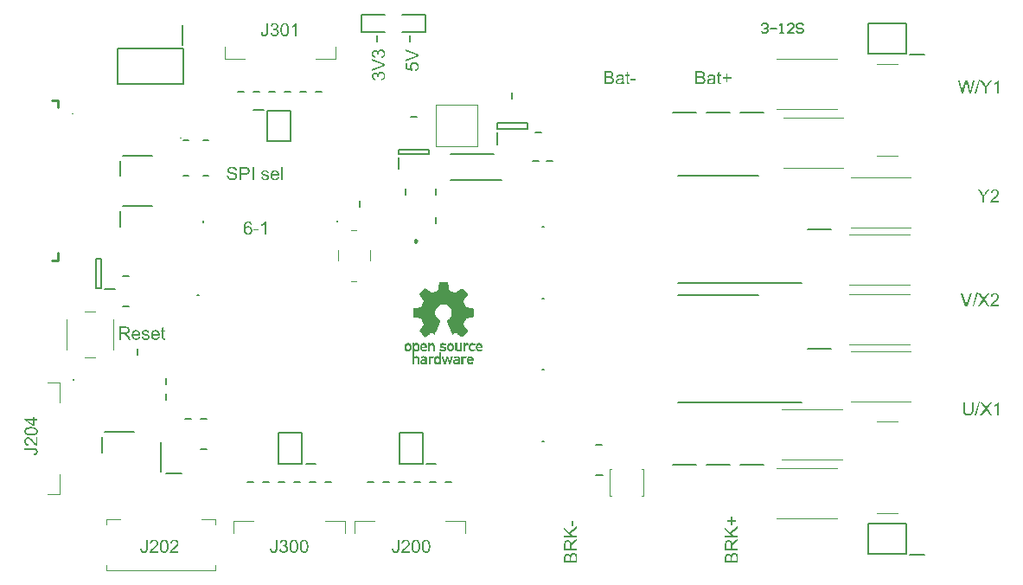
<source format=gto>
G04*
G04 #@! TF.GenerationSoftware,Altium Limited,Altium Designer,21.6.4 (81)*
G04*
G04 Layer_Color=65535*
%FSLAX25Y25*%
%MOIN*%
G70*
G04*
G04 #@! TF.SameCoordinates,3BA059D2-C19B-422F-8E39-1BAB5BDEDA6E*
G04*
G04*
G04 #@! TF.FilePolarity,Positive*
G04*
G01*
G75*
%ADD10C,0.00394*%
%ADD11C,0.00787*%
%ADD12C,0.00984*%
%ADD13C,0.01000*%
%ADD14C,0.00591*%
G36*
X170736Y112471D02*
Y112297D01*
Y112122D01*
Y111948D01*
Y111774D01*
X170910D01*
Y111599D01*
Y111425D01*
Y111250D01*
Y111076D01*
Y110901D01*
Y110727D01*
X171084D01*
Y110553D01*
Y110378D01*
Y110204D01*
Y110029D01*
Y109855D01*
X171259D01*
Y109680D01*
Y109506D01*
Y109332D01*
X171782D01*
Y109157D01*
X172131D01*
Y108983D01*
X172654D01*
Y108809D01*
X173003D01*
Y108634D01*
X173701D01*
Y108809D01*
X173875D01*
Y108983D01*
X174224D01*
Y109157D01*
X174399D01*
Y109332D01*
X174747D01*
Y109506D01*
X174922D01*
Y109680D01*
X175271D01*
Y109855D01*
X175445D01*
Y110029D01*
X175794D01*
Y110204D01*
X175968D01*
Y110378D01*
X176143D01*
Y110204D01*
X176491D01*
Y110029D01*
X176666D01*
Y109855D01*
X176840D01*
Y109680D01*
X177015D01*
Y109506D01*
X177189D01*
Y109332D01*
X177364D01*
Y109157D01*
X177538D01*
Y108983D01*
X177713D01*
Y108809D01*
X177887D01*
Y108634D01*
X178061D01*
Y108460D01*
X178236D01*
Y108285D01*
Y108111D01*
X178410D01*
Y107936D01*
X178236D01*
Y107762D01*
Y107588D01*
X178061D01*
Y107413D01*
X177887D01*
Y107239D01*
X177713D01*
Y107064D01*
Y106890D01*
X177538D01*
Y106715D01*
X177364D01*
Y106541D01*
Y106367D01*
X177189D01*
Y106192D01*
X177015D01*
Y106018D01*
Y105843D01*
X176840D01*
Y105669D01*
X176666D01*
Y105494D01*
Y105320D01*
Y105146D01*
X176840D01*
Y104971D01*
Y104797D01*
X177015D01*
Y104622D01*
Y104448D01*
Y104274D01*
X177189D01*
Y104099D01*
Y103925D01*
X177364D01*
Y103750D01*
Y103576D01*
X177538D01*
Y103402D01*
Y103227D01*
X177887D01*
Y103053D01*
X178759D01*
Y102878D01*
X179631D01*
Y102704D01*
X180503D01*
Y102529D01*
X180678D01*
Y102355D01*
Y102181D01*
Y102006D01*
Y101832D01*
Y101657D01*
Y101483D01*
Y101309D01*
Y101134D01*
Y100960D01*
Y100785D01*
Y100611D01*
Y100436D01*
Y100262D01*
Y100087D01*
Y99913D01*
Y99739D01*
Y99564D01*
Y99390D01*
X180503D01*
Y99215D01*
X179806D01*
Y99041D01*
X178759D01*
Y98867D01*
X177887D01*
Y98692D01*
X177538D01*
Y98518D01*
Y98343D01*
Y98169D01*
X177364D01*
Y97995D01*
Y97820D01*
X177189D01*
Y97646D01*
Y97471D01*
Y97297D01*
X177015D01*
Y97122D01*
Y96948D01*
X176840D01*
Y96774D01*
Y96599D01*
Y96425D01*
Y96250D01*
Y96076D01*
X177015D01*
Y95902D01*
Y95727D01*
X177189D01*
Y95553D01*
X177364D01*
Y95378D01*
Y95204D01*
X177538D01*
Y95029D01*
X177713D01*
Y94855D01*
Y94681D01*
X177887D01*
Y94506D01*
X178061D01*
Y94332D01*
X178236D01*
Y94157D01*
Y93983D01*
X178410D01*
Y93809D01*
X178236D01*
Y93634D01*
Y93460D01*
X178061D01*
Y93285D01*
X177887D01*
Y93111D01*
X177713D01*
Y92936D01*
X177538D01*
Y92762D01*
X177364D01*
Y92588D01*
X177189D01*
Y92413D01*
X177015D01*
Y92239D01*
X176840D01*
Y92064D01*
X176666D01*
Y91890D01*
X176491D01*
Y91715D01*
X176143D01*
Y91541D01*
X175968D01*
Y91715D01*
X175619D01*
Y91890D01*
X175445D01*
Y92064D01*
X175271D01*
Y92239D01*
X174922D01*
Y92413D01*
X174747D01*
Y92588D01*
X174399D01*
Y92762D01*
X174224D01*
Y92936D01*
X173875D01*
Y93111D01*
X173352D01*
Y92936D01*
X173003D01*
Y92762D01*
X172654D01*
Y92588D01*
X172306D01*
Y92762D01*
Y92936D01*
X172131D01*
Y93111D01*
Y93285D01*
Y93460D01*
X171957D01*
Y93634D01*
Y93809D01*
X171782D01*
Y93983D01*
Y94157D01*
X171608D01*
Y94332D01*
Y94506D01*
Y94681D01*
X171433D01*
Y94855D01*
Y95029D01*
X171259D01*
Y95204D01*
Y95378D01*
Y95553D01*
X171084D01*
Y95727D01*
Y95902D01*
X170910D01*
Y96076D01*
Y96250D01*
X170736D01*
Y96425D01*
Y96599D01*
Y96774D01*
X170561D01*
Y96948D01*
Y97122D01*
X170387D01*
Y97297D01*
Y97471D01*
Y97646D01*
X170212D01*
Y97820D01*
Y97995D01*
X170561D01*
Y98169D01*
X170736D01*
Y98343D01*
X170910D01*
Y98518D01*
X171259D01*
Y98692D01*
X171433D01*
Y98867D01*
Y99041D01*
X171608D01*
Y99215D01*
X171782D01*
Y99390D01*
Y99564D01*
X171957D01*
Y99739D01*
Y99913D01*
X172131D01*
Y100087D01*
Y100262D01*
Y100436D01*
Y100611D01*
Y100785D01*
Y100960D01*
Y101134D01*
Y101309D01*
Y101483D01*
Y101657D01*
Y101832D01*
Y102006D01*
X171957D01*
Y102181D01*
Y102355D01*
X171782D01*
Y102529D01*
Y102704D01*
X171608D01*
Y102878D01*
X171433D01*
Y103053D01*
X171259D01*
Y103227D01*
X171084D01*
Y103402D01*
X170910D01*
Y103576D01*
X170736D01*
Y103750D01*
X170387D01*
Y103925D01*
X169864D01*
Y104099D01*
X168119D01*
Y103925D01*
X167596D01*
Y103750D01*
X167247D01*
Y103576D01*
X167073D01*
Y103402D01*
X166899D01*
Y103227D01*
X166724D01*
Y103053D01*
X166550D01*
Y102878D01*
X166375D01*
Y102704D01*
X166201D01*
Y102529D01*
Y102355D01*
X166026D01*
Y102181D01*
Y102006D01*
Y101832D01*
X165852D01*
Y101657D01*
Y101483D01*
Y101309D01*
Y101134D01*
Y100960D01*
Y100785D01*
Y100611D01*
Y100436D01*
Y100262D01*
Y100087D01*
X166026D01*
Y99913D01*
Y99739D01*
Y99564D01*
X166201D01*
Y99390D01*
Y99215D01*
X166375D01*
Y99041D01*
X166550D01*
Y98867D01*
Y98692D01*
X166899D01*
Y98518D01*
X167073D01*
Y98343D01*
X167247D01*
Y98169D01*
X167422D01*
Y97995D01*
X167771D01*
Y97820D01*
Y97646D01*
Y97471D01*
X167596D01*
Y97297D01*
Y97122D01*
X167422D01*
Y96948D01*
Y96774D01*
Y96599D01*
X167247D01*
Y96425D01*
Y96250D01*
X167073D01*
Y96076D01*
Y95902D01*
X166899D01*
Y95727D01*
Y95553D01*
Y95378D01*
X166724D01*
Y95204D01*
Y95029D01*
X166550D01*
Y94855D01*
Y94681D01*
Y94506D01*
X166375D01*
Y94332D01*
Y94157D01*
X166201D01*
Y93983D01*
Y93809D01*
X166026D01*
Y93634D01*
Y93460D01*
Y93285D01*
X165852D01*
Y93111D01*
Y92936D01*
X165678D01*
Y92762D01*
Y92588D01*
X165329D01*
Y92762D01*
X164980D01*
Y92936D01*
X164805D01*
Y93111D01*
X164108D01*
Y92936D01*
X163759D01*
Y92762D01*
X163584D01*
Y92588D01*
X163410D01*
Y92413D01*
X163061D01*
Y92239D01*
X162887D01*
Y92064D01*
X162538D01*
Y91890D01*
X162364D01*
Y91715D01*
X162015D01*
Y91541D01*
X161840D01*
Y91715D01*
X161666D01*
Y91890D01*
X161492D01*
Y92064D01*
X161317D01*
Y92239D01*
X161143D01*
Y92413D01*
X160968D01*
Y92588D01*
X160794D01*
Y92762D01*
X160619D01*
Y92936D01*
X160445D01*
Y93111D01*
X160271D01*
Y93285D01*
X160096D01*
Y93460D01*
X159922D01*
Y93634D01*
X159747D01*
Y93809D01*
X159573D01*
Y93983D01*
X159747D01*
Y94157D01*
X159922D01*
Y94332D01*
Y94506D01*
X160096D01*
Y94681D01*
X160271D01*
Y94855D01*
Y95029D01*
X160445D01*
Y95204D01*
X160619D01*
Y95378D01*
Y95553D01*
X160794D01*
Y95727D01*
X160968D01*
Y95902D01*
X161143D01*
Y96076D01*
Y96250D01*
X161317D01*
Y96425D01*
Y96599D01*
X161143D01*
Y96774D01*
Y96948D01*
X160968D01*
Y97122D01*
Y97297D01*
Y97471D01*
X160794D01*
Y97646D01*
Y97820D01*
X160619D01*
Y97995D01*
Y98169D01*
Y98343D01*
X160445D01*
Y98518D01*
Y98692D01*
X160096D01*
Y98867D01*
X159224D01*
Y99041D01*
X158352D01*
Y99215D01*
X157480D01*
Y99390D01*
X157306D01*
Y99564D01*
Y99739D01*
Y99913D01*
Y100087D01*
Y100262D01*
Y100436D01*
Y100611D01*
Y100785D01*
Y100960D01*
Y101134D01*
Y101309D01*
Y101483D01*
Y101657D01*
Y101832D01*
Y102006D01*
Y102181D01*
Y102355D01*
Y102529D01*
X157480D01*
Y102704D01*
X158352D01*
Y102878D01*
X159224D01*
Y103053D01*
X160271D01*
Y103227D01*
X160445D01*
Y103402D01*
X160619D01*
Y103576D01*
Y103750D01*
X160794D01*
Y103925D01*
Y104099D01*
Y104274D01*
X160968D01*
Y104448D01*
Y104622D01*
X161143D01*
Y104797D01*
Y104971D01*
Y105146D01*
X161317D01*
Y105320D01*
Y105494D01*
Y105669D01*
X161143D01*
Y105843D01*
X160968D01*
Y106018D01*
Y106192D01*
X160794D01*
Y106367D01*
X160619D01*
Y106541D01*
Y106715D01*
X160445D01*
Y106890D01*
X160271D01*
Y107064D01*
Y107239D01*
X160096D01*
Y107413D01*
X159922D01*
Y107588D01*
Y107762D01*
X159747D01*
Y107936D01*
X159573D01*
Y108111D01*
X159747D01*
Y108285D01*
X159922D01*
Y108460D01*
X160096D01*
Y108634D01*
X160271D01*
Y108809D01*
X160445D01*
Y108983D01*
X160619D01*
Y109157D01*
X160794D01*
Y109332D01*
X160968D01*
Y109506D01*
X161143D01*
Y109680D01*
X161317D01*
Y109855D01*
X161492D01*
Y110029D01*
X161666D01*
Y110204D01*
X161840D01*
Y110378D01*
X162015D01*
Y110204D01*
X162364D01*
Y110029D01*
X162538D01*
Y109855D01*
X162887D01*
Y109680D01*
X163061D01*
Y109506D01*
X163236D01*
Y109332D01*
X163584D01*
Y109157D01*
X163759D01*
Y108983D01*
X164108D01*
Y108809D01*
X164282D01*
Y108634D01*
X164980D01*
Y108809D01*
X165329D01*
Y108983D01*
X165852D01*
Y109157D01*
X166201D01*
Y109332D01*
X166724D01*
Y109506D01*
Y109680D01*
X166899D01*
Y109855D01*
Y110029D01*
Y110204D01*
Y110378D01*
Y110553D01*
X167073D01*
Y110727D01*
Y110901D01*
Y111076D01*
Y111250D01*
Y111425D01*
Y111599D01*
X167247D01*
Y111774D01*
Y111948D01*
Y112122D01*
Y112297D01*
Y112471D01*
X167422D01*
Y112646D01*
X170736D01*
Y112471D01*
D02*
G37*
G36*
X158875Y89099D02*
X159224D01*
Y88925D01*
X159398D01*
Y88750D01*
X159573D01*
Y88576D01*
Y88402D01*
Y88227D01*
Y88053D01*
X159747D01*
Y87878D01*
Y87704D01*
Y87529D01*
Y87355D01*
Y87181D01*
X159573D01*
Y87006D01*
Y86832D01*
Y86657D01*
Y86483D01*
X159398D01*
Y86308D01*
X159224D01*
Y86134D01*
X158875D01*
Y85960D01*
X158178D01*
Y86134D01*
X157829D01*
Y85960D01*
Y85785D01*
Y85611D01*
Y85436D01*
Y85262D01*
Y85088D01*
Y84913D01*
Y84739D01*
Y84564D01*
Y84390D01*
Y84215D01*
Y84041D01*
X158003D01*
Y84215D01*
X158526D01*
Y84390D01*
X158701D01*
Y84215D01*
X159050D01*
Y84041D01*
X159398D01*
Y83867D01*
Y83692D01*
X159573D01*
Y83518D01*
Y83343D01*
Y83169D01*
X159747D01*
Y82995D01*
Y82820D01*
Y82646D01*
Y82471D01*
Y82297D01*
Y82122D01*
Y81948D01*
Y81774D01*
Y81599D01*
Y81425D01*
Y81250D01*
X159573D01*
Y81076D01*
X158875D01*
Y81250D01*
Y81425D01*
Y81599D01*
Y81774D01*
Y81948D01*
Y82122D01*
Y82297D01*
Y82471D01*
Y82646D01*
Y82820D01*
Y82995D01*
Y83169D01*
Y83343D01*
X158701D01*
Y83518D01*
X158003D01*
Y83343D01*
X157829D01*
Y83169D01*
Y82995D01*
Y82820D01*
Y82646D01*
Y82471D01*
Y82297D01*
Y82122D01*
Y81948D01*
Y81774D01*
Y81599D01*
Y81425D01*
Y81250D01*
Y81076D01*
X157131D01*
Y81250D01*
Y81425D01*
Y81599D01*
Y81774D01*
Y81948D01*
Y82122D01*
Y82297D01*
Y82471D01*
Y82646D01*
Y82820D01*
Y82995D01*
Y83169D01*
Y83343D01*
Y83518D01*
Y83692D01*
Y83867D01*
Y84041D01*
Y84215D01*
Y84390D01*
Y84564D01*
Y84739D01*
Y84913D01*
Y85088D01*
Y85262D01*
Y85436D01*
Y85611D01*
Y85785D01*
Y85960D01*
Y86134D01*
Y86308D01*
Y86483D01*
Y86657D01*
Y86832D01*
Y87006D01*
Y87181D01*
Y87355D01*
Y87529D01*
Y87704D01*
Y87878D01*
Y88053D01*
Y88227D01*
Y88402D01*
Y88576D01*
Y88750D01*
Y88925D01*
Y89099D01*
Y89274D01*
X157829D01*
Y89099D01*
X158178D01*
Y89274D01*
X158875D01*
Y89099D01*
D02*
G37*
G36*
X178410D02*
X178759D01*
Y88925D01*
Y88750D01*
X178585D01*
Y88576D01*
X178410D01*
Y88402D01*
X178236D01*
Y88576D01*
X177713D01*
Y88402D01*
X177538D01*
Y88227D01*
X177364D01*
Y88053D01*
Y87878D01*
Y87704D01*
Y87529D01*
Y87355D01*
Y87181D01*
Y87006D01*
Y86832D01*
Y86657D01*
Y86483D01*
Y86308D01*
Y86134D01*
Y85960D01*
X176666D01*
Y86134D01*
Y86308D01*
Y86483D01*
Y86657D01*
Y86832D01*
Y87006D01*
Y87181D01*
Y87355D01*
Y87529D01*
Y87704D01*
Y87878D01*
Y88053D01*
Y88227D01*
Y88402D01*
Y88576D01*
Y88750D01*
Y88925D01*
Y89099D01*
Y89274D01*
X177364D01*
Y89099D01*
Y88925D01*
X177538D01*
Y89099D01*
X177713D01*
Y89274D01*
X178410D01*
Y89099D01*
D02*
G37*
G36*
X164980D02*
X165329D01*
Y88925D01*
X165503D01*
Y88750D01*
Y88576D01*
X165678D01*
Y88402D01*
Y88227D01*
Y88053D01*
Y87878D01*
Y87704D01*
Y87529D01*
Y87355D01*
Y87181D01*
Y87006D01*
Y86832D01*
Y86657D01*
Y86483D01*
Y86308D01*
Y86134D01*
Y85960D01*
X164980D01*
Y86134D01*
Y86308D01*
Y86483D01*
Y86657D01*
Y86832D01*
Y87006D01*
Y87181D01*
Y87355D01*
Y87529D01*
Y87704D01*
Y87878D01*
Y88053D01*
Y88227D01*
X164805D01*
Y88402D01*
X164631D01*
Y88576D01*
X164108D01*
Y88402D01*
X163933D01*
Y88227D01*
Y88053D01*
X163759D01*
Y87878D01*
Y87704D01*
Y87529D01*
Y87355D01*
Y87181D01*
Y87006D01*
Y86832D01*
Y86657D01*
Y86483D01*
Y86308D01*
Y86134D01*
Y85960D01*
X163061D01*
Y86134D01*
Y86308D01*
Y86483D01*
Y86657D01*
Y86832D01*
Y87006D01*
Y87181D01*
Y87355D01*
Y87529D01*
Y87704D01*
Y87878D01*
Y88053D01*
Y88227D01*
Y88402D01*
Y88576D01*
Y88750D01*
Y88925D01*
Y89099D01*
Y89274D01*
X163759D01*
Y89099D01*
Y88925D01*
X163933D01*
Y89099D01*
X164282D01*
Y89274D01*
X164980D01*
Y89099D01*
D02*
G37*
G36*
X169166D02*
X169689D01*
Y88925D01*
X169864D01*
Y88750D01*
Y88576D01*
X169689D01*
Y88402D01*
X169166D01*
Y88576D01*
X168294D01*
Y88402D01*
Y88227D01*
Y88053D01*
X168991D01*
Y87878D01*
X169689D01*
Y87704D01*
X169864D01*
Y87529D01*
X170038D01*
Y87355D01*
Y87181D01*
Y87006D01*
Y86832D01*
Y86657D01*
Y86483D01*
X169864D01*
Y86308D01*
X169689D01*
Y86134D01*
X169340D01*
Y85960D01*
X168119D01*
Y86134D01*
X167771D01*
Y86308D01*
X167596D01*
Y86483D01*
X167422D01*
Y86657D01*
Y86832D01*
X167596D01*
Y87006D01*
X167945D01*
Y86832D01*
X168294D01*
Y86657D01*
X169166D01*
Y86832D01*
X169340D01*
Y87006D01*
Y87181D01*
X168991D01*
Y87355D01*
X167945D01*
Y87529D01*
X167771D01*
Y87704D01*
X167596D01*
Y87878D01*
Y88053D01*
Y88227D01*
Y88402D01*
Y88576D01*
Y88750D01*
X167771D01*
Y88925D01*
X167945D01*
Y89099D01*
X168294D01*
Y89274D01*
X169166D01*
Y89099D01*
D02*
G37*
G36*
X180503D02*
X180852D01*
Y88925D01*
X181201D01*
Y88750D01*
Y88576D01*
Y88402D01*
X180852D01*
Y88227D01*
X180678D01*
Y88402D01*
X180329D01*
Y88576D01*
X179806D01*
Y88402D01*
X179631D01*
Y88227D01*
X179457D01*
Y88053D01*
Y87878D01*
Y87704D01*
Y87529D01*
Y87355D01*
Y87181D01*
Y87006D01*
X179631D01*
Y86832D01*
X179806D01*
Y86657D01*
X180329D01*
Y86832D01*
X180678D01*
Y87006D01*
X180852D01*
Y86832D01*
X181026D01*
Y86657D01*
X181201D01*
Y86483D01*
Y86308D01*
X180852D01*
Y86134D01*
X180678D01*
Y85960D01*
X179631D01*
Y86134D01*
X179282D01*
Y86308D01*
X179108D01*
Y86483D01*
X178933D01*
Y86657D01*
Y86832D01*
X178759D01*
Y87006D01*
Y87181D01*
Y87355D01*
Y87529D01*
Y87704D01*
Y87878D01*
Y88053D01*
Y88227D01*
Y88402D01*
X178933D01*
Y88576D01*
Y88750D01*
X179108D01*
Y88925D01*
X179282D01*
Y89099D01*
X179806D01*
Y89274D01*
X180503D01*
Y89099D01*
D02*
G37*
G36*
X175968D02*
Y88925D01*
Y88750D01*
Y88576D01*
Y88402D01*
Y88227D01*
Y88053D01*
Y87878D01*
Y87704D01*
Y87529D01*
Y87355D01*
Y87181D01*
Y87006D01*
Y86832D01*
Y86657D01*
Y86483D01*
Y86308D01*
Y86134D01*
Y85960D01*
X175271D01*
Y86134D01*
X174922D01*
Y85960D01*
X174224D01*
Y86134D01*
X173875D01*
Y86308D01*
X173701D01*
Y86483D01*
X173526D01*
Y86657D01*
Y86832D01*
Y87006D01*
Y87181D01*
Y87355D01*
Y87529D01*
Y87704D01*
Y87878D01*
Y88053D01*
Y88227D01*
Y88402D01*
Y88576D01*
Y88750D01*
Y88925D01*
Y89099D01*
Y89274D01*
X174224D01*
Y89099D01*
Y88925D01*
Y88750D01*
Y88576D01*
Y88402D01*
Y88227D01*
Y88053D01*
Y87878D01*
Y87704D01*
Y87529D01*
Y87355D01*
Y87181D01*
Y87006D01*
Y86832D01*
X174573D01*
Y86657D01*
X175096D01*
Y86832D01*
X175271D01*
Y87006D01*
Y87181D01*
Y87355D01*
Y87529D01*
Y87704D01*
Y87878D01*
Y88053D01*
Y88227D01*
Y88402D01*
Y88576D01*
Y88750D01*
Y88925D01*
Y89099D01*
Y89274D01*
X175968D01*
Y89099D01*
D02*
G37*
G36*
X183119D02*
X183468D01*
Y88925D01*
X183643D01*
Y88750D01*
X183817D01*
Y88576D01*
X183992D01*
Y88402D01*
Y88227D01*
Y88053D01*
Y87878D01*
Y87704D01*
Y87529D01*
Y87355D01*
X182073D01*
Y87181D01*
Y87006D01*
X182247D01*
Y86832D01*
X182422D01*
Y86657D01*
X183119D01*
Y86832D01*
X183817D01*
Y86657D01*
X183992D01*
Y86483D01*
X183817D01*
Y86308D01*
X183643D01*
Y86134D01*
X183294D01*
Y85960D01*
X182247D01*
Y86134D01*
X181898D01*
Y86308D01*
X181724D01*
Y86483D01*
X181550D01*
Y86657D01*
Y86832D01*
Y87006D01*
X181375D01*
Y87181D01*
Y87355D01*
Y87529D01*
Y87704D01*
Y87878D01*
Y88053D01*
Y88227D01*
X181550D01*
Y88402D01*
Y88576D01*
X181724D01*
Y88750D01*
Y88925D01*
X182073D01*
Y89099D01*
X182247D01*
Y89274D01*
X183119D01*
Y89099D01*
D02*
G37*
G36*
X172131D02*
X172480D01*
Y88925D01*
X172654D01*
Y88750D01*
X172829D01*
Y88576D01*
Y88402D01*
X173003D01*
Y88227D01*
Y88053D01*
Y87878D01*
Y87704D01*
Y87529D01*
Y87355D01*
Y87181D01*
Y87006D01*
Y86832D01*
X172829D01*
Y86657D01*
Y86483D01*
X172654D01*
Y86308D01*
X172480D01*
Y86134D01*
X172131D01*
Y85960D01*
X171259D01*
Y86134D01*
X170910D01*
Y86308D01*
X170736D01*
Y86483D01*
X170561D01*
Y86657D01*
X170387D01*
Y86832D01*
Y87006D01*
Y87181D01*
Y87355D01*
Y87529D01*
Y87704D01*
Y87878D01*
Y88053D01*
Y88227D01*
Y88402D01*
Y88576D01*
X170561D01*
Y88750D01*
X170736D01*
Y88925D01*
X170910D01*
Y89099D01*
X171259D01*
Y89274D01*
X172131D01*
Y89099D01*
D02*
G37*
G36*
X161666D02*
X162015D01*
Y88925D01*
X162364D01*
Y88750D01*
Y88576D01*
X162538D01*
Y88402D01*
Y88227D01*
Y88053D01*
X162713D01*
Y87878D01*
Y87704D01*
Y87529D01*
Y87355D01*
X160794D01*
Y87181D01*
Y87006D01*
Y86832D01*
X160968D01*
Y86657D01*
X161840D01*
Y86832D01*
X162364D01*
Y86657D01*
X162538D01*
Y86483D01*
Y86308D01*
X162364D01*
Y86134D01*
X162015D01*
Y85960D01*
X160968D01*
Y86134D01*
X160619D01*
Y86308D01*
X160445D01*
Y86483D01*
X160271D01*
Y86657D01*
X160096D01*
Y86832D01*
Y87006D01*
Y87181D01*
Y87355D01*
X159922D01*
Y87529D01*
Y87704D01*
Y87878D01*
X160096D01*
Y88053D01*
Y88227D01*
Y88402D01*
Y88576D01*
X160271D01*
Y88750D01*
X160445D01*
Y88925D01*
X160619D01*
Y89099D01*
X160968D01*
Y89274D01*
X161666D01*
Y89099D01*
D02*
G37*
G36*
X155736D02*
X156085D01*
Y88925D01*
X156259D01*
Y88750D01*
X156433D01*
Y88576D01*
Y88402D01*
X156608D01*
Y88227D01*
Y88053D01*
Y87878D01*
Y87704D01*
Y87529D01*
Y87355D01*
Y87181D01*
Y87006D01*
Y86832D01*
X156433D01*
Y86657D01*
Y86483D01*
X156259D01*
Y86308D01*
X156085D01*
Y86134D01*
X155736D01*
Y85960D01*
X154864D01*
Y86134D01*
X154515D01*
Y86308D01*
X154340D01*
Y86483D01*
X154166D01*
Y86657D01*
Y86832D01*
X153991D01*
Y87006D01*
Y87181D01*
Y87355D01*
Y87529D01*
Y87704D01*
Y87878D01*
Y88053D01*
Y88227D01*
Y88402D01*
X154166D01*
Y88576D01*
Y88750D01*
X154340D01*
Y88925D01*
X154515D01*
Y89099D01*
X154864D01*
Y89274D01*
X155736D01*
Y89099D01*
D02*
G37*
G36*
X177887Y84041D02*
X178061D01*
Y83867D01*
X177887D01*
Y83692D01*
X177713D01*
Y83518D01*
X176666D01*
Y83343D01*
Y83169D01*
Y82995D01*
Y82820D01*
Y82646D01*
Y82471D01*
Y82297D01*
Y82122D01*
Y81948D01*
Y81774D01*
Y81599D01*
Y81425D01*
Y81250D01*
X176491D01*
Y81076D01*
X175794D01*
Y81250D01*
Y81425D01*
Y81599D01*
Y81774D01*
Y81948D01*
Y82122D01*
Y82297D01*
Y82471D01*
Y82646D01*
Y82820D01*
Y82995D01*
Y83169D01*
Y83343D01*
Y83518D01*
Y83692D01*
Y83867D01*
Y84041D01*
Y84215D01*
X176666D01*
Y84041D01*
X176840D01*
Y84215D01*
X177887D01*
Y84041D01*
D02*
G37*
G36*
X167945Y85436D02*
Y85262D01*
Y85088D01*
Y84913D01*
Y84739D01*
Y84564D01*
Y84390D01*
Y84215D01*
Y84041D01*
Y83867D01*
Y83692D01*
Y83518D01*
Y83343D01*
Y83169D01*
Y82995D01*
Y82820D01*
Y82646D01*
Y82471D01*
Y82297D01*
Y82122D01*
Y81948D01*
Y81774D01*
Y81599D01*
Y81425D01*
Y81250D01*
Y81076D01*
X167247D01*
Y81250D01*
X166899D01*
Y81076D01*
X165852D01*
Y81250D01*
X165678D01*
Y81425D01*
X165503D01*
Y81599D01*
Y81774D01*
X165329D01*
Y81948D01*
Y82122D01*
Y82297D01*
Y82471D01*
Y82646D01*
Y82820D01*
Y82995D01*
Y83169D01*
Y83343D01*
Y83518D01*
X165503D01*
Y83692D01*
Y83867D01*
X165678D01*
Y84041D01*
X165852D01*
Y84215D01*
X166375D01*
Y84390D01*
X166550D01*
Y84215D01*
X167073D01*
Y84041D01*
X167247D01*
Y84215D01*
Y84390D01*
Y84564D01*
Y84739D01*
Y84913D01*
Y85088D01*
Y85262D01*
Y85436D01*
Y85611D01*
X167945D01*
Y85436D01*
D02*
G37*
G36*
X164805Y84215D02*
X165329D01*
Y84041D01*
Y83867D01*
X165154D01*
Y83692D01*
Y83518D01*
X164108D01*
Y83343D01*
X163933D01*
Y83169D01*
Y82995D01*
Y82820D01*
Y82646D01*
Y82471D01*
Y82297D01*
Y82122D01*
Y81948D01*
Y81774D01*
Y81599D01*
Y81425D01*
Y81250D01*
Y81076D01*
X163236D01*
Y81250D01*
Y81425D01*
Y81599D01*
Y81774D01*
Y81948D01*
Y82122D01*
Y82297D01*
Y82471D01*
Y82646D01*
Y82820D01*
Y82995D01*
Y83169D01*
Y83343D01*
Y83518D01*
Y83692D01*
Y83867D01*
Y84041D01*
Y84215D01*
X163933D01*
Y84041D01*
X164108D01*
Y84215D01*
X164631D01*
Y84390D01*
X164805D01*
Y84215D01*
D02*
G37*
G36*
X172654Y84041D02*
Y83867D01*
X172480D01*
Y83692D01*
Y83518D01*
Y83343D01*
Y83169D01*
X172306D01*
Y82995D01*
Y82820D01*
Y82646D01*
X172131D01*
Y82471D01*
Y82297D01*
Y82122D01*
X171957D01*
Y81948D01*
Y81774D01*
Y81599D01*
X171782D01*
Y81425D01*
Y81250D01*
Y81076D01*
X171084D01*
Y81250D01*
X170910D01*
Y81425D01*
Y81599D01*
Y81774D01*
Y81948D01*
X170736D01*
Y82122D01*
Y82297D01*
Y82471D01*
X170561D01*
Y82646D01*
Y82820D01*
Y82995D01*
X170387D01*
Y82820D01*
Y82646D01*
X170212D01*
Y82471D01*
Y82297D01*
Y82122D01*
X170038D01*
Y81948D01*
Y81774D01*
Y81599D01*
X169864D01*
Y81425D01*
Y81250D01*
Y81076D01*
X169166D01*
Y81250D01*
Y81425D01*
X168991D01*
Y81599D01*
Y81774D01*
Y81948D01*
X168817D01*
Y82122D01*
Y82297D01*
Y82471D01*
X168643D01*
Y82646D01*
Y82820D01*
Y82995D01*
X168468D01*
Y83169D01*
Y83343D01*
Y83518D01*
X168294D01*
Y83692D01*
Y83867D01*
Y84041D01*
Y84215D01*
X168991D01*
Y84041D01*
Y83867D01*
Y83692D01*
X169166D01*
Y83518D01*
Y83343D01*
Y83169D01*
X169340D01*
Y82995D01*
Y82820D01*
Y82646D01*
Y82471D01*
X169689D01*
Y82646D01*
Y82820D01*
Y82995D01*
X169864D01*
Y83169D01*
Y83343D01*
Y83518D01*
X170038D01*
Y83692D01*
Y83867D01*
Y84041D01*
X170212D01*
Y84215D01*
X170736D01*
Y84041D01*
Y83867D01*
X170910D01*
Y83692D01*
Y83518D01*
Y83343D01*
X171084D01*
Y83169D01*
Y82995D01*
Y82820D01*
X171259D01*
Y82646D01*
Y82471D01*
Y82297D01*
X171433D01*
Y82471D01*
Y82646D01*
X171608D01*
Y82820D01*
Y82995D01*
Y83169D01*
Y83343D01*
X171782D01*
Y83518D01*
Y83692D01*
Y83867D01*
Y84041D01*
X171957D01*
Y84215D01*
X172654D01*
Y84041D01*
D02*
G37*
G36*
X179457Y84215D02*
X179980D01*
Y84041D01*
X180154D01*
Y83867D01*
X180329D01*
Y83692D01*
X180503D01*
Y83518D01*
Y83343D01*
X180678D01*
Y83169D01*
Y82995D01*
Y82820D01*
Y82646D01*
Y82471D01*
X180503D01*
Y82297D01*
X178759D01*
Y82122D01*
Y81948D01*
X178933D01*
Y81774D01*
X179806D01*
Y81948D01*
X180329D01*
Y81774D01*
X180503D01*
Y81599D01*
Y81425D01*
X180329D01*
Y81250D01*
X179980D01*
Y81076D01*
X178759D01*
Y81250D01*
X178410D01*
Y81425D01*
X178236D01*
Y81599D01*
Y81774D01*
X178061D01*
Y81948D01*
Y82122D01*
Y82297D01*
Y82471D01*
Y82646D01*
Y82820D01*
Y82995D01*
Y83169D01*
Y83343D01*
Y83518D01*
X178236D01*
Y83692D01*
Y83867D01*
X178410D01*
Y84041D01*
X178759D01*
Y84215D01*
X179282D01*
Y84390D01*
X179457D01*
Y84215D01*
D02*
G37*
G36*
X174050D02*
X174747D01*
Y84041D01*
X174922D01*
Y83867D01*
X175096D01*
Y83692D01*
X175271D01*
Y83518D01*
Y83343D01*
Y83169D01*
Y82995D01*
Y82820D01*
Y82646D01*
Y82471D01*
Y82297D01*
Y82122D01*
Y81948D01*
Y81774D01*
Y81599D01*
Y81425D01*
Y81250D01*
Y81076D01*
X174573D01*
Y81250D01*
X174399D01*
Y81076D01*
X173178D01*
Y81250D01*
X173003D01*
Y81425D01*
X172829D01*
Y81599D01*
X172654D01*
Y81774D01*
Y81948D01*
Y82122D01*
Y82297D01*
Y82471D01*
X172829D01*
Y82646D01*
X173003D01*
Y82820D01*
X173352D01*
Y82995D01*
X174573D01*
Y83169D01*
Y83343D01*
Y83518D01*
X174224D01*
Y83692D01*
X173875D01*
Y83518D01*
X173003D01*
Y83692D01*
X172829D01*
Y83867D01*
X173003D01*
Y84041D01*
X173178D01*
Y84215D01*
X173875D01*
Y84390D01*
X174050D01*
Y84215D01*
D02*
G37*
G36*
X161492D02*
X162189D01*
Y84041D01*
X162364D01*
Y83867D01*
X162538D01*
Y83692D01*
Y83518D01*
Y83343D01*
Y83169D01*
X162713D01*
Y82995D01*
Y82820D01*
Y82646D01*
Y82471D01*
Y82297D01*
Y82122D01*
Y81948D01*
Y81774D01*
Y81599D01*
Y81425D01*
Y81250D01*
X162538D01*
Y81076D01*
X160619D01*
Y81250D01*
X160271D01*
Y81425D01*
X160096D01*
Y81599D01*
Y81774D01*
Y81948D01*
Y82122D01*
Y82297D01*
Y82471D01*
X160271D01*
Y82646D01*
Y82820D01*
X160619D01*
Y82995D01*
X161840D01*
Y83169D01*
Y83343D01*
Y83518D01*
X161492D01*
Y83692D01*
X161143D01*
Y83518D01*
X160794D01*
Y83343D01*
X160619D01*
Y83518D01*
X160445D01*
Y83692D01*
X160271D01*
Y83867D01*
Y84041D01*
X160445D01*
Y84215D01*
X161143D01*
Y84390D01*
X161492D01*
Y84215D01*
D02*
G37*
G36*
X54272Y94313D02*
X54381Y94305D01*
X54498Y94291D01*
X54621Y94262D01*
X54753Y94232D01*
X54877Y94189D01*
X54884D01*
X54891Y94181D01*
X54928Y94167D01*
X54986Y94138D01*
X55059Y94101D01*
X55139Y94050D01*
X55219Y93992D01*
X55292Y93926D01*
X55358Y93853D01*
X55365Y93846D01*
X55380Y93817D01*
X55409Y93766D01*
X55445Y93708D01*
X55482Y93620D01*
X55518Y93525D01*
X55547Y93416D01*
X55576Y93292D01*
X54971Y93212D01*
Y93226D01*
X54964Y93256D01*
X54950Y93307D01*
X54928Y93372D01*
X54891Y93438D01*
X54848Y93511D01*
X54796Y93584D01*
X54724Y93649D01*
X54716Y93657D01*
X54687Y93671D01*
X54643Y93700D01*
X54578Y93730D01*
X54505Y93759D01*
X54410Y93788D01*
X54294Y93802D01*
X54170Y93810D01*
X54097D01*
X54024Y93802D01*
X53929Y93795D01*
X53834Y93773D01*
X53732Y93751D01*
X53637Y93715D01*
X53557Y93664D01*
X53550Y93657D01*
X53528Y93642D01*
X53499Y93613D01*
X53470Y93569D01*
X53433Y93525D01*
X53404Y93467D01*
X53382Y93401D01*
X53375Y93336D01*
Y93328D01*
Y93314D01*
X53382Y93292D01*
Y93263D01*
X53404Y93190D01*
X53448Y93117D01*
X53455Y93110D01*
X53462Y93103D01*
X53477Y93081D01*
X53506Y93059D01*
X53535Y93037D01*
X53579Y93008D01*
X53630Y92986D01*
X53688Y92957D01*
X53696D01*
X53710Y92949D01*
X53739Y92942D01*
X53790Y92920D01*
X53863Y92898D01*
X53958Y92876D01*
X54017Y92855D01*
X54082Y92840D01*
X54155Y92818D01*
X54235Y92796D01*
X54242D01*
X54264Y92789D01*
X54301Y92782D01*
X54344Y92767D01*
X54396Y92753D01*
X54461Y92738D01*
X54600Y92694D01*
X54753Y92651D01*
X54906Y92599D01*
X55044Y92549D01*
X55103Y92527D01*
X55154Y92505D01*
X55168Y92497D01*
X55197Y92483D01*
X55241Y92461D01*
X55307Y92425D01*
X55372Y92381D01*
X55438Y92322D01*
X55504Y92257D01*
X55562Y92184D01*
X55569Y92177D01*
X55584Y92147D01*
X55613Y92104D01*
X55642Y92038D01*
X55664Y91958D01*
X55693Y91870D01*
X55708Y91768D01*
X55715Y91652D01*
Y91637D01*
Y91601D01*
X55708Y91543D01*
X55693Y91462D01*
X55671Y91375D01*
X55635Y91280D01*
X55591Y91171D01*
X55533Y91069D01*
X55525Y91054D01*
X55496Y91025D01*
X55460Y90974D01*
X55402Y90916D01*
X55321Y90850D01*
X55234Y90777D01*
X55132Y90711D01*
X55008Y90646D01*
X55001D01*
X54993Y90639D01*
X54950Y90624D01*
X54877Y90602D01*
X54782Y90573D01*
X54665Y90544D01*
X54534Y90522D01*
X54396Y90507D01*
X54235Y90500D01*
X54170D01*
X54119Y90507D01*
X54060D01*
X53987Y90515D01*
X53914Y90522D01*
X53834Y90536D01*
X53659Y90573D01*
X53477Y90624D01*
X53302Y90697D01*
X53222Y90741D01*
X53149Y90792D01*
X53142Y90799D01*
X53134Y90806D01*
X53091Y90850D01*
X53025Y90916D01*
X52952Y91018D01*
X52872Y91141D01*
X52792Y91287D01*
X52726Y91470D01*
X52675Y91674D01*
X53288Y91768D01*
Y91761D01*
Y91754D01*
X53302Y91710D01*
X53317Y91637D01*
X53346Y91557D01*
X53382Y91470D01*
X53426Y91375D01*
X53492Y91280D01*
X53572Y91200D01*
X53586Y91193D01*
X53615Y91171D01*
X53674Y91141D01*
X53747Y91105D01*
X53842Y91069D01*
X53951Y91040D01*
X54082Y91018D01*
X54235Y91010D01*
X54308D01*
X54381Y91018D01*
X54476Y91032D01*
X54578Y91054D01*
X54687Y91083D01*
X54782Y91120D01*
X54869Y91178D01*
X54877Y91185D01*
X54906Y91207D01*
X54935Y91244D01*
X54979Y91295D01*
X55015Y91353D01*
X55052Y91426D01*
X55073Y91499D01*
X55081Y91586D01*
Y91593D01*
Y91623D01*
X55073Y91659D01*
X55059Y91710D01*
X55037Y91761D01*
X55001Y91812D01*
X54957Y91870D01*
X54891Y91914D01*
X54884Y91922D01*
X54862Y91929D01*
X54826Y91951D01*
X54767Y91973D01*
X54680Y92002D01*
X54629Y92024D01*
X54571Y92038D01*
X54505Y92060D01*
X54432Y92082D01*
X54352Y92104D01*
X54257Y92126D01*
X54250D01*
X54228Y92133D01*
X54191Y92140D01*
X54148Y92155D01*
X54089Y92169D01*
X54024Y92191D01*
X53885Y92228D01*
X53725Y92279D01*
X53572Y92322D01*
X53426Y92374D01*
X53360Y92403D01*
X53309Y92425D01*
X53295Y92432D01*
X53266Y92446D01*
X53222Y92476D01*
X53163Y92512D01*
X53098Y92563D01*
X53032Y92621D01*
X52967Y92687D01*
X52908Y92767D01*
X52901Y92774D01*
X52886Y92804D01*
X52865Y92855D01*
X52843Y92913D01*
X52821Y92986D01*
X52799Y93073D01*
X52785Y93161D01*
X52777Y93263D01*
Y93278D01*
Y93307D01*
X52785Y93350D01*
X52792Y93416D01*
X52806Y93482D01*
X52821Y93562D01*
X52850Y93635D01*
X52886Y93715D01*
X52894Y93722D01*
X52908Y93751D01*
X52930Y93788D01*
X52967Y93839D01*
X53010Y93890D01*
X53061Y93955D01*
X53120Y94014D01*
X53193Y94065D01*
X53200Y94072D01*
X53222Y94079D01*
X53251Y94101D01*
X53295Y94123D01*
X53353Y94152D01*
X53419Y94181D01*
X53499Y94211D01*
X53586Y94240D01*
X53601Y94247D01*
X53630Y94254D01*
X53681Y94269D01*
X53747Y94283D01*
X53827Y94298D01*
X53914Y94305D01*
X54017Y94320D01*
X54191D01*
X54272Y94313D01*
D02*
G37*
G36*
X46398Y95618D02*
X46464D01*
X46617Y95610D01*
X46777Y95588D01*
X46952Y95566D01*
X47113Y95530D01*
X47193Y95508D01*
X47259Y95486D01*
X47266D01*
X47273Y95479D01*
X47317Y95457D01*
X47383Y95428D01*
X47463Y95377D01*
X47550Y95311D01*
X47645Y95224D01*
X47732Y95122D01*
X47820Y95005D01*
Y94998D01*
X47827Y94991D01*
X47856Y94947D01*
X47886Y94874D01*
X47929Y94779D01*
X47966Y94670D01*
X48002Y94539D01*
X48024Y94400D01*
X48031Y94247D01*
Y94240D01*
Y94225D01*
Y94196D01*
X48024Y94160D01*
Y94109D01*
X48017Y94058D01*
X47988Y93934D01*
X47944Y93788D01*
X47886Y93635D01*
X47798Y93482D01*
X47740Y93409D01*
X47681Y93336D01*
X47674Y93328D01*
X47667Y93321D01*
X47645Y93299D01*
X47616Y93278D01*
X47579Y93248D01*
X47536Y93219D01*
X47477Y93183D01*
X47419Y93139D01*
X47346Y93103D01*
X47266Y93066D01*
X47178Y93022D01*
X47084Y92986D01*
X46974Y92957D01*
X46865Y92920D01*
X46741Y92898D01*
X46610Y92876D01*
X46624Y92869D01*
X46654Y92855D01*
X46697Y92826D01*
X46756Y92796D01*
X46887Y92716D01*
X46952Y92665D01*
X47011Y92621D01*
X47025Y92607D01*
X47062Y92570D01*
X47120Y92512D01*
X47193Y92439D01*
X47273Y92337D01*
X47368Y92228D01*
X47463Y92097D01*
X47565Y91951D01*
X48432Y90580D01*
X47601D01*
X46938Y91630D01*
Y91637D01*
X46923Y91652D01*
X46909Y91674D01*
X46887Y91703D01*
X46836Y91783D01*
X46770Y91885D01*
X46690Y91994D01*
X46610Y92111D01*
X46530Y92220D01*
X46457Y92322D01*
X46449Y92330D01*
X46428Y92359D01*
X46391Y92403D01*
X46340Y92454D01*
X46231Y92563D01*
X46172Y92614D01*
X46114Y92658D01*
X46107Y92665D01*
X46092Y92672D01*
X46063Y92687D01*
X46019Y92709D01*
X45976Y92731D01*
X45925Y92753D01*
X45808Y92789D01*
X45801D01*
X45786Y92796D01*
X45757D01*
X45720Y92804D01*
X45669Y92811D01*
X45611D01*
X45531Y92818D01*
X44671D01*
Y90580D01*
X44000D01*
Y95625D01*
X46340D01*
X46398Y95618D01*
D02*
G37*
G36*
X61095Y94240D02*
X61722D01*
Y93759D01*
X61095D01*
Y91608D01*
Y91593D01*
Y91564D01*
Y91521D01*
X61102Y91470D01*
X61110Y91353D01*
X61117Y91302D01*
X61124Y91265D01*
X61132Y91251D01*
X61153Y91222D01*
X61182Y91185D01*
X61234Y91149D01*
X61248Y91141D01*
X61285Y91127D01*
X61350Y91112D01*
X61445Y91105D01*
X61518D01*
X61554Y91112D01*
X61605D01*
X61664Y91120D01*
X61722Y91127D01*
X61802Y90580D01*
X61788D01*
X61758Y90573D01*
X61707Y90566D01*
X61642Y90558D01*
X61569Y90544D01*
X61489Y90536D01*
X61328Y90529D01*
X61270D01*
X61212Y90536D01*
X61139Y90544D01*
X61051Y90551D01*
X60964Y90573D01*
X60884Y90595D01*
X60803Y90631D01*
X60796Y90639D01*
X60774Y90653D01*
X60745Y90675D01*
X60701Y90711D01*
X60665Y90748D01*
X60621Y90799D01*
X60577Y90850D01*
X60548Y90916D01*
Y90923D01*
X60534Y90952D01*
X60526Y91003D01*
X60512Y91076D01*
X60497Y91171D01*
X60490Y91229D01*
Y91295D01*
X60483Y91375D01*
X60475Y91455D01*
Y91543D01*
Y91645D01*
Y93759D01*
X60016D01*
Y94240D01*
X60475D01*
Y95144D01*
X61095Y95516D01*
Y94240D01*
D02*
G37*
G36*
X58070Y94313D02*
X58128Y94305D01*
X58201Y94291D01*
X58281Y94276D01*
X58376Y94254D01*
X58463Y94232D01*
X58565Y94196D01*
X58660Y94160D01*
X58762Y94109D01*
X58864Y94050D01*
X58966Y93985D01*
X59061Y93904D01*
X59149Y93817D01*
X59156Y93810D01*
X59171Y93795D01*
X59192Y93766D01*
X59222Y93722D01*
X59258Y93671D01*
X59294Y93613D01*
X59338Y93540D01*
X59382Y93452D01*
X59426Y93358D01*
X59469Y93256D01*
X59506Y93139D01*
X59542Y93015D01*
X59571Y92876D01*
X59593Y92731D01*
X59608Y92578D01*
X59615Y92410D01*
Y92403D01*
Y92374D01*
Y92322D01*
X59608Y92250D01*
X56874D01*
Y92242D01*
Y92220D01*
X56881Y92191D01*
Y92147D01*
X56889Y92097D01*
X56903Y92038D01*
X56925Y91907D01*
X56969Y91761D01*
X57027Y91601D01*
X57107Y91455D01*
X57209Y91324D01*
X57217D01*
X57224Y91309D01*
X57268Y91273D01*
X57333Y91222D01*
X57421Y91171D01*
X57538Y91112D01*
X57669Y91061D01*
X57815Y91025D01*
X57895Y91018D01*
X57982Y91010D01*
X58040D01*
X58106Y91018D01*
X58186Y91032D01*
X58274Y91054D01*
X58376Y91083D01*
X58471Y91127D01*
X58565Y91185D01*
X58573Y91193D01*
X58609Y91222D01*
X58653Y91265D01*
X58704Y91324D01*
X58762Y91404D01*
X58828Y91506D01*
X58894Y91623D01*
X58952Y91761D01*
X59593Y91681D01*
Y91674D01*
X59586Y91659D01*
X59579Y91630D01*
X59564Y91586D01*
X59542Y91543D01*
X59520Y91484D01*
X59462Y91360D01*
X59389Y91222D01*
X59287Y91076D01*
X59171Y90937D01*
X59025Y90806D01*
X59017D01*
X59003Y90792D01*
X58981Y90777D01*
X58952Y90755D01*
X58908Y90733D01*
X58864Y90711D01*
X58806Y90682D01*
X58740Y90653D01*
X58667Y90624D01*
X58595Y90595D01*
X58412Y90551D01*
X58208Y90515D01*
X57982Y90500D01*
X57902D01*
X57851Y90507D01*
X57785Y90515D01*
X57705Y90529D01*
X57618Y90544D01*
X57523Y90558D01*
X57319Y90617D01*
X57209Y90660D01*
X57107Y90704D01*
X56998Y90762D01*
X56896Y90828D01*
X56801Y90901D01*
X56707Y90988D01*
X56699Y90996D01*
X56685Y91010D01*
X56663Y91040D01*
X56634Y91083D01*
X56597Y91134D01*
X56561Y91193D01*
X56517Y91265D01*
X56473Y91346D01*
X56429Y91440D01*
X56386Y91543D01*
X56349Y91659D01*
X56313Y91783D01*
X56284Y91914D01*
X56262Y92060D01*
X56247Y92213D01*
X56240Y92374D01*
Y92381D01*
Y92417D01*
Y92461D01*
X56247Y92527D01*
X56255Y92607D01*
X56262Y92694D01*
X56276Y92796D01*
X56298Y92898D01*
X56357Y93132D01*
X56393Y93248D01*
X56437Y93372D01*
X56495Y93489D01*
X56561Y93598D01*
X56634Y93708D01*
X56714Y93810D01*
X56721Y93817D01*
X56736Y93831D01*
X56765Y93853D01*
X56801Y93890D01*
X56845Y93926D01*
X56903Y93970D01*
X56969Y94021D01*
X57049Y94065D01*
X57129Y94116D01*
X57224Y94160D01*
X57326Y94203D01*
X57436Y94240D01*
X57552Y94276D01*
X57676Y94298D01*
X57807Y94313D01*
X57946Y94320D01*
X58019D01*
X58070Y94313D01*
D02*
G37*
G36*
X50619D02*
X50678Y94305D01*
X50750Y94291D01*
X50831Y94276D01*
X50925Y94254D01*
X51013Y94232D01*
X51115Y94196D01*
X51210Y94160D01*
X51312Y94109D01*
X51414Y94050D01*
X51516Y93985D01*
X51611Y93904D01*
X51698Y93817D01*
X51705Y93810D01*
X51720Y93795D01*
X51742Y93766D01*
X51771Y93722D01*
X51808Y93671D01*
X51844Y93613D01*
X51888Y93540D01*
X51932Y93452D01*
X51975Y93358D01*
X52019Y93256D01*
X52055Y93139D01*
X52092Y93015D01*
X52121Y92876D01*
X52143Y92731D01*
X52157Y92578D01*
X52165Y92410D01*
Y92403D01*
Y92374D01*
Y92322D01*
X52157Y92250D01*
X49424D01*
Y92242D01*
Y92220D01*
X49431Y92191D01*
Y92147D01*
X49438Y92097D01*
X49453Y92038D01*
X49475Y91907D01*
X49518Y91761D01*
X49577Y91601D01*
X49657Y91455D01*
X49759Y91324D01*
X49766D01*
X49774Y91309D01*
X49817Y91273D01*
X49883Y91222D01*
X49970Y91171D01*
X50087Y91112D01*
X50218Y91061D01*
X50364Y91025D01*
X50444Y91018D01*
X50532Y91010D01*
X50590D01*
X50656Y91018D01*
X50736Y91032D01*
X50823Y91054D01*
X50925Y91083D01*
X51020Y91127D01*
X51115Y91185D01*
X51122Y91193D01*
X51159Y91222D01*
X51202Y91265D01*
X51253Y91324D01*
X51312Y91404D01*
X51377Y91506D01*
X51443Y91623D01*
X51501Y91761D01*
X52143Y91681D01*
Y91674D01*
X52136Y91659D01*
X52128Y91630D01*
X52114Y91586D01*
X52092Y91543D01*
X52070Y91484D01*
X52012Y91360D01*
X51939Y91222D01*
X51837Y91076D01*
X51720Y90937D01*
X51574Y90806D01*
X51567D01*
X51552Y90792D01*
X51531Y90777D01*
X51501Y90755D01*
X51458Y90733D01*
X51414Y90711D01*
X51356Y90682D01*
X51290Y90653D01*
X51217Y90624D01*
X51144Y90595D01*
X50962Y90551D01*
X50758Y90515D01*
X50532Y90500D01*
X50452D01*
X50401Y90507D01*
X50335Y90515D01*
X50255Y90529D01*
X50167Y90544D01*
X50073Y90558D01*
X49869Y90617D01*
X49759Y90660D01*
X49657Y90704D01*
X49548Y90762D01*
X49446Y90828D01*
X49351Y90901D01*
X49256Y90988D01*
X49249Y90996D01*
X49234Y91010D01*
X49212Y91040D01*
X49183Y91083D01*
X49147Y91134D01*
X49110Y91193D01*
X49067Y91265D01*
X49023Y91346D01*
X48979Y91440D01*
X48935Y91543D01*
X48899Y91659D01*
X48862Y91783D01*
X48833Y91914D01*
X48811Y92060D01*
X48797Y92213D01*
X48790Y92374D01*
Y92381D01*
Y92417D01*
Y92461D01*
X48797Y92527D01*
X48804Y92607D01*
X48811Y92694D01*
X48826Y92796D01*
X48848Y92898D01*
X48906Y93132D01*
X48943Y93248D01*
X48986Y93372D01*
X49045Y93489D01*
X49110Y93598D01*
X49183Y93708D01*
X49263Y93810D01*
X49271Y93817D01*
X49285Y93831D01*
X49314Y93853D01*
X49351Y93890D01*
X49395Y93926D01*
X49453Y93970D01*
X49518Y94021D01*
X49599Y94065D01*
X49679Y94116D01*
X49774Y94160D01*
X49876Y94203D01*
X49985Y94240D01*
X50102Y94276D01*
X50226Y94298D01*
X50357Y94313D01*
X50495Y94320D01*
X50568D01*
X50619Y94313D01*
D02*
G37*
G36*
X93861Y136147D02*
X93912D01*
X93970Y136140D01*
X94109Y136110D01*
X94262Y136074D01*
X94422Y136015D01*
X94582Y135928D01*
X94663Y135877D01*
X94736Y135819D01*
X94743Y135811D01*
X94750Y135804D01*
X94772Y135782D01*
X94794Y135760D01*
X94830Y135724D01*
X94859Y135680D01*
X94940Y135578D01*
X95020Y135447D01*
X95093Y135286D01*
X95158Y135104D01*
X95202Y134900D01*
X94582Y134849D01*
Y134856D01*
X94575Y134864D01*
X94568Y134907D01*
X94546Y134973D01*
X94517Y135053D01*
X94488Y135141D01*
X94444Y135228D01*
X94393Y135308D01*
X94342Y135374D01*
X94327Y135389D01*
X94298Y135418D01*
X94247Y135461D01*
X94174Y135512D01*
X94080Y135556D01*
X93977Y135600D01*
X93853Y135629D01*
X93722Y135644D01*
X93671D01*
X93613Y135636D01*
X93547Y135622D01*
X93460Y135600D01*
X93372Y135571D01*
X93285Y135534D01*
X93197Y135476D01*
X93183Y135469D01*
X93146Y135440D01*
X93095Y135389D01*
X93030Y135316D01*
X92957Y135228D01*
X92877Y135126D01*
X92804Y134995D01*
X92731Y134849D01*
Y134842D01*
X92724Y134827D01*
X92716Y134805D01*
X92702Y134776D01*
X92694Y134732D01*
X92680Y134681D01*
X92665Y134623D01*
X92651Y134550D01*
X92629Y134470D01*
X92614Y134383D01*
X92600Y134288D01*
X92592Y134186D01*
X92578Y134069D01*
X92571Y133952D01*
X92563Y133821D01*
Y133690D01*
X92571Y133697D01*
X92600Y133741D01*
X92651Y133799D01*
X92716Y133872D01*
X92789Y133960D01*
X92884Y134040D01*
X92986Y134120D01*
X93103Y134193D01*
X93110D01*
X93117Y134200D01*
X93161Y134222D01*
X93227Y134244D01*
X93314Y134281D01*
X93416Y134310D01*
X93533Y134332D01*
X93657Y134353D01*
X93788Y134361D01*
X93846D01*
X93890Y134353D01*
X93948Y134346D01*
X94007Y134339D01*
X94080Y134324D01*
X94152Y134302D01*
X94320Y134251D01*
X94407Y134215D01*
X94495Y134164D01*
X94582Y134113D01*
X94677Y134055D01*
X94765Y133982D01*
X94845Y133901D01*
X94852Y133894D01*
X94867Y133879D01*
X94889Y133858D01*
X94911Y133821D01*
X94947Y133770D01*
X94984Y133719D01*
X95020Y133654D01*
X95064Y133581D01*
X95107Y133501D01*
X95144Y133413D01*
X95180Y133311D01*
X95217Y133209D01*
X95239Y133099D01*
X95261Y132976D01*
X95275Y132852D01*
X95282Y132720D01*
Y132713D01*
Y132699D01*
Y132677D01*
Y132640D01*
X95275Y132597D01*
Y132553D01*
X95253Y132436D01*
X95231Y132298D01*
X95195Y132152D01*
X95144Y131991D01*
X95071Y131838D01*
Y131831D01*
X95064Y131824D01*
X95049Y131802D01*
X95034Y131773D01*
X94991Y131700D01*
X94925Y131605D01*
X94845Y131503D01*
X94750Y131401D01*
X94634Y131299D01*
X94510Y131211D01*
X94502D01*
X94495Y131204D01*
X94473Y131190D01*
X94444Y131182D01*
X94371Y131146D01*
X94276Y131109D01*
X94152Y131066D01*
X94014Y131036D01*
X93861Y131007D01*
X93693Y131000D01*
X93657D01*
X93620Y131007D01*
X93562D01*
X93496Y131015D01*
X93423Y131029D01*
X93336Y131051D01*
X93248Y131073D01*
X93146Y131102D01*
X93044Y131139D01*
X92942Y131182D01*
X92833Y131241D01*
X92731Y131306D01*
X92629Y131379D01*
X92527Y131467D01*
X92432Y131569D01*
X92425Y131576D01*
X92410Y131598D01*
X92388Y131627D01*
X92359Y131678D01*
X92315Y131744D01*
X92279Y131816D01*
X92235Y131911D01*
X92191Y132013D01*
X92140Y132137D01*
X92097Y132276D01*
X92060Y132429D01*
X92024Y132597D01*
X91987Y132786D01*
X91965Y132990D01*
X91951Y133209D01*
X91944Y133442D01*
Y133449D01*
Y133457D01*
Y133479D01*
Y133508D01*
X91951Y133581D01*
Y133683D01*
X91958Y133799D01*
X91973Y133938D01*
X91987Y134091D01*
X92009Y134259D01*
X92038Y134426D01*
X92075Y134608D01*
X92119Y134783D01*
X92169Y134959D01*
X92235Y135126D01*
X92308Y135286D01*
X92388Y135440D01*
X92483Y135571D01*
X92490Y135578D01*
X92505Y135593D01*
X92534Y135622D01*
X92571Y135666D01*
X92614Y135709D01*
X92672Y135753D01*
X92745Y135811D01*
X92818Y135862D01*
X92906Y135914D01*
X93001Y135972D01*
X93110Y136015D01*
X93219Y136067D01*
X93343Y136103D01*
X93474Y136132D01*
X93613Y136147D01*
X93759Y136154D01*
X93817D01*
X93861Y136147D01*
D02*
G37*
G36*
X97739Y132604D02*
X95822D01*
Y133223D01*
X97739D01*
Y132604D01*
D02*
G37*
G36*
X100575Y131088D02*
X99955D01*
Y135031D01*
X99948Y135024D01*
X99911Y134995D01*
X99868Y134951D01*
X99795Y134900D01*
X99715Y134835D01*
X99613Y134762D01*
X99496Y134681D01*
X99365Y134601D01*
X99357D01*
X99350Y134594D01*
X99306Y134565D01*
X99234Y134528D01*
X99146Y134485D01*
X99044Y134434D01*
X98935Y134383D01*
X98825Y134332D01*
X98716Y134288D01*
Y134886D01*
X98723D01*
X98738Y134900D01*
X98767Y134907D01*
X98803Y134929D01*
X98847Y134951D01*
X98898Y134980D01*
X99022Y135053D01*
X99168Y135133D01*
X99314Y135236D01*
X99467Y135352D01*
X99620Y135476D01*
X99627Y135483D01*
X99634Y135491D01*
X99656Y135512D01*
X99686Y135534D01*
X99751Y135607D01*
X99839Y135695D01*
X99926Y135797D01*
X100021Y135914D01*
X100101Y136030D01*
X100174Y136154D01*
X100575D01*
Y131088D01*
D02*
G37*
G36*
X87607Y157212D02*
X87658D01*
X87796Y157198D01*
X87949Y157176D01*
X88110Y157140D01*
X88285Y157096D01*
X88445Y157037D01*
X88452D01*
X88467Y157030D01*
X88489Y157016D01*
X88518Y157001D01*
X88591Y156965D01*
X88686Y156899D01*
X88795Y156826D01*
X88904Y156731D01*
X89007Y156622D01*
X89101Y156498D01*
Y156491D01*
X89109Y156483D01*
X89123Y156462D01*
X89138Y156440D01*
X89174Y156367D01*
X89218Y156272D01*
X89269Y156155D01*
X89305Y156017D01*
X89342Y155871D01*
X89356Y155711D01*
X88715Y155660D01*
Y155667D01*
Y155681D01*
X88708Y155703D01*
X88700Y155740D01*
X88678Y155820D01*
X88649Y155929D01*
X88605Y156046D01*
X88540Y156163D01*
X88460Y156272D01*
X88358Y156374D01*
X88343Y156381D01*
X88307Y156410D01*
X88234Y156454D01*
X88139Y156498D01*
X88015Y156542D01*
X87869Y156585D01*
X87687Y156615D01*
X87483Y156622D01*
X87381D01*
X87337Y156615D01*
X87279Y156607D01*
X87147Y156593D01*
X87002Y156563D01*
X86856Y156527D01*
X86717Y156469D01*
X86659Y156432D01*
X86601Y156396D01*
X86586Y156389D01*
X86557Y156359D01*
X86513Y156308D01*
X86470Y156250D01*
X86418Y156170D01*
X86375Y156082D01*
X86346Y155980D01*
X86331Y155864D01*
Y155849D01*
Y155820D01*
X86338Y155769D01*
X86353Y155711D01*
X86375Y155638D01*
X86411Y155565D01*
X86455Y155492D01*
X86521Y155419D01*
X86528Y155412D01*
X86564Y155390D01*
X86594Y155368D01*
X86623Y155353D01*
X86666Y155332D01*
X86717Y155302D01*
X86783Y155280D01*
X86856Y155251D01*
X86936Y155222D01*
X87031Y155186D01*
X87133Y155157D01*
X87250Y155120D01*
X87381Y155091D01*
X87527Y155054D01*
X87534D01*
X87563Y155047D01*
X87607Y155040D01*
X87658Y155025D01*
X87723Y155011D01*
X87804Y154989D01*
X87884Y154967D01*
X87971Y154945D01*
X88161Y154894D01*
X88343Y154843D01*
X88431Y154814D01*
X88511Y154785D01*
X88584Y154763D01*
X88642Y154734D01*
X88649D01*
X88664Y154727D01*
X88686Y154712D01*
X88715Y154697D01*
X88795Y154654D01*
X88890Y154595D01*
X88999Y154515D01*
X89109Y154428D01*
X89211Y154325D01*
X89298Y154216D01*
X89305Y154202D01*
X89334Y154165D01*
X89364Y154100D01*
X89407Y154012D01*
X89444Y153910D01*
X89480Y153786D01*
X89502Y153647D01*
X89509Y153502D01*
Y153495D01*
Y153487D01*
Y153465D01*
Y153436D01*
X89495Y153356D01*
X89480Y153254D01*
X89451Y153137D01*
X89415Y153013D01*
X89356Y152882D01*
X89276Y152744D01*
Y152736D01*
X89269Y152729D01*
X89232Y152685D01*
X89181Y152620D01*
X89109Y152547D01*
X89014Y152459D01*
X88897Y152365D01*
X88766Y152277D01*
X88613Y152197D01*
X88605D01*
X88591Y152190D01*
X88569Y152182D01*
X88540Y152168D01*
X88496Y152153D01*
X88445Y152131D01*
X88328Y152102D01*
X88190Y152066D01*
X88022Y152029D01*
X87840Y152007D01*
X87643Y152000D01*
X87527D01*
X87468Y152007D01*
X87403D01*
X87330Y152015D01*
X87242Y152022D01*
X87060Y152051D01*
X86870Y152080D01*
X86681Y152131D01*
X86499Y152197D01*
X86491D01*
X86477Y152204D01*
X86455Y152219D01*
X86426Y152233D01*
X86338Y152277D01*
X86236Y152343D01*
X86120Y152430D01*
X85996Y152532D01*
X85879Y152656D01*
X85770Y152795D01*
Y152802D01*
X85755Y152816D01*
X85748Y152838D01*
X85726Y152867D01*
X85711Y152904D01*
X85690Y152948D01*
X85638Y153057D01*
X85588Y153196D01*
X85544Y153349D01*
X85515Y153524D01*
X85500Y153706D01*
X86127Y153764D01*
Y153757D01*
Y153750D01*
X86134Y153728D01*
Y153699D01*
X86149Y153633D01*
X86171Y153538D01*
X86200Y153443D01*
X86229Y153334D01*
X86280Y153232D01*
X86331Y153137D01*
X86338Y153130D01*
X86360Y153101D01*
X86397Y153050D01*
X86455Y152999D01*
X86528Y152933D01*
X86608Y152867D01*
X86717Y152802D01*
X86834Y152744D01*
X86841D01*
X86849Y152736D01*
X86870Y152729D01*
X86892Y152722D01*
X86965Y152700D01*
X87060Y152671D01*
X87177Y152641D01*
X87308Y152620D01*
X87454Y152605D01*
X87614Y152598D01*
X87680D01*
X87753Y152605D01*
X87840Y152612D01*
X87942Y152627D01*
X88059Y152641D01*
X88175Y152671D01*
X88285Y152707D01*
X88299Y152714D01*
X88336Y152729D01*
X88387Y152758D01*
X88452Y152787D01*
X88518Y152838D01*
X88591Y152889D01*
X88664Y152948D01*
X88722Y153021D01*
X88730Y153028D01*
X88744Y153057D01*
X88766Y153094D01*
X88795Y153152D01*
X88824Y153210D01*
X88846Y153283D01*
X88861Y153363D01*
X88868Y153451D01*
Y153458D01*
Y153495D01*
X88861Y153538D01*
X88853Y153596D01*
X88832Y153655D01*
X88810Y153728D01*
X88773Y153801D01*
X88722Y153866D01*
X88715Y153874D01*
X88693Y153895D01*
X88664Y153925D01*
X88613Y153968D01*
X88555Y154012D01*
X88474Y154063D01*
X88380Y154114D01*
X88270Y154158D01*
X88263Y154165D01*
X88226Y154172D01*
X88168Y154194D01*
X88132Y154202D01*
X88081Y154216D01*
X88030Y154238D01*
X87964Y154253D01*
X87891Y154274D01*
X87804Y154296D01*
X87716Y154318D01*
X87614Y154347D01*
X87498Y154376D01*
X87374Y154406D01*
X87366D01*
X87344Y154413D01*
X87308Y154420D01*
X87264Y154435D01*
X87206Y154449D01*
X87140Y154464D01*
X86994Y154508D01*
X86834Y154559D01*
X86666Y154610D01*
X86521Y154661D01*
X86455Y154690D01*
X86397Y154719D01*
X86389D01*
X86382Y154727D01*
X86338Y154756D01*
X86273Y154792D01*
X86200Y154850D01*
X86112Y154916D01*
X86025Y154996D01*
X85937Y155091D01*
X85865Y155193D01*
X85857Y155208D01*
X85835Y155244D01*
X85806Y155302D01*
X85777Y155375D01*
X85748Y155470D01*
X85719Y155579D01*
X85697Y155696D01*
X85690Y155820D01*
Y155827D01*
Y155834D01*
Y155856D01*
Y155886D01*
X85704Y155958D01*
X85719Y156053D01*
X85741Y156163D01*
X85777Y156287D01*
X85828Y156410D01*
X85901Y156534D01*
Y156542D01*
X85908Y156549D01*
X85945Y156593D01*
X85996Y156651D01*
X86061Y156724D01*
X86149Y156804D01*
X86258Y156892D01*
X86389Y156972D01*
X86535Y157045D01*
X86542D01*
X86557Y157052D01*
X86579Y157059D01*
X86608Y157074D01*
X86645Y157088D01*
X86696Y157103D01*
X86805Y157132D01*
X86943Y157161D01*
X87104Y157191D01*
X87271Y157212D01*
X87461Y157220D01*
X87556D01*
X87607Y157212D01*
D02*
G37*
G36*
X100321Y155820D02*
X100430Y155813D01*
X100547Y155798D01*
X100671Y155769D01*
X100802Y155740D01*
X100926Y155696D01*
X100933D01*
X100940Y155689D01*
X100977Y155674D01*
X101035Y155645D01*
X101108Y155608D01*
X101188Y155558D01*
X101268Y155499D01*
X101341Y155434D01*
X101407Y155361D01*
X101414Y155353D01*
X101429Y155324D01*
X101458Y155273D01*
X101494Y155215D01*
X101531Y155127D01*
X101567Y155033D01*
X101596Y154923D01*
X101626Y154799D01*
X101020Y154719D01*
Y154734D01*
X101013Y154763D01*
X100998Y154814D01*
X100977Y154879D01*
X100940Y154945D01*
X100897Y155018D01*
X100846Y155091D01*
X100773Y155157D01*
X100765Y155164D01*
X100736Y155178D01*
X100692Y155208D01*
X100627Y155237D01*
X100554Y155266D01*
X100459Y155295D01*
X100342Y155310D01*
X100218Y155317D01*
X100146D01*
X100073Y155310D01*
X99978Y155302D01*
X99883Y155280D01*
X99781Y155259D01*
X99686Y155222D01*
X99606Y155171D01*
X99599Y155164D01*
X99577Y155149D01*
X99548Y155120D01*
X99519Y155076D01*
X99482Y155033D01*
X99453Y154974D01*
X99431Y154909D01*
X99424Y154843D01*
Y154836D01*
Y154821D01*
X99431Y154799D01*
Y154770D01*
X99453Y154697D01*
X99497Y154624D01*
X99504Y154617D01*
X99511Y154610D01*
X99526Y154588D01*
X99555Y154566D01*
X99584Y154544D01*
X99628Y154515D01*
X99679Y154493D01*
X99737Y154464D01*
X99745D01*
X99759Y154457D01*
X99788Y154449D01*
X99839Y154428D01*
X99912Y154406D01*
X100007Y154384D01*
X100065Y154362D01*
X100131Y154347D01*
X100204Y154325D01*
X100284Y154304D01*
X100291D01*
X100313Y154296D01*
X100350Y154289D01*
X100393Y154274D01*
X100444Y154260D01*
X100510Y154245D01*
X100649Y154202D01*
X100802Y154158D01*
X100955Y154107D01*
X101093Y154056D01*
X101152Y154034D01*
X101203Y154012D01*
X101217Y154005D01*
X101246Y153990D01*
X101290Y153968D01*
X101356Y153932D01*
X101421Y153888D01*
X101487Y153830D01*
X101553Y153764D01*
X101611Y153691D01*
X101618Y153684D01*
X101633Y153655D01*
X101662Y153611D01*
X101691Y153545D01*
X101713Y153465D01*
X101742Y153378D01*
X101757Y153276D01*
X101764Y153159D01*
Y153145D01*
Y153108D01*
X101757Y153050D01*
X101742Y152970D01*
X101720Y152882D01*
X101684Y152787D01*
X101640Y152678D01*
X101582Y152576D01*
X101575Y152561D01*
X101545Y152532D01*
X101509Y152481D01*
X101451Y152423D01*
X101370Y152357D01*
X101283Y152284D01*
X101181Y152219D01*
X101057Y152153D01*
X101050D01*
X101042Y152146D01*
X100998Y152131D01*
X100926Y152109D01*
X100831Y152080D01*
X100714Y152051D01*
X100583Y152029D01*
X100444Y152015D01*
X100284Y152007D01*
X100218D01*
X100168Y152015D01*
X100109D01*
X100036Y152022D01*
X99963Y152029D01*
X99883Y152044D01*
X99708Y152080D01*
X99526Y152131D01*
X99351Y152204D01*
X99271Y152248D01*
X99198Y152299D01*
X99191Y152306D01*
X99183Y152313D01*
X99140Y152357D01*
X99074Y152423D01*
X99001Y152525D01*
X98921Y152649D01*
X98841Y152795D01*
X98775Y152977D01*
X98724Y153181D01*
X99336Y153276D01*
Y153269D01*
Y153261D01*
X99351Y153217D01*
X99366Y153145D01*
X99395Y153064D01*
X99431Y152977D01*
X99475Y152882D01*
X99541Y152787D01*
X99621Y152707D01*
X99635Y152700D01*
X99664Y152678D01*
X99723Y152649D01*
X99796Y152612D01*
X99891Y152576D01*
X100000Y152547D01*
X100131Y152525D01*
X100284Y152518D01*
X100357D01*
X100430Y152525D01*
X100525Y152540D01*
X100627Y152561D01*
X100736Y152591D01*
X100831Y152627D01*
X100918Y152685D01*
X100926Y152693D01*
X100955Y152714D01*
X100984Y152751D01*
X101028Y152802D01*
X101064Y152860D01*
X101101Y152933D01*
X101122Y153006D01*
X101130Y153094D01*
Y153101D01*
Y153130D01*
X101122Y153166D01*
X101108Y153217D01*
X101086Y153269D01*
X101050Y153320D01*
X101006Y153378D01*
X100940Y153422D01*
X100933Y153429D01*
X100911Y153436D01*
X100875Y153458D01*
X100816Y153480D01*
X100729Y153509D01*
X100678Y153531D01*
X100619Y153545D01*
X100554Y153567D01*
X100481Y153589D01*
X100401Y153611D01*
X100306Y153633D01*
X100299D01*
X100277Y153640D01*
X100240Y153647D01*
X100197Y153662D01*
X100138Y153677D01*
X100073Y153699D01*
X99934Y153735D01*
X99774Y153786D01*
X99621Y153830D01*
X99475Y153881D01*
X99409Y153910D01*
X99358Y153932D01*
X99344Y153939D01*
X99314Y153954D01*
X99271Y153983D01*
X99212Y154019D01*
X99147Y154070D01*
X99081Y154129D01*
X99016Y154194D01*
X98957Y154274D01*
X98950Y154282D01*
X98936Y154311D01*
X98914Y154362D01*
X98892Y154420D01*
X98870Y154493D01*
X98848Y154581D01*
X98833Y154668D01*
X98826Y154770D01*
Y154785D01*
Y154814D01*
X98833Y154858D01*
X98841Y154923D01*
X98855Y154989D01*
X98870Y155069D01*
X98899Y155142D01*
X98936Y155222D01*
X98943Y155229D01*
X98957Y155259D01*
X98979Y155295D01*
X99016Y155346D01*
X99059Y155397D01*
X99110Y155463D01*
X99169Y155521D01*
X99242Y155572D01*
X99249Y155579D01*
X99271Y155587D01*
X99300Y155608D01*
X99344Y155630D01*
X99402Y155660D01*
X99468Y155689D01*
X99548Y155718D01*
X99635Y155747D01*
X99650Y155754D01*
X99679Y155762D01*
X99730Y155776D01*
X99796Y155791D01*
X99876Y155805D01*
X99963Y155813D01*
X100065Y155827D01*
X100240D01*
X100321Y155820D01*
D02*
G37*
G36*
X107027Y152087D02*
X106408D01*
Y157132D01*
X107027D01*
Y152087D01*
D02*
G37*
G36*
X95910D02*
X95239D01*
Y157132D01*
X95910D01*
Y152087D01*
D02*
G37*
G36*
X92608Y157125D02*
X92732Y157118D01*
X92863Y157110D01*
X92987Y157096D01*
X93096Y157081D01*
X93111D01*
X93162Y157067D01*
X93227Y157052D01*
X93315Y157030D01*
X93410Y156994D01*
X93512Y156950D01*
X93621Y156899D01*
X93716Y156841D01*
X93730Y156833D01*
X93760Y156811D01*
X93803Y156768D01*
X93862Y156717D01*
X93927Y156651D01*
X93993Y156563D01*
X94066Y156469D01*
X94124Y156359D01*
X94131Y156345D01*
X94146Y156308D01*
X94175Y156243D01*
X94204Y156155D01*
X94226Y156053D01*
X94255Y155937D01*
X94270Y155805D01*
X94277Y155667D01*
Y155660D01*
Y155638D01*
Y155608D01*
X94270Y155558D01*
X94263Y155507D01*
X94255Y155441D01*
X94241Y155368D01*
X94226Y155288D01*
X94175Y155120D01*
X94146Y155033D01*
X94102Y154938D01*
X94051Y154843D01*
X94000Y154756D01*
X93935Y154668D01*
X93862Y154581D01*
X93854Y154573D01*
X93840Y154559D01*
X93818Y154537D01*
X93781Y154515D01*
X93738Y154479D01*
X93679Y154442D01*
X93607Y154398D01*
X93526Y154362D01*
X93432Y154318D01*
X93322Y154274D01*
X93205Y154238D01*
X93067Y154209D01*
X92921Y154180D01*
X92761Y154158D01*
X92579Y154143D01*
X92389Y154136D01*
X91099D01*
Y152087D01*
X90428D01*
Y157132D01*
X92498D01*
X92608Y157125D01*
D02*
G37*
G36*
X104119Y155820D02*
X104177Y155813D01*
X104250Y155798D01*
X104330Y155783D01*
X104425Y155762D01*
X104512Y155740D01*
X104614Y155703D01*
X104709Y155667D01*
X104811Y155616D01*
X104913Y155558D01*
X105015Y155492D01*
X105110Y155412D01*
X105198Y155324D01*
X105205Y155317D01*
X105219Y155302D01*
X105241Y155273D01*
X105271Y155229D01*
X105307Y155178D01*
X105343Y155120D01*
X105387Y155047D01*
X105431Y154960D01*
X105475Y154865D01*
X105518Y154763D01*
X105555Y154646D01*
X105591Y154522D01*
X105620Y154384D01*
X105642Y154238D01*
X105657Y154085D01*
X105664Y153917D01*
Y153910D01*
Y153881D01*
Y153830D01*
X105657Y153757D01*
X102923D01*
Y153750D01*
Y153728D01*
X102930Y153699D01*
Y153655D01*
X102938Y153604D01*
X102952Y153545D01*
X102974Y153414D01*
X103018Y153269D01*
X103076Y153108D01*
X103156Y152962D01*
X103258Y152831D01*
X103266D01*
X103273Y152816D01*
X103317Y152780D01*
X103382Y152729D01*
X103470Y152678D01*
X103586Y152620D01*
X103718Y152569D01*
X103864Y152532D01*
X103944Y152525D01*
X104031Y152518D01*
X104089D01*
X104155Y152525D01*
X104235Y152540D01*
X104323Y152561D01*
X104425Y152591D01*
X104520Y152634D01*
X104614Y152693D01*
X104622Y152700D01*
X104658Y152729D01*
X104702Y152773D01*
X104753Y152831D01*
X104811Y152911D01*
X104877Y153013D01*
X104942Y153130D01*
X105001Y153269D01*
X105642Y153188D01*
Y153181D01*
X105635Y153166D01*
X105628Y153137D01*
X105613Y153094D01*
X105591Y153050D01*
X105569Y152991D01*
X105511Y152867D01*
X105438Y152729D01*
X105336Y152583D01*
X105219Y152445D01*
X105074Y152313D01*
X105066D01*
X105052Y152299D01*
X105030Y152284D01*
X105001Y152262D01*
X104957Y152241D01*
X104913Y152219D01*
X104855Y152190D01*
X104789Y152160D01*
X104716Y152131D01*
X104643Y152102D01*
X104461Y152058D01*
X104257Y152022D01*
X104031Y152007D01*
X103951D01*
X103900Y152015D01*
X103834Y152022D01*
X103754Y152036D01*
X103667Y152051D01*
X103572Y152066D01*
X103368Y152124D01*
X103258Y152168D01*
X103156Y152211D01*
X103047Y152270D01*
X102945Y152335D01*
X102850Y152408D01*
X102755Y152496D01*
X102748Y152503D01*
X102734Y152518D01*
X102712Y152547D01*
X102682Y152591D01*
X102646Y152641D01*
X102610Y152700D01*
X102566Y152773D01*
X102522Y152853D01*
X102478Y152948D01*
X102435Y153050D01*
X102398Y153166D01*
X102362Y153290D01*
X102333Y153422D01*
X102311Y153567D01*
X102296Y153720D01*
X102289Y153881D01*
Y153888D01*
Y153925D01*
Y153968D01*
X102296Y154034D01*
X102303Y154114D01*
X102311Y154202D01*
X102325Y154304D01*
X102347Y154406D01*
X102406Y154639D01*
X102442Y154756D01*
X102486Y154879D01*
X102544Y154996D01*
X102610Y155105D01*
X102682Y155215D01*
X102763Y155317D01*
X102770Y155324D01*
X102785Y155339D01*
X102814Y155361D01*
X102850Y155397D01*
X102894Y155434D01*
X102952Y155477D01*
X103018Y155528D01*
X103098Y155572D01*
X103178Y155623D01*
X103273Y155667D01*
X103375Y155711D01*
X103484Y155747D01*
X103601Y155783D01*
X103725Y155805D01*
X103856Y155820D01*
X103995Y155827D01*
X104068D01*
X104119Y155820D01*
D02*
G37*
G36*
X159413Y200454D02*
Y199754D01*
X154368Y197800D01*
Y198529D01*
X158035Y199841D01*
X158042D01*
X158057Y199849D01*
X158078Y199856D01*
X158108Y199871D01*
X158151Y199878D01*
X158195Y199892D01*
X158304Y199929D01*
X158428Y199973D01*
X158567Y200016D01*
X158859Y200104D01*
X158851D01*
X158837Y200111D01*
X158815Y200118D01*
X158786Y200126D01*
X158705Y200148D01*
X158596Y200184D01*
X158472Y200221D01*
X158334Y200264D01*
X158188Y200315D01*
X158035Y200374D01*
X154368Y201744D01*
Y202422D01*
X159413Y200454D01*
D02*
G37*
G36*
X157823Y197487D02*
X157882Y197479D01*
X157947Y197472D01*
X158027Y197458D01*
X158108Y197443D01*
X158297Y197399D01*
X158494Y197326D01*
X158596Y197283D01*
X158691Y197224D01*
X158793Y197166D01*
X158888Y197093D01*
X158895Y197086D01*
X158917Y197071D01*
X158946Y197042D01*
X158982Y197006D01*
X159026Y196955D01*
X159084Y196896D01*
X159135Y196823D01*
X159194Y196743D01*
X159252Y196656D01*
X159303Y196554D01*
X159354Y196444D01*
X159405Y196328D01*
X159442Y196204D01*
X159471Y196065D01*
X159493Y195920D01*
X159500Y195766D01*
Y195701D01*
X159493Y195650D01*
X159485Y195591D01*
X159478Y195526D01*
X159471Y195446D01*
X159449Y195365D01*
X159405Y195183D01*
X159340Y195001D01*
X159296Y194906D01*
X159245Y194811D01*
X159186Y194724D01*
X159121Y194636D01*
X159114Y194629D01*
X159106Y194615D01*
X159077Y194600D01*
X159048Y194571D01*
X159012Y194534D01*
X158968Y194498D01*
X158909Y194454D01*
X158844Y194418D01*
X158778Y194374D01*
X158698Y194330D01*
X158523Y194250D01*
X158319Y194184D01*
X158210Y194163D01*
X158093Y194148D01*
X158042Y194797D01*
X158049D01*
X158064D01*
X158086Y194804D01*
X158122Y194811D01*
X158202Y194833D01*
X158312Y194862D01*
X158421Y194906D01*
X158545Y194965D01*
X158654Y195037D01*
X158756Y195125D01*
X158764Y195139D01*
X158793Y195169D01*
X158829Y195227D01*
X158873Y195307D01*
X158917Y195395D01*
X158953Y195504D01*
X158982Y195628D01*
X158990Y195766D01*
Y195810D01*
X158982Y195839D01*
X158975Y195927D01*
X158946Y196029D01*
X158909Y196153D01*
X158851Y196277D01*
X158764Y196408D01*
X158713Y196466D01*
X158654Y196525D01*
X158647Y196532D01*
X158640Y196539D01*
X158618Y196554D01*
X158596Y196576D01*
X158516Y196627D01*
X158414Y196685D01*
X158290Y196736D01*
X158137Y196787D01*
X157955Y196823D01*
X157860Y196838D01*
X157758D01*
X157750D01*
X157736D01*
X157707D01*
X157670Y196831D01*
X157626D01*
X157575Y196823D01*
X157459Y196802D01*
X157320Y196765D01*
X157182Y196714D01*
X157051Y196641D01*
X156927Y196539D01*
X156919D01*
X156912Y196525D01*
X156876Y196488D01*
X156825Y196423D01*
X156766Y196335D01*
X156715Y196218D01*
X156664Y196087D01*
X156628Y195934D01*
X156613Y195847D01*
Y195708D01*
X156621Y195650D01*
X156628Y195577D01*
X156650Y195489D01*
X156672Y195402D01*
X156708Y195307D01*
X156752Y195212D01*
X156759Y195205D01*
X156773Y195176D01*
X156810Y195132D01*
X156846Y195074D01*
X156897Y195016D01*
X156963Y194957D01*
X157029Y194892D01*
X157109Y194841D01*
X157029Y194257D01*
X154433Y194746D01*
Y197254D01*
X155024D01*
Y195234D01*
X156387Y194965D01*
X156380Y194972D01*
X156373Y194986D01*
X156358Y195008D01*
X156336Y195045D01*
X156314Y195088D01*
X156285Y195139D01*
X156227Y195256D01*
X156168Y195402D01*
X156117Y195562D01*
X156081Y195737D01*
X156066Y195825D01*
Y195985D01*
X156074Y196029D01*
X156081Y196087D01*
X156088Y196153D01*
X156103Y196226D01*
X156125Y196306D01*
X156176Y196481D01*
X156212Y196576D01*
X156263Y196670D01*
X156314Y196765D01*
X156373Y196860D01*
X156446Y196947D01*
X156526Y197035D01*
X156533Y197042D01*
X156548Y197057D01*
X156569Y197079D01*
X156606Y197108D01*
X156657Y197144D01*
X156708Y197181D01*
X156773Y197224D01*
X156846Y197268D01*
X156927Y197305D01*
X157014Y197348D01*
X157116Y197385D01*
X157218Y197421D01*
X157328Y197450D01*
X157451Y197472D01*
X157575Y197487D01*
X157707Y197494D01*
X157714D01*
X157736D01*
X157772D01*
X157823Y197487D01*
D02*
G37*
G36*
X145035Y202419D02*
X145093Y202412D01*
X145159Y202397D01*
X145231Y202383D01*
X145312Y202368D01*
X145487Y202310D01*
X145581Y202266D01*
X145669Y202222D01*
X145764Y202164D01*
X145859Y202098D01*
X145953Y202026D01*
X146041Y201938D01*
X146048Y201931D01*
X146063Y201916D01*
X146084Y201887D01*
X146114Y201851D01*
X146150Y201807D01*
X146186Y201748D01*
X146230Y201683D01*
X146267Y201603D01*
X146310Y201522D01*
X146354Y201428D01*
X146391Y201333D01*
X146427Y201224D01*
X146456Y201107D01*
X146478Y200983D01*
X146493Y200859D01*
X146500Y200721D01*
Y200655D01*
X146493Y200611D01*
X146485Y200553D01*
X146478Y200487D01*
X146464Y200414D01*
X146449Y200334D01*
X146405Y200159D01*
X146332Y199977D01*
X146289Y199882D01*
X146238Y199795D01*
X146172Y199707D01*
X146106Y199620D01*
X146099Y199612D01*
X146084Y199598D01*
X146063Y199576D01*
X146033Y199554D01*
X145997Y199518D01*
X145946Y199481D01*
X145895Y199437D01*
X145829Y199394D01*
X145756Y199350D01*
X145684Y199306D01*
X145509Y199226D01*
X145304Y199161D01*
X145195Y199139D01*
X145078Y199124D01*
X144998Y199744D01*
X145006D01*
X145020Y199751D01*
X145049Y199758D01*
X145086Y199766D01*
X145130Y199773D01*
X145180Y199787D01*
X145290Y199824D01*
X145421Y199875D01*
X145545Y199941D01*
X145662Y200013D01*
X145764Y200101D01*
X145771Y200115D01*
X145800Y200145D01*
X145837Y200203D01*
X145873Y200276D01*
X145917Y200363D01*
X145953Y200473D01*
X145982Y200597D01*
X145990Y200728D01*
Y200772D01*
X145982Y200801D01*
X145975Y200881D01*
X145953Y200983D01*
X145917Y201100D01*
X145866Y201224D01*
X145793Y201347D01*
X145691Y201464D01*
X145676Y201479D01*
X145633Y201515D01*
X145567Y201559D01*
X145479Y201617D01*
X145370Y201676D01*
X145246Y201719D01*
X145100Y201756D01*
X144940Y201770D01*
X144933D01*
X144918D01*
X144896D01*
X144867Y201763D01*
X144787Y201756D01*
X144692Y201734D01*
X144575Y201705D01*
X144459Y201654D01*
X144342Y201581D01*
X144233Y201486D01*
X144218Y201471D01*
X144189Y201435D01*
X144145Y201377D01*
X144094Y201296D01*
X144043Y201194D01*
X144000Y201070D01*
X143970Y200932D01*
X143956Y200779D01*
Y200713D01*
X143963Y200662D01*
X143970Y200597D01*
X143985Y200524D01*
X144000Y200436D01*
X144021Y200342D01*
X143475Y200414D01*
Y200451D01*
X143482Y200480D01*
Y200575D01*
X143467Y200655D01*
X143453Y200750D01*
X143431Y200859D01*
X143394Y200983D01*
X143343Y201100D01*
X143278Y201224D01*
Y201231D01*
X143271Y201238D01*
X143241Y201275D01*
X143190Y201326D01*
X143125Y201384D01*
X143030Y201442D01*
X142921Y201493D01*
X142797Y201530D01*
X142724Y201544D01*
X142644D01*
X142636D01*
X142629D01*
X142585D01*
X142527Y201530D01*
X142447Y201515D01*
X142359Y201486D01*
X142264Y201450D01*
X142170Y201391D01*
X142082Y201311D01*
X142075Y201304D01*
X142046Y201267D01*
X142009Y201216D01*
X141966Y201151D01*
X141929Y201063D01*
X141893Y200961D01*
X141864Y200845D01*
X141856Y200713D01*
Y200655D01*
X141871Y200589D01*
X141885Y200502D01*
X141915Y200407D01*
X141951Y200312D01*
X142009Y200210D01*
X142082Y200115D01*
X142090Y200108D01*
X142126Y200079D01*
X142177Y200035D01*
X142250Y199984D01*
X142345Y199933D01*
X142461Y199882D01*
X142600Y199838D01*
X142760Y199809D01*
X142651Y199190D01*
X142644D01*
X142622Y199197D01*
X142593Y199204D01*
X142549Y199212D01*
X142498Y199226D01*
X142439Y199248D01*
X142301Y199292D01*
X142141Y199365D01*
X141980Y199452D01*
X141827Y199562D01*
X141689Y199700D01*
X141681Y199707D01*
X141674Y199722D01*
X141659Y199744D01*
X141638Y199773D01*
X141608Y199809D01*
X141579Y199860D01*
X141550Y199911D01*
X141514Y199977D01*
X141455Y200123D01*
X141397Y200290D01*
X141360Y200487D01*
X141346Y200589D01*
Y200772D01*
X141353Y200852D01*
X141368Y200947D01*
X141390Y201063D01*
X141426Y201194D01*
X141470Y201326D01*
X141528Y201457D01*
Y201464D01*
X141535Y201471D01*
X141557Y201515D01*
X141601Y201581D01*
X141652Y201654D01*
X141725Y201741D01*
X141805Y201829D01*
X141900Y201916D01*
X142009Y201989D01*
X142024Y201996D01*
X142060Y202018D01*
X142126Y202047D01*
X142206Y202084D01*
X142301Y202120D01*
X142410Y202149D01*
X142534Y202171D01*
X142658Y202179D01*
X142673D01*
X142717D01*
X142775Y202171D01*
X142855Y202157D01*
X142950Y202135D01*
X143052Y202098D01*
X143154Y202055D01*
X143256Y201996D01*
X143271Y201989D01*
X143300Y201967D01*
X143351Y201923D01*
X143409Y201865D01*
X143475Y201792D01*
X143548Y201705D01*
X143613Y201603D01*
X143679Y201479D01*
Y201486D01*
X143686Y201501D01*
X143693Y201522D01*
X143701Y201552D01*
X143730Y201632D01*
X143773Y201734D01*
X143832Y201851D01*
X143905Y201967D01*
X144000Y202077D01*
X144109Y202179D01*
X144123Y202186D01*
X144167Y202215D01*
X144240Y202259D01*
X144335Y202303D01*
X144451Y202346D01*
X144590Y202390D01*
X144750Y202419D01*
X144925Y202426D01*
X144933D01*
X144955D01*
X144991D01*
X145035Y202419D01*
D02*
G37*
G36*
X146413Y196799D02*
Y196099D01*
X141368Y194145D01*
Y194874D01*
X145035Y196186D01*
X145042D01*
X145057Y196194D01*
X145078Y196201D01*
X145108Y196215D01*
X145151Y196223D01*
X145195Y196237D01*
X145304Y196274D01*
X145428Y196317D01*
X145567Y196361D01*
X145859Y196449D01*
X145851D01*
X145837Y196456D01*
X145815Y196463D01*
X145786Y196470D01*
X145705Y196492D01*
X145596Y196529D01*
X145472Y196565D01*
X145334Y196609D01*
X145188Y196660D01*
X145035Y196718D01*
X141368Y198089D01*
Y198767D01*
X146413Y196799D01*
D02*
G37*
G36*
X145035Y193795D02*
X145093Y193788D01*
X145159Y193773D01*
X145231Y193759D01*
X145312Y193744D01*
X145487Y193686D01*
X145581Y193642D01*
X145669Y193598D01*
X145764Y193540D01*
X145859Y193474D01*
X145953Y193401D01*
X146041Y193314D01*
X146048Y193307D01*
X146063Y193292D01*
X146084Y193263D01*
X146114Y193227D01*
X146150Y193183D01*
X146186Y193124D01*
X146230Y193059D01*
X146267Y192979D01*
X146310Y192898D01*
X146354Y192804D01*
X146391Y192709D01*
X146427Y192599D01*
X146456Y192483D01*
X146478Y192359D01*
X146493Y192235D01*
X146500Y192096D01*
Y192031D01*
X146493Y191987D01*
X146485Y191929D01*
X146478Y191863D01*
X146464Y191790D01*
X146449Y191710D01*
X146405Y191535D01*
X146332Y191353D01*
X146289Y191258D01*
X146238Y191171D01*
X146172Y191083D01*
X146106Y190996D01*
X146099Y190988D01*
X146084Y190974D01*
X146063Y190952D01*
X146033Y190930D01*
X145997Y190894D01*
X145946Y190857D01*
X145895Y190814D01*
X145829Y190770D01*
X145756Y190726D01*
X145684Y190682D01*
X145509Y190602D01*
X145304Y190536D01*
X145195Y190515D01*
X145078Y190500D01*
X144998Y191120D01*
X145006D01*
X145020Y191127D01*
X145049Y191134D01*
X145086Y191141D01*
X145130Y191149D01*
X145180Y191163D01*
X145290Y191200D01*
X145421Y191251D01*
X145545Y191316D01*
X145662Y191389D01*
X145764Y191477D01*
X145771Y191491D01*
X145800Y191521D01*
X145837Y191579D01*
X145873Y191652D01*
X145917Y191739D01*
X145953Y191849D01*
X145982Y191973D01*
X145990Y192104D01*
Y192148D01*
X145982Y192177D01*
X145975Y192257D01*
X145953Y192359D01*
X145917Y192476D01*
X145866Y192599D01*
X145793Y192724D01*
X145691Y192840D01*
X145676Y192855D01*
X145633Y192891D01*
X145567Y192935D01*
X145479Y192993D01*
X145370Y193052D01*
X145246Y193095D01*
X145100Y193132D01*
X144940Y193146D01*
X144933D01*
X144918D01*
X144896D01*
X144867Y193139D01*
X144787Y193132D01*
X144692Y193110D01*
X144575Y193081D01*
X144459Y193030D01*
X144342Y192957D01*
X144233Y192862D01*
X144218Y192847D01*
X144189Y192811D01*
X144145Y192753D01*
X144094Y192672D01*
X144043Y192570D01*
X144000Y192446D01*
X143970Y192308D01*
X143956Y192155D01*
Y192089D01*
X143963Y192038D01*
X143970Y191973D01*
X143985Y191900D01*
X144000Y191812D01*
X144021Y191717D01*
X143475Y191790D01*
Y191827D01*
X143482Y191856D01*
Y191951D01*
X143467Y192031D01*
X143453Y192126D01*
X143431Y192235D01*
X143394Y192359D01*
X143343Y192476D01*
X143278Y192599D01*
Y192607D01*
X143271Y192614D01*
X143241Y192650D01*
X143190Y192702D01*
X143125Y192760D01*
X143030Y192818D01*
X142921Y192869D01*
X142797Y192906D01*
X142724Y192920D01*
X142644D01*
X142636D01*
X142629D01*
X142585D01*
X142527Y192906D01*
X142447Y192891D01*
X142359Y192862D01*
X142264Y192825D01*
X142170Y192767D01*
X142082Y192687D01*
X142075Y192680D01*
X142046Y192643D01*
X142009Y192592D01*
X141966Y192527D01*
X141929Y192439D01*
X141893Y192337D01*
X141864Y192220D01*
X141856Y192089D01*
Y192031D01*
X141871Y191965D01*
X141885Y191878D01*
X141915Y191783D01*
X141951Y191688D01*
X142009Y191586D01*
X142082Y191491D01*
X142090Y191484D01*
X142126Y191455D01*
X142177Y191411D01*
X142250Y191360D01*
X142345Y191309D01*
X142461Y191258D01*
X142600Y191214D01*
X142760Y191185D01*
X142651Y190566D01*
X142644D01*
X142622Y190573D01*
X142593Y190580D01*
X142549Y190587D01*
X142498Y190602D01*
X142439Y190624D01*
X142301Y190668D01*
X142141Y190741D01*
X141980Y190828D01*
X141827Y190937D01*
X141689Y191076D01*
X141681Y191083D01*
X141674Y191098D01*
X141659Y191120D01*
X141638Y191149D01*
X141608Y191185D01*
X141579Y191236D01*
X141550Y191287D01*
X141514Y191353D01*
X141455Y191499D01*
X141397Y191666D01*
X141360Y191863D01*
X141346Y191965D01*
Y192148D01*
X141353Y192228D01*
X141368Y192323D01*
X141390Y192439D01*
X141426Y192570D01*
X141470Y192702D01*
X141528Y192833D01*
Y192840D01*
X141535Y192847D01*
X141557Y192891D01*
X141601Y192957D01*
X141652Y193030D01*
X141725Y193117D01*
X141805Y193205D01*
X141900Y193292D01*
X142009Y193365D01*
X142024Y193372D01*
X142060Y193394D01*
X142126Y193423D01*
X142206Y193460D01*
X142301Y193496D01*
X142410Y193525D01*
X142534Y193547D01*
X142658Y193554D01*
X142673D01*
X142717D01*
X142775Y193547D01*
X142855Y193533D01*
X142950Y193511D01*
X143052Y193474D01*
X143154Y193431D01*
X143256Y193372D01*
X143271Y193365D01*
X143300Y193343D01*
X143351Y193299D01*
X143409Y193241D01*
X143475Y193168D01*
X143548Y193081D01*
X143613Y192979D01*
X143679Y192855D01*
Y192862D01*
X143686Y192877D01*
X143693Y192898D01*
X143701Y192928D01*
X143730Y193008D01*
X143773Y193110D01*
X143832Y193227D01*
X143905Y193343D01*
X144000Y193452D01*
X144109Y193554D01*
X144123Y193562D01*
X144167Y193591D01*
X144240Y193635D01*
X144335Y193678D01*
X144451Y193722D01*
X144590Y193766D01*
X144750Y193795D01*
X144925Y193802D01*
X144933D01*
X144955D01*
X144991D01*
X145035Y193795D01*
D02*
G37*
G36*
X280321Y20972D02*
X281706D01*
Y20389D01*
X280321D01*
Y19018D01*
X279745D01*
Y20389D01*
X278374D01*
Y20972D01*
X279745D01*
Y22343D01*
X280321D01*
Y20972D01*
D02*
G37*
G36*
X282522Y17736D02*
X279978Y15942D01*
X280773Y15118D01*
X282522D01*
Y14448D01*
X277478D01*
Y15118D01*
X279985D01*
X277478Y17612D01*
Y18523D01*
X279526Y16409D01*
X282522Y18618D01*
Y17736D01*
D02*
G37*
G36*
Y12997D02*
X281473Y12334D01*
X281465D01*
X281451Y12319D01*
X281429Y12304D01*
X281400Y12283D01*
X281319Y12232D01*
X281217Y12166D01*
X281108Y12086D01*
X280991Y12006D01*
X280882Y11925D01*
X280780Y11852D01*
X280773Y11845D01*
X280744Y11823D01*
X280700Y11787D01*
X280649Y11736D01*
X280539Y11626D01*
X280488Y11568D01*
X280445Y11510D01*
X280437Y11502D01*
X280430Y11488D01*
X280416Y11459D01*
X280394Y11415D01*
X280372Y11371D01*
X280350Y11320D01*
X280313Y11204D01*
Y11196D01*
X280306Y11182D01*
Y11153D01*
X280299Y11116D01*
X280292Y11065D01*
Y11007D01*
X280284Y10927D01*
Y10066D01*
X282522D01*
Y9396D01*
X277478D01*
Y11736D01*
X277485Y11794D01*
Y11860D01*
X277492Y12013D01*
X277514Y12173D01*
X277536Y12348D01*
X277572Y12509D01*
X277594Y12589D01*
X277616Y12654D01*
Y12662D01*
X277624Y12669D01*
X277645Y12713D01*
X277675Y12778D01*
X277726Y12858D01*
X277791Y12946D01*
X277879Y13041D01*
X277981Y13128D01*
X278097Y13216D01*
X278105D01*
X278112Y13223D01*
X278156Y13252D01*
X278228Y13281D01*
X278323Y13325D01*
X278433Y13362D01*
X278564Y13398D01*
X278702Y13420D01*
X278855Y13427D01*
X278863D01*
X278877D01*
X278906D01*
X278943Y13420D01*
X278994D01*
X279045Y13412D01*
X279169Y13383D01*
X279315Y13340D01*
X279468Y13281D01*
X279621Y13194D01*
X279694Y13136D01*
X279767Y13077D01*
X279774Y13070D01*
X279781Y13063D01*
X279803Y13041D01*
X279825Y13012D01*
X279854Y12975D01*
X279883Y12931D01*
X279920Y12873D01*
X279963Y12815D01*
X280000Y12742D01*
X280036Y12662D01*
X280080Y12574D01*
X280117Y12479D01*
X280146Y12370D01*
X280182Y12261D01*
X280204Y12137D01*
X280226Y12006D01*
X280233Y12020D01*
X280248Y12049D01*
X280277Y12093D01*
X280306Y12151D01*
X280386Y12283D01*
X280437Y12348D01*
X280481Y12406D01*
X280496Y12421D01*
X280532Y12457D01*
X280591Y12516D01*
X280663Y12589D01*
X280765Y12669D01*
X280875Y12764D01*
X281006Y12858D01*
X281152Y12961D01*
X282522Y13828D01*
Y12997D01*
D02*
G37*
G36*
X281188Y8463D02*
X281276Y8448D01*
X281378Y8433D01*
X281487Y8404D01*
X281604Y8368D01*
X281720Y8317D01*
X281735Y8309D01*
X281771Y8288D01*
X281822Y8258D01*
X281895Y8215D01*
X281968Y8156D01*
X282049Y8098D01*
X282129Y8025D01*
X282194Y7945D01*
X282202Y7938D01*
X282223Y7909D01*
X282253Y7858D01*
X282282Y7792D01*
X282326Y7712D01*
X282369Y7617D01*
X282406Y7515D01*
X282442Y7391D01*
Y7376D01*
X282457Y7333D01*
X282464Y7260D01*
X282479Y7165D01*
X282493Y7048D01*
X282508Y6910D01*
X282515Y6757D01*
X282522Y6582D01*
Y4657D01*
X277478D01*
Y6640D01*
X277485Y6691D01*
Y6750D01*
X277500Y6881D01*
X277514Y7027D01*
X277543Y7180D01*
X277580Y7333D01*
X277631Y7471D01*
Y7479D01*
X277638Y7486D01*
X277660Y7530D01*
X277696Y7595D01*
X277747Y7668D01*
X277813Y7756D01*
X277893Y7850D01*
X277995Y7938D01*
X278105Y8018D01*
X278119Y8025D01*
X278163Y8047D01*
X278221Y8083D01*
X278309Y8120D01*
X278411Y8156D01*
X278520Y8193D01*
X278644Y8215D01*
X278768Y8222D01*
X278783D01*
X278819D01*
X278885Y8215D01*
X278965Y8200D01*
X279060Y8178D01*
X279162Y8142D01*
X279264Y8098D01*
X279373Y8040D01*
X279388Y8032D01*
X279417Y8011D01*
X279475Y7967D01*
X279533Y7909D01*
X279606Y7836D01*
X279686Y7748D01*
X279759Y7639D01*
X279832Y7515D01*
Y7522D01*
X279840Y7537D01*
X279847Y7559D01*
X279861Y7588D01*
X279891Y7675D01*
X279942Y7777D01*
X280007Y7887D01*
X280087Y8011D01*
X280182Y8120D01*
X280299Y8222D01*
X280313Y8229D01*
X280357Y8258D01*
X280423Y8302D01*
X280510Y8346D01*
X280627Y8390D01*
X280751Y8433D01*
X280897Y8463D01*
X281057Y8470D01*
X281064D01*
X281072D01*
X281115D01*
X281188Y8463D01*
D02*
G37*
G36*
X377498Y145603D02*
Y143467D01*
X376828D01*
Y145603D01*
X374881Y148511D01*
X375690D01*
X376682Y146981D01*
Y146973D01*
X376696Y146959D01*
X376711Y146937D01*
X376726Y146908D01*
X376755Y146871D01*
X376784Y146827D01*
X376849Y146718D01*
X376930Y146587D01*
X377017Y146441D01*
X377112Y146288D01*
X377199Y146128D01*
Y146135D01*
X377207Y146150D01*
X377221Y146171D01*
X377243Y146201D01*
X377265Y146237D01*
X377294Y146281D01*
X377360Y146390D01*
X377440Y146521D01*
X377535Y146674D01*
X377644Y146842D01*
X377761Y147024D01*
X378730Y148511D01*
X379510D01*
X377498Y145603D01*
D02*
G37*
G36*
X381654Y148526D02*
X381712Y148519D01*
X381785Y148511D01*
X381865Y148497D01*
X381945Y148482D01*
X382135Y148431D01*
X382324Y148358D01*
X382419Y148315D01*
X382514Y148264D01*
X382601Y148198D01*
X382681Y148125D01*
X382689Y148118D01*
X382703Y148110D01*
X382718Y148081D01*
X382747Y148052D01*
X382784Y148016D01*
X382820Y147965D01*
X382856Y147914D01*
X382900Y147848D01*
X382973Y147710D01*
X383046Y147535D01*
X383075Y147447D01*
X383090Y147345D01*
X383104Y147243D01*
X383112Y147134D01*
Y147119D01*
Y147083D01*
X383104Y147024D01*
X383097Y146944D01*
X383082Y146857D01*
X383053Y146755D01*
X383024Y146645D01*
X382980Y146536D01*
X382973Y146521D01*
X382959Y146485D01*
X382929Y146426D01*
X382886Y146346D01*
X382827Y146259D01*
X382754Y146150D01*
X382667Y146040D01*
X382565Y145916D01*
X382550Y145902D01*
X382514Y145858D01*
X382477Y145821D01*
X382441Y145785D01*
X382397Y145741D01*
X382339Y145683D01*
X382280Y145625D01*
X382208Y145559D01*
X382135Y145486D01*
X382047Y145406D01*
X381952Y145326D01*
X381850Y145231D01*
X381734Y145136D01*
X381617Y145034D01*
X381610Y145027D01*
X381595Y145012D01*
X381566Y144990D01*
X381530Y144961D01*
X381486Y144917D01*
X381435Y144874D01*
X381318Y144779D01*
X381194Y144670D01*
X381078Y144560D01*
X380976Y144465D01*
X380932Y144429D01*
X380895Y144393D01*
X380888Y144385D01*
X380866Y144363D01*
X380837Y144334D01*
X380801Y144290D01*
X380764Y144239D01*
X380720Y144188D01*
X380633Y144064D01*
X383119D01*
Y143467D01*
X379773D01*
Y143474D01*
Y143503D01*
Y143547D01*
X379780Y143605D01*
X379787Y143671D01*
X379802Y143744D01*
X379817Y143817D01*
X379846Y143897D01*
Y143904D01*
X379853Y143911D01*
X379868Y143955D01*
X379897Y144021D01*
X379940Y144108D01*
X379999Y144210D01*
X380072Y144327D01*
X380152Y144444D01*
X380254Y144568D01*
Y144575D01*
X380269Y144582D01*
X380305Y144626D01*
X380370Y144692D01*
X380465Y144786D01*
X380575Y144896D01*
X380713Y145027D01*
X380881Y145173D01*
X381063Y145326D01*
X381070Y145333D01*
X381100Y145355D01*
X381143Y145391D01*
X381194Y145435D01*
X381260Y145493D01*
X381340Y145559D01*
X381420Y145632D01*
X381515Y145712D01*
X381697Y145887D01*
X381880Y146062D01*
X381967Y146150D01*
X382047Y146237D01*
X382120Y146317D01*
X382178Y146397D01*
Y146405D01*
X382193Y146412D01*
X382208Y146434D01*
X382222Y146463D01*
X382273Y146543D01*
X382331Y146638D01*
X382383Y146755D01*
X382434Y146878D01*
X382463Y147017D01*
X382477Y147148D01*
Y147155D01*
Y147163D01*
X382470Y147206D01*
X382463Y147279D01*
X382441Y147360D01*
X382412Y147462D01*
X382361Y147564D01*
X382295Y147666D01*
X382208Y147768D01*
X382193Y147782D01*
X382157Y147812D01*
X382105Y147848D01*
X382025Y147899D01*
X381923Y147943D01*
X381807Y147986D01*
X381668Y148016D01*
X381515Y148023D01*
X381471D01*
X381442Y148016D01*
X381355Y148008D01*
X381253Y147986D01*
X381143Y147957D01*
X381019Y147906D01*
X380903Y147841D01*
X380793Y147753D01*
X380779Y147739D01*
X380750Y147702D01*
X380706Y147644D01*
X380662Y147556D01*
X380611Y147454D01*
X380567Y147323D01*
X380538Y147177D01*
X380524Y147010D01*
X379889Y147075D01*
Y147083D01*
X379897Y147104D01*
Y147141D01*
X379904Y147192D01*
X379919Y147250D01*
X379933Y147316D01*
X379955Y147396D01*
X379977Y147476D01*
X380035Y147651D01*
X380123Y147826D01*
X380174Y147914D01*
X380239Y148001D01*
X380305Y148081D01*
X380378Y148154D01*
X380385Y148161D01*
X380400Y148169D01*
X380421Y148191D01*
X380458Y148213D01*
X380502Y148242D01*
X380553Y148271D01*
X380611Y148307D01*
X380684Y148344D01*
X380764Y148380D01*
X380852Y148417D01*
X380946Y148446D01*
X381048Y148475D01*
X381158Y148497D01*
X381275Y148519D01*
X381398Y148526D01*
X381530Y148533D01*
X381603D01*
X381654Y148526D01*
D02*
G37*
G36*
X378428Y187614D02*
Y185478D01*
X377757D01*
Y187614D01*
X375810Y190522D01*
X376620D01*
X377611Y188991D01*
Y188984D01*
X377626Y188970D01*
X377640Y188948D01*
X377655Y188918D01*
X377684Y188882D01*
X377713Y188838D01*
X377779Y188729D01*
X377859Y188598D01*
X377946Y188452D01*
X378041Y188299D01*
X378129Y188138D01*
Y188146D01*
X378136Y188160D01*
X378151Y188182D01*
X378172Y188211D01*
X378194Y188248D01*
X378223Y188292D01*
X378289Y188401D01*
X378369Y188532D01*
X378464Y188685D01*
X378573Y188853D01*
X378690Y189035D01*
X379660Y190522D01*
X380439D01*
X378428Y187614D01*
D02*
G37*
G36*
X372370Y185478D02*
X371713D01*
X370656Y189320D01*
Y189327D01*
X370649Y189341D01*
X370642Y189363D01*
X370635Y189400D01*
X370613Y189480D01*
X370591Y189575D01*
X370562Y189677D01*
X370532Y189771D01*
X370511Y189852D01*
X370503Y189888D01*
X370496Y189910D01*
Y189903D01*
X370489Y189895D01*
X370481Y189852D01*
X370467Y189786D01*
X370445Y189706D01*
X370423Y189618D01*
X370394Y189516D01*
X370372Y189414D01*
X370343Y189320D01*
X369279Y185478D01*
X368579D01*
X367259Y190522D01*
X367952D01*
X368703Y187213D01*
Y187205D01*
X368710Y187191D01*
X368717Y187162D01*
X368724Y187125D01*
X368732Y187074D01*
X368746Y187023D01*
X368761Y186958D01*
X368776Y186885D01*
X368812Y186732D01*
X368848Y186557D01*
X368885Y186367D01*
X368921Y186178D01*
Y186185D01*
X368929Y186214D01*
X368943Y186250D01*
X368951Y186309D01*
X368965Y186367D01*
X368987Y186440D01*
X369023Y186600D01*
X369067Y186761D01*
X369082Y186841D01*
X369104Y186914D01*
X369118Y186979D01*
X369133Y187038D01*
X369147Y187082D01*
X369155Y187111D01*
X370110Y190522D01*
X370919D01*
X371633Y187964D01*
Y187956D01*
X371648Y187920D01*
X371662Y187869D01*
X371677Y187803D01*
X371699Y187716D01*
X371728Y187621D01*
X371757Y187512D01*
X371786Y187388D01*
X371823Y187249D01*
X371852Y187111D01*
X371918Y186812D01*
X371983Y186498D01*
X372034Y186178D01*
Y186185D01*
X372041Y186199D01*
Y186229D01*
X372056Y186265D01*
X372063Y186309D01*
X372078Y186360D01*
X372085Y186425D01*
X372107Y186498D01*
X372144Y186659D01*
X372187Y186848D01*
X372231Y187052D01*
X372289Y187278D01*
X373077Y190522D01*
X373755D01*
X372370Y185478D01*
D02*
G37*
G36*
X383122D02*
X382503D01*
Y189422D01*
X382495Y189414D01*
X382459Y189385D01*
X382415Y189341D01*
X382342Y189290D01*
X382262Y189225D01*
X382160Y189152D01*
X382043Y189072D01*
X381912Y188991D01*
X381905D01*
X381897Y188984D01*
X381854Y188955D01*
X381781Y188918D01*
X381693Y188875D01*
X381591Y188824D01*
X381482Y188773D01*
X381373Y188722D01*
X381263Y188678D01*
Y189276D01*
X381271D01*
X381285Y189290D01*
X381314Y189298D01*
X381351Y189320D01*
X381395Y189341D01*
X381446Y189371D01*
X381570Y189443D01*
X381715Y189524D01*
X381861Y189626D01*
X382014Y189742D01*
X382167Y189866D01*
X382174Y189874D01*
X382182Y189881D01*
X382204Y189903D01*
X382233Y189925D01*
X382298Y189997D01*
X382386Y190085D01*
X382473Y190187D01*
X382568Y190304D01*
X382648Y190420D01*
X382721Y190544D01*
X383122D01*
Y185478D01*
D02*
G37*
G36*
X374330Y185390D02*
X373835D01*
X375300Y190610D01*
X375796D01*
X374330Y185390D01*
D02*
G37*
G36*
X243102Y190534D02*
X241184D01*
Y191154D01*
X243102D01*
Y190534D01*
D02*
G37*
G36*
X237255Y192750D02*
X237365Y192743D01*
X237488Y192728D01*
X237612Y192707D01*
X237736Y192677D01*
X237853Y192641D01*
X237867Y192634D01*
X237904Y192619D01*
X237955Y192597D01*
X238021Y192568D01*
X238093Y192524D01*
X238166Y192481D01*
X238232Y192422D01*
X238290Y192364D01*
X238298Y192357D01*
X238312Y192335D01*
X238334Y192298D01*
X238363Y192254D01*
X238400Y192189D01*
X238429Y192123D01*
X238458Y192043D01*
X238480Y191948D01*
Y191941D01*
X238487Y191919D01*
X238494Y191875D01*
X238502Y191817D01*
Y191737D01*
X238509Y191642D01*
X238516Y191518D01*
Y191380D01*
Y190549D01*
Y190541D01*
Y190512D01*
Y190469D01*
Y190410D01*
Y190345D01*
Y190264D01*
X238524Y190089D01*
Y189907D01*
X238531Y189725D01*
X238538Y189645D01*
Y189572D01*
X238545Y189506D01*
X238553Y189455D01*
Y189448D01*
X238560Y189419D01*
X238567Y189375D01*
X238589Y189317D01*
X238604Y189251D01*
X238633Y189178D01*
X238669Y189098D01*
X238706Y189018D01*
X238057D01*
X238050Y189025D01*
X238042Y189054D01*
X238028Y189091D01*
X238006Y189149D01*
X237984Y189215D01*
X237970Y189295D01*
X237955Y189382D01*
X237940Y189477D01*
X237933D01*
X237926Y189462D01*
X237882Y189426D01*
X237817Y189375D01*
X237729Y189309D01*
X237620Y189244D01*
X237510Y189171D01*
X237394Y189105D01*
X237270Y189054D01*
X237255Y189047D01*
X237211Y189040D01*
X237146Y189018D01*
X237066Y188996D01*
X236964Y188974D01*
X236847Y188959D01*
X236716Y188945D01*
X236584Y188938D01*
X236526D01*
X236482Y188945D01*
X236431D01*
X236373Y188952D01*
X236242Y188974D01*
X236096Y189011D01*
X235936Y189061D01*
X235790Y189134D01*
X235659Y189229D01*
X235644Y189244D01*
X235608Y189280D01*
X235557Y189346D01*
X235498Y189433D01*
X235440Y189543D01*
X235389Y189667D01*
X235352Y189820D01*
X235345Y189893D01*
X235338Y189980D01*
Y189995D01*
Y190024D01*
X235345Y190075D01*
X235352Y190140D01*
X235367Y190221D01*
X235389Y190301D01*
X235418Y190388D01*
X235455Y190469D01*
X235462Y190476D01*
X235476Y190505D01*
X235506Y190549D01*
X235542Y190600D01*
X235586Y190658D01*
X235644Y190716D01*
X235702Y190775D01*
X235775Y190826D01*
X235783Y190833D01*
X235812Y190848D01*
X235848Y190877D01*
X235907Y190906D01*
X235972Y190935D01*
X236052Y190972D01*
X236133Y191001D01*
X236227Y191030D01*
X236234D01*
X236264Y191037D01*
X236308Y191052D01*
X236366Y191059D01*
X236439Y191074D01*
X236533Y191088D01*
X236643Y191110D01*
X236774Y191125D01*
X236781D01*
X236810Y191132D01*
X236847D01*
X236898Y191139D01*
X236956Y191146D01*
X237029Y191161D01*
X237109Y191168D01*
X237197Y191183D01*
X237372Y191219D01*
X237561Y191256D01*
X237729Y191299D01*
X237809Y191321D01*
X237882Y191343D01*
Y191351D01*
Y191365D01*
X237889Y191409D01*
Y191460D01*
Y191489D01*
Y191504D01*
Y191511D01*
Y191518D01*
Y191562D01*
X237882Y191635D01*
X237867Y191715D01*
X237846Y191803D01*
X237809Y191890D01*
X237766Y191970D01*
X237707Y192036D01*
X237700Y192043D01*
X237663Y192072D01*
X237605Y192101D01*
X237532Y192145D01*
X237430Y192182D01*
X237314Y192218D01*
X237168Y192240D01*
X237000Y192247D01*
X236927D01*
X236854Y192240D01*
X236752Y192225D01*
X236650Y192211D01*
X236541Y192182D01*
X236439Y192145D01*
X236351Y192094D01*
X236344Y192087D01*
X236315Y192065D01*
X236278Y192028D01*
X236234Y191970D01*
X236191Y191897D01*
X236140Y191803D01*
X236096Y191686D01*
X236052Y191555D01*
X235447Y191635D01*
Y191642D01*
X235455Y191649D01*
Y191671D01*
X235462Y191700D01*
X235484Y191766D01*
X235513Y191861D01*
X235549Y191956D01*
X235593Y192058D01*
X235651Y192160D01*
X235717Y192254D01*
X235724Y192262D01*
X235753Y192291D01*
X235797Y192335D01*
X235856Y192393D01*
X235936Y192451D01*
X236030Y192510D01*
X236140Y192575D01*
X236264Y192626D01*
X236271D01*
X236278Y192634D01*
X236300Y192641D01*
X236329Y192648D01*
X236402Y192670D01*
X236504Y192692D01*
X236621Y192714D01*
X236767Y192736D01*
X236920Y192750D01*
X237095Y192757D01*
X237175D01*
X237255Y192750D01*
D02*
G37*
G36*
X232932Y194055D02*
X232991D01*
X233122Y194041D01*
X233267Y194026D01*
X233421Y193997D01*
X233574Y193960D01*
X233712Y193909D01*
X233719D01*
X233727Y193902D01*
X233770Y193880D01*
X233836Y193844D01*
X233909Y193793D01*
X233997Y193727D01*
X234091Y193647D01*
X234179Y193545D01*
X234259Y193436D01*
X234266Y193421D01*
X234288Y193377D01*
X234325Y193319D01*
X234361Y193231D01*
X234398Y193129D01*
X234434Y193020D01*
X234456Y192896D01*
X234463Y192772D01*
Y192757D01*
Y192721D01*
X234456Y192656D01*
X234441Y192575D01*
X234419Y192481D01*
X234383Y192378D01*
X234339Y192276D01*
X234281Y192167D01*
X234274Y192153D01*
X234252Y192123D01*
X234208Y192065D01*
X234150Y192007D01*
X234077Y191934D01*
X233989Y191854D01*
X233880Y191781D01*
X233756Y191708D01*
X233763D01*
X233778Y191700D01*
X233800Y191693D01*
X233829Y191679D01*
X233916Y191649D01*
X234018Y191598D01*
X234128Y191533D01*
X234252Y191453D01*
X234361Y191358D01*
X234463Y191241D01*
X234470Y191227D01*
X234500Y191183D01*
X234543Y191117D01*
X234587Y191030D01*
X234631Y190913D01*
X234675Y190789D01*
X234704Y190643D01*
X234711Y190483D01*
Y190476D01*
Y190469D01*
Y190425D01*
X234704Y190352D01*
X234689Y190264D01*
X234675Y190162D01*
X234645Y190053D01*
X234609Y189936D01*
X234558Y189820D01*
X234551Y189805D01*
X234529Y189769D01*
X234500Y189718D01*
X234456Y189645D01*
X234398Y189572D01*
X234339Y189492D01*
X234266Y189411D01*
X234186Y189346D01*
X234179Y189339D01*
X234150Y189317D01*
X234099Y189287D01*
X234033Y189258D01*
X233953Y189215D01*
X233858Y189171D01*
X233756Y189134D01*
X233632Y189098D01*
X233617D01*
X233574Y189083D01*
X233501Y189076D01*
X233406Y189061D01*
X233289Y189047D01*
X233151Y189032D01*
X232998Y189025D01*
X232823Y189018D01*
X230898D01*
Y194062D01*
X232881D01*
X232932Y194055D01*
D02*
G37*
G36*
X240193Y192677D02*
X240820D01*
Y192196D01*
X240193D01*
Y190046D01*
Y190031D01*
Y190002D01*
Y189958D01*
X240200Y189907D01*
X240208Y189790D01*
X240215Y189740D01*
X240222Y189703D01*
X240230Y189688D01*
X240251Y189659D01*
X240281Y189623D01*
X240332Y189586D01*
X240346Y189579D01*
X240383Y189565D01*
X240448Y189550D01*
X240543Y189543D01*
X240616D01*
X240652Y189550D01*
X240703D01*
X240762Y189557D01*
X240820Y189565D01*
X240900Y189018D01*
X240886D01*
X240856Y189011D01*
X240805Y189003D01*
X240740Y188996D01*
X240667Y188981D01*
X240587Y188974D01*
X240426Y188967D01*
X240368D01*
X240310Y188974D01*
X240237Y188981D01*
X240149Y188989D01*
X240062Y189011D01*
X239982Y189032D01*
X239901Y189069D01*
X239894Y189076D01*
X239872Y189091D01*
X239843Y189112D01*
X239799Y189149D01*
X239763Y189185D01*
X239719Y189236D01*
X239675Y189287D01*
X239646Y189353D01*
Y189360D01*
X239632Y189390D01*
X239624Y189441D01*
X239610Y189514D01*
X239595Y189608D01*
X239588Y189667D01*
Y189732D01*
X239581Y189812D01*
X239573Y189893D01*
Y189980D01*
Y190082D01*
Y192196D01*
X239114D01*
Y192677D01*
X239573D01*
Y193581D01*
X240193Y193953D01*
Y192677D01*
D02*
G37*
G36*
X278519Y191795D02*
X279889D01*
Y191219D01*
X278519D01*
Y189834D01*
X277935D01*
Y191219D01*
X276565D01*
Y191795D01*
X277935D01*
Y193166D01*
X278519D01*
Y191795D01*
D02*
G37*
G36*
X272468Y192750D02*
X272577Y192743D01*
X272701Y192728D01*
X272825Y192707D01*
X272949Y192677D01*
X273066Y192641D01*
X273080Y192634D01*
X273117Y192619D01*
X273168Y192597D01*
X273233Y192568D01*
X273306Y192524D01*
X273379Y192481D01*
X273445Y192422D01*
X273503Y192364D01*
X273510Y192357D01*
X273525Y192335D01*
X273547Y192298D01*
X273576Y192254D01*
X273612Y192189D01*
X273641Y192123D01*
X273671Y192043D01*
X273692Y191948D01*
Y191941D01*
X273700Y191919D01*
X273707Y191875D01*
X273714Y191817D01*
Y191737D01*
X273722Y191642D01*
X273729Y191518D01*
Y191380D01*
Y190549D01*
Y190541D01*
Y190512D01*
Y190469D01*
Y190410D01*
Y190345D01*
Y190264D01*
X273736Y190089D01*
Y189907D01*
X273744Y189725D01*
X273751Y189645D01*
Y189572D01*
X273758Y189506D01*
X273765Y189455D01*
Y189448D01*
X273773Y189419D01*
X273780Y189375D01*
X273802Y189317D01*
X273816Y189251D01*
X273846Y189178D01*
X273882Y189098D01*
X273919Y189018D01*
X273270D01*
X273262Y189025D01*
X273255Y189054D01*
X273241Y189091D01*
X273219Y189149D01*
X273197Y189215D01*
X273182Y189295D01*
X273168Y189382D01*
X273153Y189477D01*
X273146D01*
X273138Y189462D01*
X273095Y189426D01*
X273029Y189375D01*
X272942Y189309D01*
X272832Y189244D01*
X272723Y189171D01*
X272606Y189105D01*
X272482Y189054D01*
X272468Y189047D01*
X272424Y189040D01*
X272358Y189018D01*
X272278Y188996D01*
X272176Y188974D01*
X272060Y188959D01*
X271928Y188945D01*
X271797Y188938D01*
X271739D01*
X271695Y188945D01*
X271644D01*
X271586Y188952D01*
X271455Y188974D01*
X271309Y189011D01*
X271148Y189061D01*
X271003Y189134D01*
X270871Y189229D01*
X270857Y189244D01*
X270820Y189280D01*
X270769Y189346D01*
X270711Y189433D01*
X270653Y189543D01*
X270602Y189667D01*
X270565Y189820D01*
X270558Y189893D01*
X270551Y189980D01*
Y189995D01*
Y190024D01*
X270558Y190075D01*
X270565Y190140D01*
X270580Y190221D01*
X270602Y190301D01*
X270631Y190388D01*
X270667Y190469D01*
X270674Y190476D01*
X270689Y190505D01*
X270718Y190549D01*
X270755Y190600D01*
X270798Y190658D01*
X270857Y190716D01*
X270915Y190775D01*
X270988Y190826D01*
X270995Y190833D01*
X271024Y190848D01*
X271061Y190877D01*
X271119Y190906D01*
X271185Y190935D01*
X271265Y190972D01*
X271345Y191001D01*
X271440Y191030D01*
X271447D01*
X271476Y191037D01*
X271520Y191052D01*
X271579Y191059D01*
X271651Y191074D01*
X271746Y191088D01*
X271855Y191110D01*
X271987Y191125D01*
X271994D01*
X272023Y191132D01*
X272060D01*
X272111Y191139D01*
X272169Y191146D01*
X272242Y191161D01*
X272322Y191168D01*
X272410Y191183D01*
X272585Y191219D01*
X272774Y191256D01*
X272942Y191299D01*
X273022Y191321D01*
X273095Y191343D01*
Y191351D01*
Y191365D01*
X273102Y191409D01*
Y191460D01*
Y191489D01*
Y191504D01*
Y191511D01*
Y191518D01*
Y191562D01*
X273095Y191635D01*
X273080Y191715D01*
X273058Y191803D01*
X273022Y191890D01*
X272978Y191970D01*
X272920Y192036D01*
X272913Y192043D01*
X272876Y192072D01*
X272818Y192101D01*
X272745Y192145D01*
X272643Y192182D01*
X272526Y192218D01*
X272380Y192240D01*
X272213Y192247D01*
X272140D01*
X272067Y192240D01*
X271965Y192225D01*
X271863Y192211D01*
X271753Y192182D01*
X271651Y192145D01*
X271564Y192094D01*
X271557Y192087D01*
X271527Y192065D01*
X271491Y192028D01*
X271447Y191970D01*
X271404Y191897D01*
X271353Y191803D01*
X271309Y191686D01*
X271265Y191555D01*
X270660Y191635D01*
Y191642D01*
X270667Y191649D01*
Y191671D01*
X270674Y191700D01*
X270696Y191766D01*
X270725Y191861D01*
X270762Y191956D01*
X270806Y192058D01*
X270864Y192160D01*
X270930Y192254D01*
X270937Y192262D01*
X270966Y192291D01*
X271010Y192335D01*
X271068Y192393D01*
X271148Y192451D01*
X271243Y192510D01*
X271353Y192575D01*
X271476Y192626D01*
X271484D01*
X271491Y192634D01*
X271513Y192641D01*
X271542Y192648D01*
X271615Y192670D01*
X271717Y192692D01*
X271834Y192714D01*
X271979Y192736D01*
X272132Y192750D01*
X272307Y192757D01*
X272388D01*
X272468Y192750D01*
D02*
G37*
G36*
X268145Y194055D02*
X268203D01*
X268334Y194041D01*
X268480Y194026D01*
X268633Y193997D01*
X268786Y193960D01*
X268925Y193909D01*
X268932D01*
X268939Y193902D01*
X268983Y193880D01*
X269049Y193844D01*
X269122Y193793D01*
X269209Y193727D01*
X269304Y193647D01*
X269391Y193545D01*
X269472Y193436D01*
X269479Y193421D01*
X269501Y193377D01*
X269537Y193319D01*
X269574Y193231D01*
X269610Y193129D01*
X269647Y193020D01*
X269669Y192896D01*
X269676Y192772D01*
Y192757D01*
Y192721D01*
X269669Y192656D01*
X269654Y192575D01*
X269632Y192481D01*
X269596Y192378D01*
X269552Y192276D01*
X269494Y192167D01*
X269486Y192153D01*
X269464Y192123D01*
X269421Y192065D01*
X269362Y192007D01*
X269289Y191934D01*
X269202Y191854D01*
X269093Y191781D01*
X268969Y191708D01*
X268976D01*
X268990Y191700D01*
X269012Y191693D01*
X269041Y191679D01*
X269129Y191649D01*
X269231Y191598D01*
X269340Y191533D01*
X269464Y191453D01*
X269574Y191358D01*
X269676Y191241D01*
X269683Y191227D01*
X269712Y191183D01*
X269756Y191117D01*
X269800Y191030D01*
X269843Y190913D01*
X269887Y190789D01*
X269916Y190643D01*
X269924Y190483D01*
Y190476D01*
Y190469D01*
Y190425D01*
X269916Y190352D01*
X269902Y190264D01*
X269887Y190162D01*
X269858Y190053D01*
X269822Y189936D01*
X269771Y189820D01*
X269763Y189805D01*
X269741Y189769D01*
X269712Y189718D01*
X269669Y189645D01*
X269610Y189572D01*
X269552Y189492D01*
X269479Y189411D01*
X269399Y189346D01*
X269391Y189339D01*
X269362Y189317D01*
X269311Y189287D01*
X269246Y189258D01*
X269165Y189215D01*
X269071Y189171D01*
X268969Y189134D01*
X268845Y189098D01*
X268830D01*
X268786Y189083D01*
X268713Y189076D01*
X268619Y189061D01*
X268502Y189047D01*
X268364Y189032D01*
X268211Y189025D01*
X268036Y189018D01*
X266111D01*
Y194062D01*
X268094D01*
X268145Y194055D01*
D02*
G37*
G36*
X275406Y192677D02*
X276033D01*
Y192196D01*
X275406D01*
Y190046D01*
Y190031D01*
Y190002D01*
Y189958D01*
X275413Y189907D01*
X275420Y189790D01*
X275428Y189740D01*
X275435Y189703D01*
X275442Y189688D01*
X275464Y189659D01*
X275493Y189623D01*
X275544Y189586D01*
X275559Y189579D01*
X275595Y189565D01*
X275661Y189550D01*
X275756Y189543D01*
X275829D01*
X275865Y189550D01*
X275916D01*
X275974Y189557D01*
X276033Y189565D01*
X276113Y189018D01*
X276098D01*
X276069Y189011D01*
X276018Y189003D01*
X275952Y188996D01*
X275880Y188981D01*
X275799Y188974D01*
X275639Y188967D01*
X275581D01*
X275522Y188974D01*
X275449Y188981D01*
X275362Y188989D01*
X275274Y189011D01*
X275194Y189032D01*
X275114Y189069D01*
X275107Y189076D01*
X275085Y189091D01*
X275056Y189112D01*
X275012Y189149D01*
X274976Y189185D01*
X274932Y189236D01*
X274888Y189287D01*
X274859Y189353D01*
Y189360D01*
X274844Y189390D01*
X274837Y189441D01*
X274822Y189514D01*
X274808Y189608D01*
X274801Y189667D01*
Y189732D01*
X274793Y189812D01*
X274786Y189893D01*
Y189980D01*
Y190082D01*
Y192196D01*
X274327D01*
Y192677D01*
X274786D01*
Y193581D01*
X275406Y193953D01*
Y192677D01*
D02*
G37*
G36*
X377632Y106124D02*
X379520Y103478D01*
X378696D01*
X377420Y105271D01*
X377413Y105278D01*
X377399Y105300D01*
X377384Y105329D01*
X377355Y105366D01*
X377289Y105468D01*
X377216Y105577D01*
X377209Y105570D01*
X377187Y105541D01*
X377158Y105497D01*
X377122Y105439D01*
X377041Y105322D01*
X377005Y105271D01*
X376976Y105227D01*
X375700Y103478D01*
X374898D01*
X376845Y106088D01*
X375124Y108522D01*
X375919D01*
X376837Y107225D01*
Y107217D01*
X376852Y107210D01*
X376867Y107188D01*
X376888Y107159D01*
X376932Y107086D01*
X376998Y106999D01*
X377063Y106897D01*
X377129Y106795D01*
X377187Y106700D01*
X377238Y106612D01*
X377246Y106627D01*
X377267Y106656D01*
X377304Y106714D01*
X377355Y106787D01*
X377413Y106868D01*
X377486Y106970D01*
X377559Y107072D01*
X377646Y107181D01*
X378653Y108522D01*
X379381D01*
X377632Y106124D01*
D02*
G37*
G36*
X370881Y103478D02*
X370182D01*
X368228Y108522D01*
X368957D01*
X370269Y104856D01*
Y104848D01*
X370276Y104834D01*
X370284Y104812D01*
X370298Y104783D01*
X370305Y104739D01*
X370320Y104695D01*
X370356Y104586D01*
X370400Y104462D01*
X370444Y104323D01*
X370532Y104032D01*
Y104039D01*
X370539Y104054D01*
X370546Y104075D01*
X370553Y104105D01*
X370575Y104185D01*
X370612Y104294D01*
X370648Y104418D01*
X370692Y104557D01*
X370743Y104702D01*
X370801Y104856D01*
X372172Y108522D01*
X372850D01*
X370881Y103478D01*
D02*
G37*
G36*
X381656Y108537D02*
X381714Y108530D01*
X381787Y108522D01*
X381867Y108508D01*
X381948Y108493D01*
X382137Y108442D01*
X382327Y108369D01*
X382421Y108326D01*
X382516Y108274D01*
X382604Y108209D01*
X382684Y108136D01*
X382691Y108129D01*
X382706Y108121D01*
X382720Y108092D01*
X382750Y108063D01*
X382786Y108027D01*
X382822Y107976D01*
X382859Y107925D01*
X382903Y107859D01*
X382976Y107720D01*
X383048Y107545D01*
X383078Y107458D01*
X383092Y107356D01*
X383107Y107254D01*
X383114Y107144D01*
Y107130D01*
Y107094D01*
X383107Y107035D01*
X383099Y106955D01*
X383085Y106868D01*
X383056Y106765D01*
X383027Y106656D01*
X382983Y106547D01*
X382976Y106532D01*
X382961Y106496D01*
X382932Y106437D01*
X382888Y106357D01*
X382830Y106270D01*
X382757Y106160D01*
X382669Y106051D01*
X382567Y105927D01*
X382553Y105912D01*
X382516Y105869D01*
X382480Y105832D01*
X382443Y105796D01*
X382400Y105752D01*
X382341Y105694D01*
X382283Y105635D01*
X382210Y105570D01*
X382137Y105497D01*
X382050Y105417D01*
X381955Y105337D01*
X381853Y105242D01*
X381736Y105147D01*
X381620Y105045D01*
X381612Y105038D01*
X381598Y105023D01*
X381569Y105001D01*
X381532Y104972D01*
X381488Y104928D01*
X381437Y104885D01*
X381321Y104790D01*
X381197Y104681D01*
X381080Y104571D01*
X380978Y104476D01*
X380934Y104440D01*
X380898Y104403D01*
X380891Y104396D01*
X380869Y104374D01*
X380839Y104345D01*
X380803Y104301D01*
X380767Y104250D01*
X380723Y104199D01*
X380635Y104075D01*
X383121D01*
Y103478D01*
X379775D01*
Y103485D01*
Y103514D01*
Y103558D01*
X379783Y103616D01*
X379790Y103682D01*
X379804Y103755D01*
X379819Y103828D01*
X379848Y103908D01*
Y103915D01*
X379855Y103922D01*
X379870Y103966D01*
X379899Y104032D01*
X379943Y104119D01*
X380001Y104221D01*
X380074Y104338D01*
X380154Y104455D01*
X380256Y104578D01*
Y104586D01*
X380271Y104593D01*
X380307Y104637D01*
X380373Y104702D01*
X380468Y104797D01*
X380577Y104906D01*
X380716Y105038D01*
X380883Y105183D01*
X381066Y105337D01*
X381073Y105344D01*
X381102Y105366D01*
X381146Y105402D01*
X381197Y105446D01*
X381262Y105504D01*
X381343Y105570D01*
X381423Y105643D01*
X381518Y105723D01*
X381700Y105898D01*
X381882Y106073D01*
X381969Y106160D01*
X382050Y106248D01*
X382123Y106328D01*
X382181Y106408D01*
Y106415D01*
X382195Y106423D01*
X382210Y106445D01*
X382225Y106474D01*
X382276Y106554D01*
X382334Y106649D01*
X382385Y106765D01*
X382436Y106889D01*
X382465Y107028D01*
X382480Y107159D01*
Y107166D01*
Y107174D01*
X382472Y107217D01*
X382465Y107290D01*
X382443Y107370D01*
X382414Y107473D01*
X382363Y107575D01*
X382297Y107677D01*
X382210Y107779D01*
X382195Y107793D01*
X382159Y107823D01*
X382108Y107859D01*
X382028Y107910D01*
X381926Y107954D01*
X381809Y107998D01*
X381671Y108027D01*
X381518Y108034D01*
X381474D01*
X381445Y108027D01*
X381357Y108019D01*
X381255Y107998D01*
X381146Y107968D01*
X381022Y107917D01*
X380905Y107852D01*
X380796Y107764D01*
X380781Y107750D01*
X380752Y107713D01*
X380708Y107655D01*
X380665Y107567D01*
X380613Y107465D01*
X380570Y107334D01*
X380541Y107188D01*
X380526Y107021D01*
X379892Y107086D01*
Y107094D01*
X379899Y107115D01*
Y107152D01*
X379906Y107203D01*
X379921Y107261D01*
X379936Y107327D01*
X379957Y107407D01*
X379979Y107487D01*
X380038Y107662D01*
X380125Y107837D01*
X380176Y107925D01*
X380242Y108012D01*
X380307Y108092D01*
X380380Y108165D01*
X380388Y108172D01*
X380402Y108180D01*
X380424Y108202D01*
X380460Y108223D01*
X380504Y108253D01*
X380555Y108282D01*
X380613Y108318D01*
X380686Y108355D01*
X380767Y108391D01*
X380854Y108428D01*
X380949Y108457D01*
X381051Y108486D01*
X381160Y108508D01*
X381277Y108530D01*
X381401Y108537D01*
X381532Y108544D01*
X381605D01*
X381656Y108537D01*
D02*
G37*
G36*
X373404Y103390D02*
X372908D01*
X374373Y108610D01*
X374869D01*
X373404Y103390D01*
D02*
G37*
G36*
X378556Y64124D02*
X380444Y61478D01*
X379620D01*
X378344Y63271D01*
X378337Y63278D01*
X378322Y63300D01*
X378308Y63329D01*
X378279Y63366D01*
X378213Y63468D01*
X378140Y63577D01*
X378133Y63570D01*
X378111Y63541D01*
X378082Y63497D01*
X378045Y63439D01*
X377965Y63322D01*
X377929Y63271D01*
X377900Y63227D01*
X376624Y61478D01*
X375822D01*
X377768Y64087D01*
X376048Y66522D01*
X376842D01*
X377761Y65225D01*
Y65217D01*
X377776Y65210D01*
X377790Y65188D01*
X377812Y65159D01*
X377856Y65086D01*
X377922Y64999D01*
X377987Y64897D01*
X378053Y64795D01*
X378111Y64700D01*
X378162Y64612D01*
X378169Y64627D01*
X378191Y64656D01*
X378228Y64714D01*
X378279Y64787D01*
X378337Y64868D01*
X378410Y64970D01*
X378483Y65072D01*
X378570Y65181D01*
X379576Y66522D01*
X380305D01*
X378556Y64124D01*
D02*
G37*
G36*
X373263Y63606D02*
Y63599D01*
Y63570D01*
Y63533D01*
Y63482D01*
X373256Y63417D01*
Y63344D01*
X373249Y63256D01*
X373241Y63169D01*
X373219Y62972D01*
X373190Y62768D01*
X373147Y62571D01*
X373117Y62476D01*
X373088Y62389D01*
Y62382D01*
X373081Y62367D01*
X373066Y62345D01*
X373052Y62316D01*
X373008Y62236D01*
X372942Y62134D01*
X372855Y62017D01*
X372753Y61901D01*
X372622Y61777D01*
X372461Y61667D01*
X372454D01*
X372439Y61653D01*
X372417Y61645D01*
X372381Y61624D01*
X372337Y61602D01*
X372279Y61580D01*
X372221Y61558D01*
X372148Y61529D01*
X372068Y61500D01*
X371980Y61478D01*
X371885Y61456D01*
X371776Y61434D01*
X371667Y61419D01*
X371550Y61405D01*
X371288Y61390D01*
X371222D01*
X371171Y61397D01*
X371113D01*
X371040Y61405D01*
X370959Y61412D01*
X370879Y61419D01*
X370697Y61449D01*
X370500Y61492D01*
X370311Y61551D01*
X370128Y61631D01*
X370121D01*
X370107Y61645D01*
X370085Y61660D01*
X370056Y61674D01*
X369975Y61733D01*
X369881Y61813D01*
X369771Y61915D01*
X369669Y62032D01*
X369567Y62177D01*
X369487Y62338D01*
Y62345D01*
X369480Y62360D01*
X369472Y62389D01*
X369458Y62425D01*
X369443Y62469D01*
X369429Y62527D01*
X369407Y62593D01*
X369392Y62673D01*
X369378Y62761D01*
X369356Y62855D01*
X369341Y62958D01*
X369327Y63067D01*
X369312Y63191D01*
X369305Y63322D01*
X369297Y63460D01*
Y63606D01*
Y66522D01*
X369968D01*
Y63606D01*
Y63599D01*
Y63577D01*
Y63541D01*
Y63497D01*
X369975Y63446D01*
Y63380D01*
X369983Y63242D01*
X369997Y63082D01*
X370019Y62921D01*
X370048Y62768D01*
X370063Y62702D01*
X370085Y62637D01*
X370092Y62622D01*
X370107Y62586D01*
X370143Y62535D01*
X370187Y62462D01*
X370238Y62389D01*
X370311Y62309D01*
X370398Y62229D01*
X370500Y62163D01*
X370515Y62156D01*
X370551Y62134D01*
X370617Y62112D01*
X370704Y62083D01*
X370806Y62046D01*
X370938Y62024D01*
X371076Y62002D01*
X371229Y61995D01*
X371302D01*
X371346Y62002D01*
X371411D01*
X371477Y62010D01*
X371638Y62039D01*
X371812Y62075D01*
X371980Y62134D01*
X372141Y62214D01*
X372213Y62265D01*
X372279Y62323D01*
X372286Y62331D01*
X372294Y62338D01*
X372308Y62360D01*
X372330Y62389D01*
X372352Y62433D01*
X372381Y62476D01*
X372410Y62542D01*
X372439Y62608D01*
X372469Y62688D01*
X372490Y62783D01*
X372520Y62892D01*
X372541Y63009D01*
X372563Y63140D01*
X372578Y63278D01*
X372592Y63439D01*
Y63606D01*
Y66522D01*
X373263D01*
Y63606D01*
D02*
G37*
G36*
X383119Y61478D02*
X382500D01*
Y65422D01*
X382492Y65414D01*
X382456Y65385D01*
X382412Y65341D01*
X382339Y65290D01*
X382259Y65225D01*
X382157Y65152D01*
X382040Y65072D01*
X381909Y64991D01*
X381902D01*
X381894Y64984D01*
X381851Y64955D01*
X381778Y64919D01*
X381690Y64875D01*
X381588Y64824D01*
X381479Y64773D01*
X381370Y64722D01*
X381260Y64678D01*
Y65276D01*
X381268D01*
X381282Y65290D01*
X381311Y65298D01*
X381348Y65320D01*
X381392Y65341D01*
X381442Y65371D01*
X381567Y65443D01*
X381712Y65524D01*
X381858Y65626D01*
X382011Y65742D01*
X382164Y65866D01*
X382172Y65873D01*
X382179Y65881D01*
X382201Y65903D01*
X382230Y65925D01*
X382295Y65997D01*
X382383Y66085D01*
X382470Y66187D01*
X382565Y66304D01*
X382645Y66420D01*
X382718Y66544D01*
X383119D01*
Y61478D01*
D02*
G37*
G36*
X374327Y61390D02*
X373832D01*
X375297Y66610D01*
X375793D01*
X374327Y61390D01*
D02*
G37*
G36*
X103955Y212570D02*
X104049Y212555D01*
X104166Y212533D01*
X104297Y212497D01*
X104428Y212453D01*
X104560Y212395D01*
X104567D01*
X104574Y212387D01*
X104618Y212366D01*
X104683Y212322D01*
X104756Y212271D01*
X104844Y212198D01*
X104931Y212118D01*
X105019Y212023D01*
X105092Y211914D01*
X105099Y211899D01*
X105121Y211863D01*
X105150Y211797D01*
X105186Y211717D01*
X105223Y211622D01*
X105252Y211513D01*
X105274Y211389D01*
X105281Y211265D01*
Y211250D01*
Y211207D01*
X105274Y211148D01*
X105259Y211068D01*
X105238Y210973D01*
X105201Y210871D01*
X105157Y210769D01*
X105099Y210667D01*
X105092Y210652D01*
X105070Y210623D01*
X105026Y210572D01*
X104968Y210514D01*
X104895Y210448D01*
X104807Y210375D01*
X104705Y210310D01*
X104581Y210244D01*
X104589D01*
X104603Y210237D01*
X104625Y210230D01*
X104654Y210222D01*
X104735Y210193D01*
X104837Y210149D01*
X104953Y210091D01*
X105070Y210018D01*
X105179Y209924D01*
X105281Y209814D01*
X105289Y209800D01*
X105318Y209756D01*
X105361Y209683D01*
X105405Y209588D01*
X105449Y209472D01*
X105493Y209333D01*
X105522Y209173D01*
X105529Y208998D01*
Y208990D01*
Y208968D01*
Y208932D01*
X105522Y208888D01*
X105515Y208830D01*
X105500Y208764D01*
X105485Y208691D01*
X105471Y208611D01*
X105412Y208436D01*
X105369Y208342D01*
X105325Y208254D01*
X105267Y208159D01*
X105201Y208065D01*
X105128Y207970D01*
X105041Y207882D01*
X105033Y207875D01*
X105019Y207860D01*
X104990Y207839D01*
X104953Y207809D01*
X104910Y207773D01*
X104851Y207736D01*
X104786Y207693D01*
X104705Y207656D01*
X104625Y207612D01*
X104530Y207569D01*
X104436Y207532D01*
X104326Y207496D01*
X104210Y207467D01*
X104086Y207445D01*
X103962Y207430D01*
X103823Y207423D01*
X103758D01*
X103714Y207430D01*
X103656Y207438D01*
X103590Y207445D01*
X103517Y207459D01*
X103437Y207474D01*
X103262Y207518D01*
X103080Y207591D01*
X102985Y207634D01*
X102898Y207685D01*
X102810Y207751D01*
X102723Y207817D01*
X102715Y207824D01*
X102701Y207839D01*
X102679Y207860D01*
X102657Y207890D01*
X102620Y207926D01*
X102584Y207977D01*
X102540Y208028D01*
X102497Y208094D01*
X102453Y208167D01*
X102409Y208240D01*
X102329Y208414D01*
X102263Y208619D01*
X102241Y208728D01*
X102227Y208844D01*
X102846Y208925D01*
Y208917D01*
X102854Y208903D01*
X102861Y208874D01*
X102868Y208837D01*
X102876Y208793D01*
X102890Y208742D01*
X102927Y208633D01*
X102978Y208502D01*
X103043Y208378D01*
X103116Y208261D01*
X103204Y208159D01*
X103218Y208152D01*
X103247Y208123D01*
X103306Y208086D01*
X103379Y208050D01*
X103466Y208006D01*
X103575Y207970D01*
X103699Y207941D01*
X103831Y207933D01*
X103874D01*
X103903Y207941D01*
X103984Y207948D01*
X104086Y207970D01*
X104202Y208006D01*
X104326Y208057D01*
X104450Y208130D01*
X104567Y208232D01*
X104581Y208247D01*
X104618Y208291D01*
X104662Y208356D01*
X104720Y208444D01*
X104778Y208553D01*
X104822Y208677D01*
X104859Y208823D01*
X104873Y208983D01*
Y208990D01*
Y209005D01*
Y209027D01*
X104866Y209056D01*
X104859Y209136D01*
X104837Y209231D01*
X104807Y209348D01*
X104756Y209464D01*
X104683Y209581D01*
X104589Y209690D01*
X104574Y209705D01*
X104538Y209734D01*
X104479Y209778D01*
X104399Y209829D01*
X104297Y209880D01*
X104173Y209924D01*
X104035Y209953D01*
X103882Y209967D01*
X103816D01*
X103765Y209960D01*
X103699Y209953D01*
X103627Y209938D01*
X103539Y209924D01*
X103444Y209902D01*
X103517Y210448D01*
X103554D01*
X103583Y210441D01*
X103677D01*
X103758Y210456D01*
X103852Y210470D01*
X103962Y210492D01*
X104086Y210528D01*
X104202Y210580D01*
X104326Y210645D01*
X104334D01*
X104341Y210652D01*
X104377Y210682D01*
X104428Y210733D01*
X104487Y210798D01*
X104545Y210893D01*
X104596Y211002D01*
X104632Y211126D01*
X104647Y211199D01*
Y211279D01*
Y211287D01*
Y211294D01*
Y211338D01*
X104632Y211396D01*
X104618Y211476D01*
X104589Y211564D01*
X104552Y211659D01*
X104494Y211753D01*
X104414Y211841D01*
X104406Y211848D01*
X104370Y211877D01*
X104319Y211914D01*
X104253Y211957D01*
X104166Y211994D01*
X104064Y212030D01*
X103947Y212059D01*
X103816Y212067D01*
X103758D01*
X103692Y212052D01*
X103605Y212038D01*
X103510Y212008D01*
X103415Y211972D01*
X103313Y211914D01*
X103218Y211841D01*
X103211Y211833D01*
X103182Y211797D01*
X103138Y211746D01*
X103087Y211673D01*
X103036Y211578D01*
X102985Y211462D01*
X102941Y211323D01*
X102912Y211163D01*
X102292Y211272D01*
Y211279D01*
X102300Y211301D01*
X102307Y211330D01*
X102314Y211374D01*
X102329Y211425D01*
X102351Y211484D01*
X102394Y211622D01*
X102467Y211782D01*
X102555Y211943D01*
X102664Y212096D01*
X102803Y212234D01*
X102810Y212242D01*
X102825Y212249D01*
X102846Y212263D01*
X102876Y212285D01*
X102912Y212315D01*
X102963Y212344D01*
X103014Y212373D01*
X103080Y212409D01*
X103226Y212468D01*
X103393Y212526D01*
X103590Y212562D01*
X103692Y212577D01*
X103874D01*
X103955Y212570D01*
D02*
G37*
G36*
X101381Y209114D02*
Y209107D01*
Y209085D01*
Y209056D01*
Y209012D01*
X101374Y208954D01*
Y208896D01*
X101359Y208757D01*
X101345Y208597D01*
X101315Y208429D01*
X101272Y208276D01*
X101221Y208130D01*
Y208123D01*
X101214Y208116D01*
X101192Y208072D01*
X101155Y208014D01*
X101104Y207933D01*
X101031Y207853D01*
X100951Y207766D01*
X100849Y207678D01*
X100732Y207605D01*
X100718Y207598D01*
X100674Y207576D01*
X100608Y207547D01*
X100514Y207518D01*
X100397Y207481D01*
X100266Y207452D01*
X100120Y207430D01*
X99960Y207423D01*
X99894D01*
X99850Y207430D01*
X99792Y207438D01*
X99734Y207445D01*
X99581Y207474D01*
X99420Y207518D01*
X99252Y207583D01*
X99165Y207627D01*
X99085Y207678D01*
X99012Y207736D01*
X98939Y207802D01*
X98932Y207809D01*
X98924Y207817D01*
X98910Y207846D01*
X98888Y207875D01*
X98859Y207911D01*
X98830Y207962D01*
X98800Y208021D01*
X98764Y208086D01*
X98735Y208159D01*
X98706Y208247D01*
X98677Y208334D01*
X98647Y208436D01*
X98633Y208546D01*
X98611Y208670D01*
X98604Y208793D01*
Y208932D01*
X99209Y209019D01*
Y209012D01*
Y208998D01*
Y208968D01*
X99216Y208925D01*
X99223Y208881D01*
Y208830D01*
X99245Y208706D01*
X99267Y208575D01*
X99311Y208444D01*
X99354Y208327D01*
X99384Y208276D01*
X99420Y208232D01*
X99427Y208225D01*
X99457Y208203D01*
X99500Y208167D01*
X99559Y208130D01*
X99639Y208086D01*
X99726Y208057D01*
X99836Y208028D01*
X99952Y208021D01*
X99996D01*
X100040Y208028D01*
X100105Y208035D01*
X100171Y208050D01*
X100244Y208065D01*
X100317Y208094D01*
X100390Y208130D01*
X100397Y208137D01*
X100419Y208152D01*
X100448Y208181D01*
X100492Y208210D01*
X100528Y208261D01*
X100572Y208312D01*
X100608Y208371D01*
X100638Y208444D01*
Y208451D01*
X100652Y208480D01*
X100659Y208531D01*
X100674Y208597D01*
X100689Y208684D01*
X100696Y208793D01*
X100710Y208925D01*
Y209078D01*
Y212555D01*
X101381D01*
Y209114D01*
D02*
G37*
G36*
X112396Y207510D02*
X111777D01*
Y211454D01*
X111769Y211447D01*
X111733Y211418D01*
X111689Y211374D01*
X111616Y211323D01*
X111536Y211258D01*
X111434Y211185D01*
X111317Y211104D01*
X111186Y211024D01*
X111179D01*
X111172Y211017D01*
X111128Y210988D01*
X111055Y210951D01*
X110968Y210908D01*
X110865Y210857D01*
X110756Y210806D01*
X110647Y210754D01*
X110537Y210711D01*
Y211309D01*
X110545D01*
X110559Y211323D01*
X110588Y211330D01*
X110625Y211352D01*
X110669Y211374D01*
X110720Y211403D01*
X110844Y211476D01*
X110989Y211556D01*
X111135Y211659D01*
X111288Y211775D01*
X111441Y211899D01*
X111449Y211906D01*
X111456Y211914D01*
X111478Y211935D01*
X111507Y211957D01*
X111573Y212030D01*
X111660Y212118D01*
X111748Y212220D01*
X111842Y212336D01*
X111923Y212453D01*
X111995Y212577D01*
X112396D01*
Y207510D01*
D02*
G37*
G36*
X107935Y212570D02*
X108030Y212555D01*
X108139Y212533D01*
X108256Y212504D01*
X108379Y212468D01*
X108496Y212409D01*
X108503D01*
X108511Y212402D01*
X108547Y212380D01*
X108606Y212344D01*
X108678Y212293D01*
X108759Y212220D01*
X108846Y212140D01*
X108926Y212045D01*
X109007Y211935D01*
X109014Y211921D01*
X109043Y211884D01*
X109072Y211819D01*
X109123Y211724D01*
X109167Y211615D01*
X109225Y211491D01*
X109276Y211345D01*
X109320Y211185D01*
Y211177D01*
X109327Y211163D01*
X109335Y211141D01*
X109342Y211104D01*
X109349Y211061D01*
X109356Y211010D01*
X109371Y210944D01*
X109378Y210871D01*
X109393Y210791D01*
X109400Y210703D01*
X109407Y210601D01*
X109422Y210499D01*
X109429Y210383D01*
Y210266D01*
X109437Y210135D01*
Y209996D01*
Y209989D01*
Y209960D01*
Y209909D01*
Y209851D01*
X109429Y209770D01*
Y209683D01*
X109422Y209588D01*
X109415Y209486D01*
X109393Y209253D01*
X109356Y209012D01*
X109313Y208779D01*
X109283Y208670D01*
X109247Y208560D01*
Y208553D01*
X109240Y208538D01*
X109225Y208509D01*
X109211Y208473D01*
X109196Y208422D01*
X109167Y208371D01*
X109108Y208247D01*
X109036Y208116D01*
X108941Y207970D01*
X108832Y207839D01*
X108700Y207715D01*
X108693D01*
X108686Y207700D01*
X108664Y207685D01*
X108635Y207671D01*
X108598Y207649D01*
X108562Y207620D01*
X108452Y207569D01*
X108321Y207518D01*
X108168Y207467D01*
X107986Y207438D01*
X107789Y207423D01*
X107716D01*
X107665Y207430D01*
X107607Y207438D01*
X107534Y207452D01*
X107454Y207467D01*
X107366Y207489D01*
X107279Y207518D01*
X107184Y207547D01*
X107089Y207591D01*
X106994Y207642D01*
X106900Y207700D01*
X106805Y207773D01*
X106717Y207853D01*
X106637Y207941D01*
X106630Y207948D01*
X106615Y207970D01*
X106594Y208006D01*
X106557Y208065D01*
X106521Y208130D01*
X106484Y208218D01*
X106433Y208320D01*
X106389Y208436D01*
X106346Y208568D01*
X106302Y208721D01*
X106258Y208888D01*
X106222Y209078D01*
X106185Y209282D01*
X106163Y209501D01*
X106149Y209741D01*
X106141Y209996D01*
Y210004D01*
Y210033D01*
Y210084D01*
Y210142D01*
X106149Y210222D01*
Y210310D01*
X106156Y210405D01*
X106163Y210514D01*
X106185Y210740D01*
X106222Y210981D01*
X106265Y211221D01*
X106295Y211330D01*
X106324Y211440D01*
Y211447D01*
X106331Y211462D01*
X106346Y211491D01*
X106360Y211527D01*
X106375Y211578D01*
X106404Y211629D01*
X106462Y211753D01*
X106535Y211884D01*
X106630Y212023D01*
X106739Y212161D01*
X106870Y212278D01*
X106878D01*
X106885Y212293D01*
X106907Y212307D01*
X106936Y212322D01*
X106973Y212351D01*
X107016Y212373D01*
X107126Y212431D01*
X107257Y212482D01*
X107410Y212533D01*
X107592Y212562D01*
X107789Y212577D01*
X107855D01*
X107935Y212570D01*
D02*
G37*
G36*
X107473Y13570D02*
X107568Y13555D01*
X107685Y13533D01*
X107816Y13497D01*
X107947Y13453D01*
X108078Y13395D01*
X108086D01*
X108093Y13387D01*
X108137Y13366D01*
X108202Y13322D01*
X108275Y13271D01*
X108363Y13198D01*
X108450Y13118D01*
X108538Y13023D01*
X108611Y12914D01*
X108618Y12899D01*
X108640Y12863D01*
X108669Y12797D01*
X108705Y12717D01*
X108742Y12622D01*
X108771Y12513D01*
X108793Y12389D01*
X108800Y12265D01*
Y12250D01*
Y12207D01*
X108793Y12148D01*
X108778Y12068D01*
X108756Y11973D01*
X108720Y11871D01*
X108676Y11769D01*
X108618Y11667D01*
X108611Y11653D01*
X108589Y11623D01*
X108545Y11572D01*
X108487Y11514D01*
X108414Y11448D01*
X108326Y11375D01*
X108224Y11310D01*
X108100Y11244D01*
X108108D01*
X108122Y11237D01*
X108144Y11230D01*
X108173Y11222D01*
X108253Y11193D01*
X108355Y11150D01*
X108472Y11091D01*
X108589Y11018D01*
X108698Y10924D01*
X108800Y10814D01*
X108807Y10800D01*
X108837Y10756D01*
X108880Y10683D01*
X108924Y10588D01*
X108968Y10471D01*
X109012Y10333D01*
X109041Y10173D01*
X109048Y9998D01*
Y9990D01*
Y9968D01*
Y9932D01*
X109041Y9888D01*
X109033Y9830D01*
X109019Y9764D01*
X109004Y9691D01*
X108990Y9611D01*
X108931Y9436D01*
X108888Y9341D01*
X108844Y9254D01*
X108786Y9159D01*
X108720Y9065D01*
X108647Y8970D01*
X108560Y8882D01*
X108552Y8875D01*
X108538Y8860D01*
X108509Y8839D01*
X108472Y8809D01*
X108428Y8773D01*
X108370Y8737D01*
X108304Y8693D01*
X108224Y8656D01*
X108144Y8613D01*
X108049Y8569D01*
X107955Y8532D01*
X107845Y8496D01*
X107729Y8467D01*
X107605Y8445D01*
X107481Y8430D01*
X107342Y8423D01*
X107276D01*
X107233Y8430D01*
X107175Y8438D01*
X107109Y8445D01*
X107036Y8459D01*
X106956Y8474D01*
X106781Y8518D01*
X106599Y8591D01*
X106504Y8634D01*
X106416Y8685D01*
X106329Y8751D01*
X106241Y8817D01*
X106234Y8824D01*
X106219Y8839D01*
X106198Y8860D01*
X106176Y8890D01*
X106139Y8926D01*
X106103Y8977D01*
X106059Y9028D01*
X106015Y9094D01*
X105972Y9167D01*
X105928Y9240D01*
X105848Y9414D01*
X105782Y9619D01*
X105760Y9728D01*
X105746Y9844D01*
X106365Y9925D01*
Y9917D01*
X106373Y9903D01*
X106380Y9874D01*
X106387Y9837D01*
X106395Y9793D01*
X106409Y9742D01*
X106446Y9633D01*
X106497Y9502D01*
X106562Y9378D01*
X106635Y9261D01*
X106722Y9159D01*
X106737Y9152D01*
X106766Y9123D01*
X106825Y9086D01*
X106897Y9050D01*
X106985Y9006D01*
X107094Y8970D01*
X107218Y8941D01*
X107350Y8933D01*
X107393D01*
X107422Y8941D01*
X107502Y8948D01*
X107605Y8970D01*
X107721Y9006D01*
X107845Y9057D01*
X107969Y9130D01*
X108086Y9232D01*
X108100Y9247D01*
X108137Y9290D01*
X108180Y9356D01*
X108239Y9444D01*
X108297Y9553D01*
X108341Y9677D01*
X108377Y9823D01*
X108392Y9983D01*
Y9990D01*
Y10005D01*
Y10027D01*
X108385Y10056D01*
X108377Y10136D01*
X108355Y10231D01*
X108326Y10347D01*
X108275Y10464D01*
X108202Y10581D01*
X108108Y10690D01*
X108093Y10705D01*
X108057Y10734D01*
X107998Y10778D01*
X107918Y10829D01*
X107816Y10880D01*
X107692Y10924D01*
X107554Y10953D01*
X107401Y10967D01*
X107335D01*
X107284Y10960D01*
X107218Y10953D01*
X107145Y10938D01*
X107058Y10924D01*
X106963Y10902D01*
X107036Y11448D01*
X107072D01*
X107102Y11441D01*
X107196D01*
X107276Y11456D01*
X107371Y11470D01*
X107481Y11492D01*
X107605Y11529D01*
X107721Y11580D01*
X107845Y11645D01*
X107852D01*
X107860Y11653D01*
X107896Y11682D01*
X107947Y11733D01*
X108005Y11798D01*
X108064Y11893D01*
X108115Y12002D01*
X108151Y12126D01*
X108166Y12199D01*
Y12279D01*
Y12287D01*
Y12294D01*
Y12338D01*
X108151Y12396D01*
X108137Y12476D01*
X108108Y12564D01*
X108071Y12659D01*
X108013Y12753D01*
X107933Y12841D01*
X107925Y12848D01*
X107889Y12877D01*
X107838Y12914D01*
X107772Y12957D01*
X107685Y12994D01*
X107583Y13030D01*
X107466Y13059D01*
X107335Y13067D01*
X107276D01*
X107211Y13052D01*
X107123Y13038D01*
X107029Y13008D01*
X106934Y12972D01*
X106832Y12914D01*
X106737Y12841D01*
X106730Y12833D01*
X106701Y12797D01*
X106657Y12746D01*
X106606Y12673D01*
X106555Y12578D01*
X106504Y12462D01*
X106460Y12323D01*
X106431Y12163D01*
X105811Y12272D01*
Y12279D01*
X105819Y12301D01*
X105826Y12330D01*
X105833Y12374D01*
X105848Y12425D01*
X105870Y12483D01*
X105913Y12622D01*
X105986Y12782D01*
X106074Y12943D01*
X106183Y13096D01*
X106322Y13234D01*
X106329Y13242D01*
X106343Y13249D01*
X106365Y13264D01*
X106395Y13285D01*
X106431Y13315D01*
X106482Y13344D01*
X106533Y13373D01*
X106599Y13409D01*
X106744Y13468D01*
X106912Y13526D01*
X107109Y13562D01*
X107211Y13577D01*
X107393D01*
X107473Y13570D01*
D02*
G37*
G36*
X104900Y10114D02*
Y10107D01*
Y10085D01*
Y10056D01*
Y10012D01*
X104893Y9954D01*
Y9896D01*
X104878Y9757D01*
X104864Y9597D01*
X104834Y9429D01*
X104791Y9276D01*
X104740Y9130D01*
Y9123D01*
X104732Y9116D01*
X104710Y9072D01*
X104674Y9014D01*
X104623Y8933D01*
X104550Y8853D01*
X104470Y8766D01*
X104368Y8678D01*
X104251Y8605D01*
X104237Y8598D01*
X104193Y8576D01*
X104127Y8547D01*
X104033Y8518D01*
X103916Y8481D01*
X103785Y8452D01*
X103639Y8430D01*
X103479Y8423D01*
X103413D01*
X103369Y8430D01*
X103311Y8438D01*
X103252Y8445D01*
X103099Y8474D01*
X102939Y8518D01*
X102771Y8583D01*
X102684Y8627D01*
X102604Y8678D01*
X102531Y8737D01*
X102458Y8802D01*
X102451Y8809D01*
X102443Y8817D01*
X102429Y8846D01*
X102407Y8875D01*
X102378Y8911D01*
X102348Y8962D01*
X102319Y9021D01*
X102283Y9086D01*
X102254Y9159D01*
X102225Y9247D01*
X102195Y9334D01*
X102166Y9436D01*
X102152Y9546D01*
X102130Y9670D01*
X102122Y9793D01*
Y9932D01*
X102728Y10019D01*
Y10012D01*
Y9998D01*
Y9968D01*
X102735Y9925D01*
X102742Y9881D01*
Y9830D01*
X102764Y9706D01*
X102786Y9575D01*
X102830Y9444D01*
X102873Y9327D01*
X102902Y9276D01*
X102939Y9232D01*
X102946Y9225D01*
X102975Y9203D01*
X103019Y9167D01*
X103077Y9130D01*
X103158Y9086D01*
X103245Y9057D01*
X103355Y9028D01*
X103471Y9021D01*
X103515D01*
X103559Y9028D01*
X103624Y9035D01*
X103690Y9050D01*
X103763Y9065D01*
X103836Y9094D01*
X103909Y9130D01*
X103916Y9137D01*
X103938Y9152D01*
X103967Y9181D01*
X104011Y9210D01*
X104047Y9261D01*
X104091Y9312D01*
X104127Y9371D01*
X104156Y9444D01*
Y9451D01*
X104171Y9480D01*
X104178Y9531D01*
X104193Y9597D01*
X104208Y9684D01*
X104215Y9793D01*
X104229Y9925D01*
Y10078D01*
Y13555D01*
X104900D01*
Y10114D01*
D02*
G37*
G36*
X115376Y13570D02*
X115471Y13555D01*
X115580Y13533D01*
X115697Y13504D01*
X115820Y13468D01*
X115937Y13409D01*
X115944D01*
X115952Y13402D01*
X115988Y13380D01*
X116046Y13344D01*
X116119Y13293D01*
X116200Y13220D01*
X116287Y13140D01*
X116367Y13045D01*
X116447Y12935D01*
X116455Y12921D01*
X116484Y12885D01*
X116513Y12819D01*
X116564Y12724D01*
X116608Y12615D01*
X116666Y12491D01*
X116717Y12345D01*
X116761Y12185D01*
Y12177D01*
X116768Y12163D01*
X116775Y12141D01*
X116783Y12104D01*
X116790Y12061D01*
X116797Y12010D01*
X116812Y11944D01*
X116819Y11871D01*
X116834Y11791D01*
X116841Y11704D01*
X116848Y11601D01*
X116863Y11499D01*
X116870Y11383D01*
Y11266D01*
X116877Y11135D01*
Y10996D01*
Y10989D01*
Y10960D01*
Y10909D01*
Y10851D01*
X116870Y10770D01*
Y10683D01*
X116863Y10588D01*
X116856Y10486D01*
X116834Y10253D01*
X116797Y10012D01*
X116753Y9779D01*
X116724Y9670D01*
X116688Y9560D01*
Y9553D01*
X116681Y9538D01*
X116666Y9509D01*
X116651Y9473D01*
X116637Y9422D01*
X116608Y9371D01*
X116549Y9247D01*
X116477Y9116D01*
X116382Y8970D01*
X116272Y8839D01*
X116141Y8715D01*
X116134D01*
X116127Y8700D01*
X116105Y8685D01*
X116076Y8671D01*
X116039Y8649D01*
X116003Y8620D01*
X115893Y8569D01*
X115762Y8518D01*
X115609Y8467D01*
X115427Y8438D01*
X115230Y8423D01*
X115157D01*
X115106Y8430D01*
X115048Y8438D01*
X114975Y8452D01*
X114895Y8467D01*
X114807Y8489D01*
X114720Y8518D01*
X114625Y8547D01*
X114530Y8591D01*
X114435Y8642D01*
X114341Y8700D01*
X114246Y8773D01*
X114158Y8853D01*
X114078Y8941D01*
X114071Y8948D01*
X114056Y8970D01*
X114034Y9006D01*
X113998Y9065D01*
X113962Y9130D01*
X113925Y9218D01*
X113874Y9320D01*
X113830Y9436D01*
X113786Y9567D01*
X113743Y9721D01*
X113699Y9888D01*
X113663Y10078D01*
X113626Y10282D01*
X113604Y10501D01*
X113590Y10741D01*
X113582Y10996D01*
Y11004D01*
Y11033D01*
Y11084D01*
Y11142D01*
X113590Y11222D01*
Y11310D01*
X113597Y11405D01*
X113604Y11514D01*
X113626Y11740D01*
X113663Y11981D01*
X113706Y12221D01*
X113735Y12330D01*
X113765Y12440D01*
Y12447D01*
X113772Y12462D01*
X113786Y12491D01*
X113801Y12527D01*
X113816Y12578D01*
X113845Y12629D01*
X113903Y12753D01*
X113976Y12885D01*
X114071Y13023D01*
X114180Y13161D01*
X114311Y13278D01*
X114319D01*
X114326Y13293D01*
X114348Y13307D01*
X114377Y13322D01*
X114413Y13351D01*
X114457Y13373D01*
X114567Y13431D01*
X114698Y13482D01*
X114851Y13533D01*
X115033Y13562D01*
X115230Y13577D01*
X115296D01*
X115376Y13570D01*
D02*
G37*
G36*
X111454D02*
X111548Y13555D01*
X111658Y13533D01*
X111775Y13504D01*
X111898Y13468D01*
X112015Y13409D01*
X112022D01*
X112030Y13402D01*
X112066Y13380D01*
X112124Y13344D01*
X112197Y13293D01*
X112277Y13220D01*
X112365Y13140D01*
X112445Y13045D01*
X112525Y12935D01*
X112533Y12921D01*
X112562Y12885D01*
X112591Y12819D01*
X112642Y12724D01*
X112686Y12615D01*
X112744Y12491D01*
X112795Y12345D01*
X112839Y12185D01*
Y12177D01*
X112846Y12163D01*
X112853Y12141D01*
X112861Y12104D01*
X112868Y12061D01*
X112875Y12010D01*
X112890Y11944D01*
X112897Y11871D01*
X112912Y11791D01*
X112919Y11704D01*
X112926Y11601D01*
X112941Y11499D01*
X112948Y11383D01*
Y11266D01*
X112955Y11135D01*
Y10996D01*
Y10989D01*
Y10960D01*
Y10909D01*
Y10851D01*
X112948Y10770D01*
Y10683D01*
X112941Y10588D01*
X112934Y10486D01*
X112912Y10253D01*
X112875Y10012D01*
X112831Y9779D01*
X112802Y9670D01*
X112766Y9560D01*
Y9553D01*
X112759Y9538D01*
X112744Y9509D01*
X112730Y9473D01*
X112715Y9422D01*
X112686Y9371D01*
X112627Y9247D01*
X112555Y9116D01*
X112460Y8970D01*
X112350Y8839D01*
X112219Y8715D01*
X112212D01*
X112205Y8700D01*
X112183Y8685D01*
X112154Y8671D01*
X112117Y8649D01*
X112081Y8620D01*
X111971Y8569D01*
X111840Y8518D01*
X111687Y8467D01*
X111505Y8438D01*
X111308Y8423D01*
X111235D01*
X111184Y8430D01*
X111126Y8438D01*
X111053Y8452D01*
X110973Y8467D01*
X110885Y8489D01*
X110798Y8518D01*
X110703Y8547D01*
X110608Y8591D01*
X110513Y8642D01*
X110418Y8700D01*
X110324Y8773D01*
X110236Y8853D01*
X110156Y8941D01*
X110149Y8948D01*
X110134Y8970D01*
X110112Y9006D01*
X110076Y9065D01*
X110039Y9130D01*
X110003Y9218D01*
X109952Y9320D01*
X109908Y9436D01*
X109864Y9567D01*
X109821Y9721D01*
X109777Y9888D01*
X109741Y10078D01*
X109704Y10282D01*
X109682Y10501D01*
X109668Y10741D01*
X109660Y10996D01*
Y11004D01*
Y11033D01*
Y11084D01*
Y11142D01*
X109668Y11222D01*
Y11310D01*
X109675Y11405D01*
X109682Y11514D01*
X109704Y11740D01*
X109741Y11981D01*
X109784Y12221D01*
X109813Y12330D01*
X109843Y12440D01*
Y12447D01*
X109850Y12462D01*
X109864Y12491D01*
X109879Y12527D01*
X109894Y12578D01*
X109923Y12629D01*
X109981Y12753D01*
X110054Y12885D01*
X110149Y13023D01*
X110258Y13161D01*
X110389Y13278D01*
X110397D01*
X110404Y13293D01*
X110426Y13307D01*
X110455Y13322D01*
X110491Y13351D01*
X110535Y13373D01*
X110644Y13431D01*
X110776Y13482D01*
X110929Y13533D01*
X111111Y13562D01*
X111308Y13577D01*
X111373D01*
X111454Y13570D01*
D02*
G37*
G36*
X11279Y60189D02*
X12489D01*
Y59569D01*
X11279D01*
Y57375D01*
X10711D01*
X7445Y59686D01*
Y60189D01*
X10711D01*
Y60874D01*
X11279D01*
Y60189D01*
D02*
G37*
G36*
X10230Y56952D02*
X10317D01*
X10412Y56945D01*
X10514Y56937D01*
X10747Y56915D01*
X10988Y56879D01*
X11221Y56835D01*
X11330Y56806D01*
X11440Y56770D01*
X11447D01*
X11462Y56762D01*
X11491Y56748D01*
X11527Y56733D01*
X11578Y56718D01*
X11629Y56689D01*
X11753Y56631D01*
X11885Y56558D01*
X12030Y56463D01*
X12162Y56354D01*
X12285Y56223D01*
Y56216D01*
X12300Y56208D01*
X12315Y56186D01*
X12329Y56157D01*
X12351Y56121D01*
X12380Y56084D01*
X12431Y55975D01*
X12482Y55844D01*
X12533Y55691D01*
X12562Y55508D01*
X12577Y55312D01*
Y55239D01*
X12570Y55188D01*
X12562Y55129D01*
X12548Y55056D01*
X12533Y54976D01*
X12511Y54889D01*
X12482Y54801D01*
X12453Y54707D01*
X12409Y54612D01*
X12358Y54517D01*
X12300Y54422D01*
X12227Y54327D01*
X12147Y54240D01*
X12059Y54160D01*
X12052Y54153D01*
X12030Y54138D01*
X11994Y54116D01*
X11936Y54080D01*
X11870Y54043D01*
X11782Y54007D01*
X11680Y53956D01*
X11564Y53912D01*
X11433Y53868D01*
X11279Y53824D01*
X11112Y53781D01*
X10922Y53744D01*
X10718Y53708D01*
X10499Y53686D01*
X10259Y53671D01*
X10004Y53664D01*
X9996D01*
X9967D01*
X9916D01*
X9858D01*
X9778Y53671D01*
X9690D01*
X9595Y53679D01*
X9486Y53686D01*
X9260Y53708D01*
X9020Y53744D01*
X8779Y53788D01*
X8670Y53817D01*
X8560Y53846D01*
X8553D01*
X8538Y53854D01*
X8509Y53868D01*
X8473Y53883D01*
X8422Y53897D01*
X8371Y53926D01*
X8247Y53985D01*
X8116Y54058D01*
X7977Y54153D01*
X7839Y54262D01*
X7722Y54393D01*
Y54400D01*
X7707Y54408D01*
X7693Y54430D01*
X7678Y54459D01*
X7649Y54495D01*
X7627Y54539D01*
X7569Y54648D01*
X7518Y54779D01*
X7467Y54932D01*
X7438Y55115D01*
X7423Y55312D01*
Y55377D01*
X7430Y55457D01*
X7445Y55552D01*
X7467Y55661D01*
X7496Y55778D01*
X7532Y55902D01*
X7591Y56019D01*
Y56026D01*
X7598Y56033D01*
X7620Y56070D01*
X7656Y56128D01*
X7707Y56201D01*
X7780Y56281D01*
X7860Y56369D01*
X7955Y56449D01*
X8065Y56529D01*
X8079Y56536D01*
X8116Y56565D01*
X8181Y56595D01*
X8276Y56646D01*
X8385Y56689D01*
X8509Y56748D01*
X8655Y56799D01*
X8815Y56842D01*
X8823D01*
X8837Y56850D01*
X8859Y56857D01*
X8896Y56864D01*
X8939Y56872D01*
X8990Y56879D01*
X9056Y56893D01*
X9129Y56901D01*
X9209Y56915D01*
X9296Y56923D01*
X9399Y56930D01*
X9501Y56945D01*
X9617Y56952D01*
X9734D01*
X9865Y56959D01*
X10004D01*
X10011D01*
X10040D01*
X10091D01*
X10149D01*
X10230Y56952D01*
D02*
G37*
G36*
X12489Y49654D02*
X12482D01*
X12453D01*
X12409D01*
X12351Y49662D01*
X12285Y49669D01*
X12212Y49684D01*
X12140Y49698D01*
X12059Y49727D01*
X12052D01*
X12045Y49735D01*
X12001Y49749D01*
X11936Y49779D01*
X11848Y49822D01*
X11746Y49880D01*
X11629Y49953D01*
X11513Y50034D01*
X11389Y50136D01*
X11381D01*
X11374Y50150D01*
X11330Y50187D01*
X11265Y50252D01*
X11170Y50347D01*
X11061Y50456D01*
X10930Y50595D01*
X10784Y50763D01*
X10631Y50945D01*
X10623Y50952D01*
X10601Y50981D01*
X10565Y51025D01*
X10521Y51076D01*
X10463Y51142D01*
X10397Y51222D01*
X10324Y51302D01*
X10244Y51397D01*
X10069Y51579D01*
X9894Y51761D01*
X9807Y51849D01*
X9719Y51929D01*
X9639Y52002D01*
X9559Y52060D01*
X9552D01*
X9544Y52075D01*
X9522Y52089D01*
X9493Y52104D01*
X9413Y52155D01*
X9318Y52213D01*
X9202Y52264D01*
X9078Y52315D01*
X8939Y52345D01*
X8808Y52359D01*
X8801D01*
X8794D01*
X8750Y52352D01*
X8677Y52345D01*
X8597Y52323D01*
X8495Y52293D01*
X8393Y52242D01*
X8291Y52177D01*
X8188Y52089D01*
X8174Y52075D01*
X8145Y52038D01*
X8108Y51987D01*
X8057Y51907D01*
X8014Y51805D01*
X7970Y51688D01*
X7941Y51550D01*
X7933Y51397D01*
Y51353D01*
X7941Y51324D01*
X7948Y51236D01*
X7970Y51134D01*
X7999Y51025D01*
X8050Y50901D01*
X8116Y50784D01*
X8203Y50675D01*
X8218Y50661D01*
X8254Y50631D01*
X8312Y50588D01*
X8400Y50544D01*
X8502Y50493D01*
X8633Y50449D01*
X8779Y50420D01*
X8947Y50405D01*
X8881Y49771D01*
X8874D01*
X8852Y49779D01*
X8815D01*
X8764Y49786D01*
X8706Y49800D01*
X8640Y49815D01*
X8560Y49837D01*
X8480Y49859D01*
X8305Y49917D01*
X8130Y50005D01*
X8043Y50055D01*
X7955Y50121D01*
X7875Y50187D01*
X7802Y50260D01*
X7795Y50267D01*
X7788Y50282D01*
X7766Y50303D01*
X7744Y50340D01*
X7715Y50384D01*
X7685Y50435D01*
X7649Y50493D01*
X7613Y50566D01*
X7576Y50646D01*
X7540Y50733D01*
X7510Y50828D01*
X7481Y50930D01*
X7459Y51040D01*
X7438Y51156D01*
X7430Y51280D01*
X7423Y51411D01*
Y51484D01*
X7430Y51535D01*
X7438Y51594D01*
X7445Y51667D01*
X7459Y51747D01*
X7474Y51827D01*
X7525Y52017D01*
X7598Y52206D01*
X7642Y52301D01*
X7693Y52396D01*
X7758Y52483D01*
X7831Y52563D01*
X7839Y52570D01*
X7846Y52585D01*
X7875Y52600D01*
X7904Y52629D01*
X7941Y52665D01*
X7992Y52702D01*
X8043Y52738D01*
X8108Y52782D01*
X8247Y52855D01*
X8422Y52928D01*
X8509Y52957D01*
X8611Y52972D01*
X8713Y52986D01*
X8823Y52993D01*
X8837D01*
X8874D01*
X8932Y52986D01*
X9012Y52979D01*
X9100Y52964D01*
X9202Y52935D01*
X9311Y52906D01*
X9420Y52862D01*
X9435Y52855D01*
X9471Y52840D01*
X9530Y52811D01*
X9610Y52767D01*
X9697Y52709D01*
X9807Y52636D01*
X9916Y52549D01*
X10040Y52447D01*
X10055Y52432D01*
X10098Y52396D01*
X10135Y52359D01*
X10171Y52323D01*
X10215Y52279D01*
X10273Y52221D01*
X10332Y52162D01*
X10397Y52089D01*
X10470Y52017D01*
X10550Y51929D01*
X10631Y51834D01*
X10725Y51732D01*
X10820Y51616D01*
X10922Y51499D01*
X10930Y51492D01*
X10944Y51477D01*
X10966Y51448D01*
X10995Y51411D01*
X11039Y51368D01*
X11083Y51317D01*
X11177Y51200D01*
X11287Y51076D01*
X11396Y50959D01*
X11491Y50857D01*
X11527Y50814D01*
X11564Y50777D01*
X11571Y50770D01*
X11593Y50748D01*
X11622Y50719D01*
X11666Y50682D01*
X11717Y50646D01*
X11768Y50602D01*
X11892Y50515D01*
Y53001D01*
X12489D01*
Y49654D01*
D02*
G37*
G36*
X11046Y48896D02*
X11104D01*
X11243Y48882D01*
X11403Y48867D01*
X11571Y48838D01*
X11724Y48794D01*
X11870Y48743D01*
X11877D01*
X11885Y48736D01*
X11928Y48714D01*
X11987Y48678D01*
X12067Y48627D01*
X12147Y48554D01*
X12234Y48474D01*
X12322Y48371D01*
X12395Y48255D01*
X12402Y48240D01*
X12424Y48197D01*
X12453Y48131D01*
X12482Y48036D01*
X12519Y47919D01*
X12548Y47788D01*
X12570Y47642D01*
X12577Y47482D01*
Y47416D01*
X12570Y47373D01*
X12562Y47314D01*
X12555Y47256D01*
X12526Y47103D01*
X12482Y46943D01*
X12417Y46775D01*
X12373Y46687D01*
X12322Y46607D01*
X12263Y46534D01*
X12198Y46461D01*
X12191Y46454D01*
X12183Y46447D01*
X12154Y46432D01*
X12125Y46411D01*
X12089Y46381D01*
X12038Y46352D01*
X11979Y46323D01*
X11914Y46286D01*
X11841Y46257D01*
X11753Y46228D01*
X11666Y46199D01*
X11564Y46170D01*
X11454Y46155D01*
X11330Y46134D01*
X11207Y46126D01*
X11068D01*
X10981Y46731D01*
X10988D01*
X11002D01*
X11032D01*
X11075Y46738D01*
X11119Y46746D01*
X11170D01*
X11294Y46768D01*
X11425Y46790D01*
X11556Y46833D01*
X11673Y46877D01*
X11724Y46906D01*
X11768Y46943D01*
X11775Y46950D01*
X11797Y46979D01*
X11833Y47023D01*
X11870Y47081D01*
X11914Y47161D01*
X11943Y47249D01*
X11972Y47358D01*
X11979Y47475D01*
Y47519D01*
X11972Y47562D01*
X11965Y47628D01*
X11950Y47693D01*
X11936Y47766D01*
X11906Y47839D01*
X11870Y47912D01*
X11863Y47919D01*
X11848Y47941D01*
X11819Y47971D01*
X11790Y48014D01*
X11739Y48051D01*
X11688Y48094D01*
X11629Y48131D01*
X11556Y48160D01*
X11549D01*
X11520Y48175D01*
X11469Y48182D01*
X11403Y48197D01*
X11316Y48211D01*
X11207Y48218D01*
X11075Y48233D01*
X10922D01*
X7445D01*
Y48904D01*
X10886D01*
X10893D01*
X10915D01*
X10944D01*
X10988D01*
X11046Y48896D01*
D02*
G37*
G36*
X54918Y10114D02*
Y10107D01*
Y10085D01*
Y10056D01*
Y10012D01*
X54911Y9954D01*
Y9896D01*
X54896Y9757D01*
X54882Y9597D01*
X54853Y9429D01*
X54809Y9276D01*
X54758Y9130D01*
Y9123D01*
X54751Y9116D01*
X54729Y9072D01*
X54692Y9014D01*
X54641Y8933D01*
X54568Y8853D01*
X54488Y8766D01*
X54386Y8678D01*
X54269Y8605D01*
X54255Y8598D01*
X54211Y8576D01*
X54145Y8547D01*
X54051Y8518D01*
X53934Y8481D01*
X53803Y8452D01*
X53657Y8430D01*
X53497Y8423D01*
X53431D01*
X53387Y8430D01*
X53329Y8438D01*
X53271Y8445D01*
X53118Y8474D01*
X52957Y8518D01*
X52790Y8583D01*
X52702Y8627D01*
X52622Y8678D01*
X52549Y8737D01*
X52476Y8802D01*
X52469Y8809D01*
X52461Y8817D01*
X52447Y8846D01*
X52425Y8875D01*
X52396Y8911D01*
X52367Y8962D01*
X52338Y9021D01*
X52301Y9086D01*
X52272Y9159D01*
X52243Y9247D01*
X52214Y9334D01*
X52184Y9436D01*
X52170Y9546D01*
X52148Y9670D01*
X52141Y9793D01*
Y9932D01*
X52746Y10019D01*
Y10012D01*
Y9998D01*
Y9968D01*
X52753Y9925D01*
X52760Y9881D01*
Y9830D01*
X52782Y9706D01*
X52804Y9575D01*
X52848Y9444D01*
X52892Y9327D01*
X52921Y9276D01*
X52957Y9232D01*
X52965Y9225D01*
X52994Y9203D01*
X53037Y9167D01*
X53096Y9130D01*
X53176Y9086D01*
X53263Y9057D01*
X53373Y9028D01*
X53489Y9021D01*
X53533D01*
X53577Y9028D01*
X53642Y9035D01*
X53708Y9050D01*
X53781Y9065D01*
X53854Y9094D01*
X53927Y9130D01*
X53934Y9137D01*
X53956Y9152D01*
X53985Y9181D01*
X54029Y9210D01*
X54065Y9261D01*
X54109Y9312D01*
X54145Y9371D01*
X54175Y9444D01*
Y9451D01*
X54189Y9480D01*
X54197Y9531D01*
X54211Y9597D01*
X54226Y9684D01*
X54233Y9793D01*
X54248Y9925D01*
Y10078D01*
Y13555D01*
X54918D01*
Y10114D01*
D02*
G37*
G36*
X65394Y13570D02*
X65452Y13562D01*
X65525Y13555D01*
X65605Y13541D01*
X65686Y13526D01*
X65875Y13475D01*
X66065Y13402D01*
X66159Y13358D01*
X66254Y13307D01*
X66342Y13242D01*
X66422Y13169D01*
X66429Y13161D01*
X66444Y13154D01*
X66458Y13125D01*
X66487Y13096D01*
X66524Y13059D01*
X66560Y13008D01*
X66597Y12957D01*
X66641Y12892D01*
X66714Y12753D01*
X66786Y12578D01*
X66816Y12491D01*
X66830Y12389D01*
X66845Y12287D01*
X66852Y12177D01*
Y12163D01*
Y12126D01*
X66845Y12068D01*
X66837Y11988D01*
X66823Y11900D01*
X66794Y11798D01*
X66764Y11689D01*
X66721Y11580D01*
X66714Y11565D01*
X66699Y11529D01*
X66670Y11470D01*
X66626Y11390D01*
X66568Y11303D01*
X66495Y11193D01*
X66407Y11084D01*
X66305Y10960D01*
X66291Y10945D01*
X66254Y10902D01*
X66218Y10865D01*
X66181Y10829D01*
X66137Y10785D01*
X66079Y10727D01*
X66021Y10668D01*
X65948Y10603D01*
X65875Y10530D01*
X65788Y10450D01*
X65693Y10369D01*
X65591Y10275D01*
X65474Y10180D01*
X65358Y10078D01*
X65350Y10070D01*
X65336Y10056D01*
X65307Y10034D01*
X65270Y10005D01*
X65226Y9961D01*
X65175Y9917D01*
X65059Y9823D01*
X64935Y9713D01*
X64818Y9604D01*
X64716Y9509D01*
X64672Y9473D01*
X64636Y9436D01*
X64628Y9429D01*
X64607Y9407D01*
X64578Y9378D01*
X64541Y9334D01*
X64505Y9283D01*
X64461Y9232D01*
X64373Y9108D01*
X66859D01*
Y8511D01*
X63513D01*
Y8518D01*
Y8547D01*
Y8591D01*
X63520Y8649D01*
X63528Y8715D01*
X63542Y8788D01*
X63557Y8860D01*
X63586Y8941D01*
Y8948D01*
X63593Y8955D01*
X63608Y8999D01*
X63637Y9065D01*
X63681Y9152D01*
X63739Y9254D01*
X63812Y9371D01*
X63892Y9487D01*
X63994Y9611D01*
Y9619D01*
X64009Y9626D01*
X64045Y9670D01*
X64111Y9735D01*
X64206Y9830D01*
X64315Y9939D01*
X64454Y10070D01*
X64621Y10216D01*
X64803Y10369D01*
X64811Y10377D01*
X64840Y10399D01*
X64884Y10435D01*
X64935Y10479D01*
X65000Y10537D01*
X65080Y10603D01*
X65161Y10676D01*
X65255Y10756D01*
X65438Y10931D01*
X65620Y11106D01*
X65707Y11193D01*
X65788Y11281D01*
X65860Y11361D01*
X65919Y11441D01*
Y11448D01*
X65933Y11456D01*
X65948Y11478D01*
X65963Y11507D01*
X66014Y11587D01*
X66072Y11682D01*
X66123Y11798D01*
X66174Y11922D01*
X66203Y12061D01*
X66218Y12192D01*
Y12199D01*
Y12207D01*
X66211Y12250D01*
X66203Y12323D01*
X66181Y12403D01*
X66152Y12505D01*
X66101Y12607D01*
X66035Y12709D01*
X65948Y12812D01*
X65933Y12826D01*
X65897Y12855D01*
X65846Y12892D01*
X65766Y12943D01*
X65664Y12987D01*
X65547Y13030D01*
X65409Y13059D01*
X65255Y13067D01*
X65212D01*
X65183Y13059D01*
X65095Y13052D01*
X64993Y13030D01*
X64884Y13001D01*
X64760Y12950D01*
X64643Y12885D01*
X64534Y12797D01*
X64519Y12782D01*
X64490Y12746D01*
X64446Y12688D01*
X64403Y12600D01*
X64351Y12498D01*
X64308Y12367D01*
X64279Y12221D01*
X64264Y12053D01*
X63630Y12119D01*
Y12126D01*
X63637Y12148D01*
Y12185D01*
X63644Y12236D01*
X63659Y12294D01*
X63674Y12360D01*
X63695Y12440D01*
X63717Y12520D01*
X63776Y12695D01*
X63863Y12870D01*
X63914Y12957D01*
X63980Y13045D01*
X64045Y13125D01*
X64118Y13198D01*
X64126Y13205D01*
X64140Y13213D01*
X64162Y13234D01*
X64198Y13256D01*
X64242Y13285D01*
X64293Y13315D01*
X64351Y13351D01*
X64424Y13387D01*
X64505Y13424D01*
X64592Y13460D01*
X64687Y13489D01*
X64789Y13519D01*
X64898Y13541D01*
X65015Y13562D01*
X65139Y13570D01*
X65270Y13577D01*
X65343D01*
X65394Y13570D01*
D02*
G37*
G36*
X57550D02*
X57608Y13562D01*
X57681Y13555D01*
X57761Y13541D01*
X57841Y13526D01*
X58031Y13475D01*
X58221Y13402D01*
X58315Y13358D01*
X58410Y13307D01*
X58498Y13242D01*
X58578Y13169D01*
X58585Y13161D01*
X58600Y13154D01*
X58614Y13125D01*
X58643Y13096D01*
X58680Y13059D01*
X58716Y13008D01*
X58753Y12957D01*
X58797Y12892D01*
X58869Y12753D01*
X58942Y12578D01*
X58972Y12491D01*
X58986Y12389D01*
X59001Y12287D01*
X59008Y12177D01*
Y12163D01*
Y12126D01*
X59001Y12068D01*
X58993Y11988D01*
X58979Y11900D01*
X58950Y11798D01*
X58921Y11689D01*
X58877Y11580D01*
X58869Y11565D01*
X58855Y11529D01*
X58826Y11470D01*
X58782Y11390D01*
X58724Y11303D01*
X58651Y11193D01*
X58563Y11084D01*
X58461Y10960D01*
X58447Y10945D01*
X58410Y10902D01*
X58374Y10865D01*
X58337Y10829D01*
X58293Y10785D01*
X58235Y10727D01*
X58177Y10668D01*
X58104Y10603D01*
X58031Y10530D01*
X57944Y10450D01*
X57849Y10369D01*
X57747Y10275D01*
X57630Y10180D01*
X57513Y10078D01*
X57506Y10070D01*
X57492Y10056D01*
X57463Y10034D01*
X57426Y10005D01*
X57382Y9961D01*
X57331Y9917D01*
X57215Y9823D01*
X57091Y9713D01*
X56974Y9604D01*
X56872Y9509D01*
X56828Y9473D01*
X56792Y9436D01*
X56784Y9429D01*
X56763Y9407D01*
X56734Y9378D01*
X56697Y9334D01*
X56661Y9283D01*
X56617Y9232D01*
X56529Y9108D01*
X59015D01*
Y8511D01*
X55669D01*
Y8518D01*
Y8547D01*
Y8591D01*
X55676Y8649D01*
X55684Y8715D01*
X55698Y8788D01*
X55713Y8860D01*
X55742Y8941D01*
Y8948D01*
X55749Y8955D01*
X55764Y8999D01*
X55793Y9065D01*
X55837Y9152D01*
X55895Y9254D01*
X55968Y9371D01*
X56048Y9487D01*
X56150Y9611D01*
Y9619D01*
X56165Y9626D01*
X56201Y9670D01*
X56267Y9735D01*
X56362Y9830D01*
X56471Y9939D01*
X56609Y10070D01*
X56777Y10216D01*
X56959Y10369D01*
X56967Y10377D01*
X56996Y10399D01*
X57040Y10435D01*
X57091Y10479D01*
X57156Y10537D01*
X57236Y10603D01*
X57317Y10676D01*
X57411Y10756D01*
X57594Y10931D01*
X57776Y11106D01*
X57863Y11193D01*
X57944Y11281D01*
X58017Y11361D01*
X58075Y11441D01*
Y11448D01*
X58089Y11456D01*
X58104Y11478D01*
X58119Y11507D01*
X58170Y11587D01*
X58228Y11682D01*
X58279Y11798D01*
X58330Y11922D01*
X58359Y12061D01*
X58374Y12192D01*
Y12199D01*
Y12207D01*
X58366Y12250D01*
X58359Y12323D01*
X58337Y12403D01*
X58308Y12505D01*
X58257Y12607D01*
X58191Y12709D01*
X58104Y12812D01*
X58089Y12826D01*
X58053Y12855D01*
X58002Y12892D01*
X57922Y12943D01*
X57820Y12987D01*
X57703Y13030D01*
X57565Y13059D01*
X57411Y13067D01*
X57368D01*
X57339Y13059D01*
X57251Y13052D01*
X57149Y13030D01*
X57040Y13001D01*
X56916Y12950D01*
X56799Y12885D01*
X56690Y12797D01*
X56675Y12782D01*
X56646Y12746D01*
X56602Y12688D01*
X56559Y12600D01*
X56507Y12498D01*
X56464Y12367D01*
X56435Y12221D01*
X56420Y12053D01*
X55786Y12119D01*
Y12126D01*
X55793Y12148D01*
Y12185D01*
X55800Y12236D01*
X55815Y12294D01*
X55830Y12360D01*
X55851Y12440D01*
X55873Y12520D01*
X55932Y12695D01*
X56019Y12870D01*
X56070Y12957D01*
X56136Y13045D01*
X56201Y13125D01*
X56274Y13198D01*
X56282Y13205D01*
X56296Y13213D01*
X56318Y13234D01*
X56354Y13256D01*
X56398Y13285D01*
X56449Y13315D01*
X56507Y13351D01*
X56580Y13387D01*
X56661Y13424D01*
X56748Y13460D01*
X56843Y13489D01*
X56945Y13519D01*
X57054Y13541D01*
X57171Y13562D01*
X57295Y13570D01*
X57426Y13577D01*
X57499D01*
X57550Y13570D01*
D02*
G37*
G36*
X61472D02*
X61567Y13555D01*
X61676Y13533D01*
X61793Y13504D01*
X61917Y13468D01*
X62033Y13409D01*
X62041D01*
X62048Y13402D01*
X62084Y13380D01*
X62143Y13344D01*
X62216Y13293D01*
X62296Y13220D01*
X62383Y13140D01*
X62463Y13045D01*
X62544Y12935D01*
X62551Y12921D01*
X62580Y12885D01*
X62609Y12819D01*
X62660Y12724D01*
X62704Y12615D01*
X62762Y12491D01*
X62813Y12345D01*
X62857Y12185D01*
Y12177D01*
X62864Y12163D01*
X62872Y12141D01*
X62879Y12104D01*
X62886Y12061D01*
X62893Y12010D01*
X62908Y11944D01*
X62915Y11871D01*
X62930Y11791D01*
X62937Y11704D01*
X62945Y11601D01*
X62959Y11499D01*
X62966Y11383D01*
Y11266D01*
X62974Y11135D01*
Y10996D01*
Y10989D01*
Y10960D01*
Y10909D01*
Y10851D01*
X62966Y10770D01*
Y10683D01*
X62959Y10588D01*
X62952Y10486D01*
X62930Y10253D01*
X62893Y10012D01*
X62850Y9779D01*
X62821Y9670D01*
X62784Y9560D01*
Y9553D01*
X62777Y9538D01*
X62762Y9509D01*
X62748Y9473D01*
X62733Y9422D01*
X62704Y9371D01*
X62646Y9247D01*
X62573Y9116D01*
X62478Y8970D01*
X62369Y8839D01*
X62237Y8715D01*
X62230D01*
X62223Y8700D01*
X62201Y8685D01*
X62172Y8671D01*
X62135Y8649D01*
X62099Y8620D01*
X61989Y8569D01*
X61858Y8518D01*
X61705Y8467D01*
X61523Y8438D01*
X61326Y8423D01*
X61253D01*
X61202Y8430D01*
X61144Y8438D01*
X61071Y8452D01*
X60991Y8467D01*
X60903Y8489D01*
X60816Y8518D01*
X60721Y8547D01*
X60626Y8591D01*
X60532Y8642D01*
X60437Y8700D01*
X60342Y8773D01*
X60255Y8853D01*
X60174Y8941D01*
X60167Y8948D01*
X60153Y8970D01*
X60131Y9006D01*
X60094Y9065D01*
X60058Y9130D01*
X60021Y9218D01*
X59970Y9320D01*
X59926Y9436D01*
X59883Y9567D01*
X59839Y9721D01*
X59795Y9888D01*
X59759Y10078D01*
X59722Y10282D01*
X59701Y10501D01*
X59686Y10741D01*
X59679Y10996D01*
Y11004D01*
Y11033D01*
Y11084D01*
Y11142D01*
X59686Y11222D01*
Y11310D01*
X59693Y11405D01*
X59701Y11514D01*
X59722Y11740D01*
X59759Y11981D01*
X59803Y12221D01*
X59832Y12330D01*
X59861Y12440D01*
Y12447D01*
X59868Y12462D01*
X59883Y12491D01*
X59897Y12527D01*
X59912Y12578D01*
X59941Y12629D01*
X59999Y12753D01*
X60072Y12885D01*
X60167Y13023D01*
X60276Y13161D01*
X60408Y13278D01*
X60415D01*
X60422Y13293D01*
X60444Y13307D01*
X60473Y13322D01*
X60510Y13351D01*
X60553Y13373D01*
X60663Y13431D01*
X60794Y13482D01*
X60947Y13533D01*
X61129Y13562D01*
X61326Y13577D01*
X61392D01*
X61472Y13570D01*
D02*
G37*
G36*
X151900Y10114D02*
Y10107D01*
Y10085D01*
Y10056D01*
Y10012D01*
X151893Y9954D01*
Y9896D01*
X151878Y9757D01*
X151864Y9597D01*
X151834Y9429D01*
X151791Y9276D01*
X151740Y9130D01*
Y9123D01*
X151732Y9116D01*
X151710Y9072D01*
X151674Y9014D01*
X151623Y8933D01*
X151550Y8853D01*
X151470Y8766D01*
X151368Y8678D01*
X151251Y8605D01*
X151237Y8598D01*
X151193Y8576D01*
X151127Y8547D01*
X151032Y8518D01*
X150916Y8481D01*
X150785Y8452D01*
X150639Y8430D01*
X150478Y8423D01*
X150413D01*
X150369Y8430D01*
X150311Y8438D01*
X150252Y8445D01*
X150099Y8474D01*
X149939Y8518D01*
X149771Y8583D01*
X149684Y8627D01*
X149604Y8678D01*
X149531Y8737D01*
X149458Y8802D01*
X149451Y8809D01*
X149443Y8817D01*
X149429Y8846D01*
X149407Y8875D01*
X149378Y8911D01*
X149348Y8962D01*
X149319Y9021D01*
X149283Y9086D01*
X149254Y9159D01*
X149225Y9247D01*
X149195Y9334D01*
X149166Y9436D01*
X149152Y9546D01*
X149130Y9670D01*
X149123Y9793D01*
Y9932D01*
X149728Y10019D01*
Y10012D01*
Y9998D01*
Y9968D01*
X149735Y9925D01*
X149742Y9881D01*
Y9830D01*
X149764Y9706D01*
X149786Y9575D01*
X149830Y9444D01*
X149873Y9327D01*
X149902Y9276D01*
X149939Y9232D01*
X149946Y9225D01*
X149976Y9203D01*
X150019Y9167D01*
X150077Y9130D01*
X150158Y9086D01*
X150245Y9057D01*
X150355Y9028D01*
X150471Y9021D01*
X150515D01*
X150559Y9028D01*
X150624Y9035D01*
X150690Y9050D01*
X150763Y9065D01*
X150836Y9094D01*
X150909Y9130D01*
X150916Y9137D01*
X150938Y9152D01*
X150967Y9181D01*
X151011Y9210D01*
X151047Y9261D01*
X151091Y9312D01*
X151127Y9371D01*
X151156Y9444D01*
Y9451D01*
X151171Y9480D01*
X151178Y9531D01*
X151193Y9597D01*
X151207Y9684D01*
X151215Y9793D01*
X151229Y9925D01*
Y10078D01*
Y13555D01*
X151900D01*
Y10114D01*
D02*
G37*
G36*
X154532Y13570D02*
X154590Y13562D01*
X154663Y13555D01*
X154743Y13541D01*
X154823Y13526D01*
X155013Y13475D01*
X155202Y13402D01*
X155297Y13358D01*
X155392Y13307D01*
X155479Y13242D01*
X155560Y13169D01*
X155567Y13161D01*
X155581Y13154D01*
X155596Y13125D01*
X155625Y13096D01*
X155662Y13059D01*
X155698Y13008D01*
X155735Y12957D01*
X155778Y12892D01*
X155851Y12753D01*
X155924Y12578D01*
X155953Y12491D01*
X155968Y12389D01*
X155982Y12287D01*
X155990Y12177D01*
Y12163D01*
Y12126D01*
X155982Y12068D01*
X155975Y11988D01*
X155961Y11900D01*
X155931Y11798D01*
X155902Y11689D01*
X155859Y11580D01*
X155851Y11565D01*
X155837Y11529D01*
X155807Y11470D01*
X155764Y11390D01*
X155705Y11303D01*
X155632Y11193D01*
X155545Y11084D01*
X155443Y10960D01*
X155428Y10945D01*
X155392Y10902D01*
X155356Y10865D01*
X155319Y10829D01*
X155275Y10785D01*
X155217Y10727D01*
X155159Y10668D01*
X155086Y10603D01*
X155013Y10530D01*
X154925Y10450D01*
X154831Y10369D01*
X154728Y10275D01*
X154612Y10180D01*
X154495Y10078D01*
X154488Y10070D01*
X154473Y10056D01*
X154444Y10034D01*
X154408Y10005D01*
X154364Y9961D01*
X154313Y9917D01*
X154196Y9823D01*
X154072Y9713D01*
X153956Y9604D01*
X153854Y9509D01*
X153810Y9473D01*
X153773Y9436D01*
X153766Y9429D01*
X153744Y9407D01*
X153715Y9378D01*
X153679Y9334D01*
X153642Y9283D01*
X153599Y9232D01*
X153511Y9108D01*
X155997D01*
Y8511D01*
X152651D01*
Y8518D01*
Y8547D01*
Y8591D01*
X152658Y8649D01*
X152665Y8715D01*
X152680Y8788D01*
X152695Y8860D01*
X152724Y8941D01*
Y8948D01*
X152731Y8955D01*
X152746Y8999D01*
X152775Y9065D01*
X152819Y9152D01*
X152877Y9254D01*
X152950Y9371D01*
X153030Y9487D01*
X153132Y9611D01*
Y9619D01*
X153147Y9626D01*
X153183Y9670D01*
X153249Y9735D01*
X153343Y9830D01*
X153453Y9939D01*
X153591Y10070D01*
X153759Y10216D01*
X153941Y10369D01*
X153948Y10377D01*
X153978Y10399D01*
X154021Y10435D01*
X154072Y10479D01*
X154138Y10537D01*
X154218Y10603D01*
X154298Y10676D01*
X154393Y10756D01*
X154575Y10931D01*
X154758Y11106D01*
X154845Y11193D01*
X154925Y11281D01*
X154998Y11361D01*
X155057Y11441D01*
Y11448D01*
X155071Y11456D01*
X155086Y11478D01*
X155100Y11507D01*
X155151Y11587D01*
X155210Y11682D01*
X155261Y11798D01*
X155312Y11922D01*
X155341Y12061D01*
X155356Y12192D01*
Y12199D01*
Y12207D01*
X155348Y12250D01*
X155341Y12323D01*
X155319Y12403D01*
X155290Y12505D01*
X155239Y12607D01*
X155173Y12709D01*
X155086Y12812D01*
X155071Y12826D01*
X155035Y12855D01*
X154984Y12892D01*
X154903Y12943D01*
X154801Y12987D01*
X154685Y13030D01*
X154546Y13059D01*
X154393Y13067D01*
X154350D01*
X154320Y13059D01*
X154233Y13052D01*
X154131Y13030D01*
X154021Y13001D01*
X153898Y12950D01*
X153781Y12885D01*
X153672Y12797D01*
X153657Y12782D01*
X153628Y12746D01*
X153584Y12688D01*
X153540Y12600D01*
X153489Y12498D01*
X153445Y12367D01*
X153416Y12221D01*
X153402Y12053D01*
X152768Y12119D01*
Y12126D01*
X152775Y12148D01*
Y12185D01*
X152782Y12236D01*
X152797Y12294D01*
X152811Y12360D01*
X152833Y12440D01*
X152855Y12520D01*
X152913Y12695D01*
X153001Y12870D01*
X153052Y12957D01*
X153117Y13045D01*
X153183Y13125D01*
X153256Y13198D01*
X153263Y13205D01*
X153278Y13213D01*
X153300Y13234D01*
X153336Y13256D01*
X153380Y13285D01*
X153431Y13315D01*
X153489Y13351D01*
X153562Y13387D01*
X153642Y13424D01*
X153730Y13460D01*
X153825Y13489D01*
X153927Y13519D01*
X154036Y13541D01*
X154153Y13562D01*
X154277Y13570D01*
X154408Y13577D01*
X154481D01*
X154532Y13570D01*
D02*
G37*
G36*
X162376D02*
X162470Y13555D01*
X162580Y13533D01*
X162697Y13504D01*
X162820Y13468D01*
X162937Y13409D01*
X162944D01*
X162952Y13402D01*
X162988Y13380D01*
X163046Y13344D01*
X163119Y13293D01*
X163199Y13220D01*
X163287Y13140D01*
X163367Y13045D01*
X163447Y12935D01*
X163455Y12921D01*
X163484Y12885D01*
X163513Y12819D01*
X163564Y12724D01*
X163608Y12615D01*
X163666Y12491D01*
X163717Y12345D01*
X163761Y12185D01*
Y12177D01*
X163768Y12163D01*
X163775Y12141D01*
X163783Y12104D01*
X163790Y12061D01*
X163797Y12010D01*
X163812Y11944D01*
X163819Y11871D01*
X163834Y11791D01*
X163841Y11704D01*
X163848Y11601D01*
X163863Y11499D01*
X163870Y11383D01*
Y11266D01*
X163877Y11135D01*
Y10996D01*
Y10989D01*
Y10960D01*
Y10909D01*
Y10851D01*
X163870Y10770D01*
Y10683D01*
X163863Y10588D01*
X163856Y10486D01*
X163834Y10253D01*
X163797Y10012D01*
X163753Y9779D01*
X163724Y9670D01*
X163688Y9560D01*
Y9553D01*
X163681Y9538D01*
X163666Y9509D01*
X163652Y9473D01*
X163637Y9422D01*
X163608Y9371D01*
X163549Y9247D01*
X163477Y9116D01*
X163382Y8970D01*
X163272Y8839D01*
X163141Y8715D01*
X163134D01*
X163127Y8700D01*
X163105Y8685D01*
X163076Y8671D01*
X163039Y8649D01*
X163003Y8620D01*
X162893Y8569D01*
X162762Y8518D01*
X162609Y8467D01*
X162427Y8438D01*
X162230Y8423D01*
X162157D01*
X162106Y8430D01*
X162048Y8438D01*
X161975Y8452D01*
X161895Y8467D01*
X161807Y8489D01*
X161720Y8518D01*
X161625Y8547D01*
X161530Y8591D01*
X161435Y8642D01*
X161341Y8700D01*
X161246Y8773D01*
X161158Y8853D01*
X161078Y8941D01*
X161071Y8948D01*
X161056Y8970D01*
X161034Y9006D01*
X160998Y9065D01*
X160961Y9130D01*
X160925Y9218D01*
X160874Y9320D01*
X160830Y9436D01*
X160786Y9567D01*
X160743Y9721D01*
X160699Y9888D01*
X160663Y10078D01*
X160626Y10282D01*
X160604Y10501D01*
X160590Y10741D01*
X160582Y10996D01*
Y11004D01*
Y11033D01*
Y11084D01*
Y11142D01*
X160590Y11222D01*
Y11310D01*
X160597Y11405D01*
X160604Y11514D01*
X160626Y11740D01*
X160663Y11981D01*
X160706Y12221D01*
X160735Y12330D01*
X160765Y12440D01*
Y12447D01*
X160772Y12462D01*
X160786Y12491D01*
X160801Y12527D01*
X160816Y12578D01*
X160845Y12629D01*
X160903Y12753D01*
X160976Y12885D01*
X161071Y13023D01*
X161180Y13161D01*
X161311Y13278D01*
X161319D01*
X161326Y13293D01*
X161348Y13307D01*
X161377Y13322D01*
X161414Y13351D01*
X161457Y13373D01*
X161567Y13431D01*
X161698Y13482D01*
X161851Y13533D01*
X162033Y13562D01*
X162230Y13577D01*
X162296D01*
X162376Y13570D01*
D02*
G37*
G36*
X158454D02*
X158548Y13555D01*
X158658Y13533D01*
X158774Y13504D01*
X158898Y13468D01*
X159015Y13409D01*
X159022D01*
X159030Y13402D01*
X159066Y13380D01*
X159124Y13344D01*
X159197Y13293D01*
X159277Y13220D01*
X159365Y13140D01*
X159445Y13045D01*
X159525Y12935D01*
X159533Y12921D01*
X159562Y12885D01*
X159591Y12819D01*
X159642Y12724D01*
X159686Y12615D01*
X159744Y12491D01*
X159795Y12345D01*
X159839Y12185D01*
Y12177D01*
X159846Y12163D01*
X159853Y12141D01*
X159861Y12104D01*
X159868Y12061D01*
X159875Y12010D01*
X159890Y11944D01*
X159897Y11871D01*
X159912Y11791D01*
X159919Y11704D01*
X159926Y11601D01*
X159941Y11499D01*
X159948Y11383D01*
Y11266D01*
X159956Y11135D01*
Y10996D01*
Y10989D01*
Y10960D01*
Y10909D01*
Y10851D01*
X159948Y10770D01*
Y10683D01*
X159941Y10588D01*
X159934Y10486D01*
X159912Y10253D01*
X159875Y10012D01*
X159832Y9779D01*
X159802Y9670D01*
X159766Y9560D01*
Y9553D01*
X159759Y9538D01*
X159744Y9509D01*
X159730Y9473D01*
X159715Y9422D01*
X159686Y9371D01*
X159627Y9247D01*
X159555Y9116D01*
X159460Y8970D01*
X159350Y8839D01*
X159219Y8715D01*
X159212D01*
X159205Y8700D01*
X159183Y8685D01*
X159154Y8671D01*
X159117Y8649D01*
X159081Y8620D01*
X158971Y8569D01*
X158840Y8518D01*
X158687Y8467D01*
X158505Y8438D01*
X158308Y8423D01*
X158235D01*
X158184Y8430D01*
X158126Y8438D01*
X158053Y8452D01*
X157973Y8467D01*
X157885Y8489D01*
X157798Y8518D01*
X157703Y8547D01*
X157608Y8591D01*
X157513Y8642D01*
X157419Y8700D01*
X157324Y8773D01*
X157236Y8853D01*
X157156Y8941D01*
X157149Y8948D01*
X157134Y8970D01*
X157112Y9006D01*
X157076Y9065D01*
X157039Y9130D01*
X157003Y9218D01*
X156952Y9320D01*
X156908Y9436D01*
X156865Y9567D01*
X156821Y9721D01*
X156777Y9888D01*
X156741Y10078D01*
X156704Y10282D01*
X156682Y10501D01*
X156668Y10741D01*
X156660Y10996D01*
Y11004D01*
Y11033D01*
Y11084D01*
Y11142D01*
X156668Y11222D01*
Y11310D01*
X156675Y11405D01*
X156682Y11514D01*
X156704Y11740D01*
X156741Y11981D01*
X156784Y12221D01*
X156814Y12330D01*
X156843Y12440D01*
Y12447D01*
X156850Y12462D01*
X156865Y12491D01*
X156879Y12527D01*
X156894Y12578D01*
X156923Y12629D01*
X156981Y12753D01*
X157054Y12885D01*
X157149Y13023D01*
X157258Y13161D01*
X157389Y13278D01*
X157397D01*
X157404Y13293D01*
X157426Y13307D01*
X157455Y13322D01*
X157491Y13351D01*
X157535Y13373D01*
X157644Y13431D01*
X157776Y13482D01*
X157929Y13533D01*
X158111Y13562D01*
X158308Y13577D01*
X158373D01*
X158454Y13570D01*
D02*
G37*
G36*
X219006Y18839D02*
X218386D01*
Y20757D01*
X219006D01*
Y18839D01*
D02*
G37*
G36*
X220522Y17724D02*
X217978Y15931D01*
X218773Y15107D01*
X220522D01*
Y14436D01*
X215478D01*
Y15107D01*
X217985D01*
X215478Y17600D01*
Y18511D01*
X217526Y16397D01*
X220522Y18606D01*
Y17724D01*
D02*
G37*
G36*
Y12986D02*
X219473Y12322D01*
X219465D01*
X219451Y12308D01*
X219429Y12293D01*
X219400Y12271D01*
X219320Y12220D01*
X219217Y12155D01*
X219108Y12074D01*
X218991Y11994D01*
X218882Y11914D01*
X218780Y11841D01*
X218773Y11834D01*
X218744Y11812D01*
X218700Y11776D01*
X218649Y11724D01*
X218539Y11615D01*
X218488Y11557D01*
X218445Y11498D01*
X218437Y11491D01*
X218430Y11477D01*
X218415Y11447D01*
X218394Y11404D01*
X218372Y11360D01*
X218350Y11309D01*
X218314Y11192D01*
Y11185D01*
X218306Y11170D01*
Y11141D01*
X218299Y11105D01*
X218292Y11054D01*
Y10995D01*
X218284Y10915D01*
Y10055D01*
X220522D01*
Y9384D01*
X215478D01*
Y11724D01*
X215485Y11783D01*
Y11848D01*
X215492Y12001D01*
X215514Y12162D01*
X215536Y12337D01*
X215572Y12497D01*
X215594Y12577D01*
X215616Y12643D01*
Y12650D01*
X215623Y12658D01*
X215645Y12701D01*
X215674Y12767D01*
X215725Y12847D01*
X215791Y12935D01*
X215879Y13029D01*
X215981Y13117D01*
X216097Y13204D01*
X216105D01*
X216112Y13212D01*
X216156Y13241D01*
X216229Y13270D01*
X216323Y13314D01*
X216433Y13350D01*
X216564Y13386D01*
X216702Y13408D01*
X216856Y13416D01*
X216863D01*
X216877D01*
X216906D01*
X216943Y13408D01*
X216994D01*
X217045Y13401D01*
X217169Y13372D01*
X217315Y13328D01*
X217468Y13270D01*
X217621Y13182D01*
X217694Y13124D01*
X217767Y13066D01*
X217774Y13058D01*
X217781Y13051D01*
X217803Y13029D01*
X217825Y13000D01*
X217854Y12964D01*
X217883Y12920D01*
X217920Y12862D01*
X217964Y12803D01*
X218000Y12731D01*
X218036Y12650D01*
X218080Y12563D01*
X218117Y12468D01*
X218146Y12359D01*
X218182Y12249D01*
X218204Y12125D01*
X218226Y11994D01*
X218233Y12009D01*
X218248Y12038D01*
X218277Y12082D01*
X218306Y12140D01*
X218386Y12271D01*
X218437Y12337D01*
X218481Y12395D01*
X218496Y12410D01*
X218532Y12446D01*
X218590Y12505D01*
X218663Y12577D01*
X218765Y12658D01*
X218875Y12752D01*
X219006Y12847D01*
X219152Y12949D01*
X220522Y13817D01*
Y12986D01*
D02*
G37*
G36*
X219188Y8451D02*
X219276Y8437D01*
X219378Y8422D01*
X219487Y8393D01*
X219604Y8356D01*
X219720Y8305D01*
X219735Y8298D01*
X219772Y8276D01*
X219823Y8247D01*
X219895Y8203D01*
X219968Y8145D01*
X220048Y8087D01*
X220129Y8014D01*
X220194Y7934D01*
X220202Y7926D01*
X220223Y7897D01*
X220253Y7846D01*
X220282Y7780D01*
X220325Y7700D01*
X220369Y7606D01*
X220406Y7503D01*
X220442Y7380D01*
Y7365D01*
X220457Y7321D01*
X220464Y7248D01*
X220479Y7154D01*
X220493Y7037D01*
X220508Y6898D01*
X220515Y6745D01*
X220522Y6570D01*
Y4646D01*
X215478D01*
Y6629D01*
X215485Y6680D01*
Y6738D01*
X215499Y6869D01*
X215514Y7015D01*
X215543Y7168D01*
X215580Y7321D01*
X215631Y7460D01*
Y7467D01*
X215638Y7474D01*
X215660Y7518D01*
X215696Y7584D01*
X215747Y7657D01*
X215813Y7744D01*
X215893Y7839D01*
X215995Y7926D01*
X216105Y8006D01*
X216119Y8014D01*
X216163Y8036D01*
X216221Y8072D01*
X216309Y8109D01*
X216411Y8145D01*
X216520Y8181D01*
X216644Y8203D01*
X216768Y8211D01*
X216783D01*
X216819D01*
X216885Y8203D01*
X216965Y8189D01*
X217060Y8167D01*
X217162Y8130D01*
X217264Y8087D01*
X217373Y8028D01*
X217388Y8021D01*
X217417Y7999D01*
X217475Y7955D01*
X217533Y7897D01*
X217606Y7824D01*
X217687Y7737D01*
X217759Y7627D01*
X217832Y7503D01*
Y7511D01*
X217840Y7525D01*
X217847Y7547D01*
X217862Y7576D01*
X217891Y7664D01*
X217942Y7766D01*
X218007Y7875D01*
X218088Y7999D01*
X218182Y8109D01*
X218299Y8211D01*
X218314Y8218D01*
X218357Y8247D01*
X218423Y8291D01*
X218510Y8335D01*
X218627Y8378D01*
X218751Y8422D01*
X218897Y8451D01*
X219057Y8459D01*
X219064D01*
X219072D01*
X219115D01*
X219188Y8451D01*
D02*
G37*
%LPC*%
G36*
X158526Y88576D02*
X158178D01*
Y88402D01*
X158003D01*
Y88227D01*
X157829D01*
Y88053D01*
Y87878D01*
Y87704D01*
Y87529D01*
Y87355D01*
Y87181D01*
Y87006D01*
X158003D01*
Y86832D01*
X158178D01*
Y86657D01*
X158701D01*
Y86832D01*
X158875D01*
Y87006D01*
Y87181D01*
Y87355D01*
Y87529D01*
Y87704D01*
Y87878D01*
Y88053D01*
Y88227D01*
Y88402D01*
X158526D01*
Y88576D01*
D02*
G37*
G36*
X183119D02*
X182422D01*
Y88402D01*
X182247D01*
Y88227D01*
X182073D01*
Y88053D01*
Y87878D01*
X183294D01*
Y88053D01*
Y88227D01*
X183119D01*
Y88402D01*
Y88576D01*
D02*
G37*
G36*
X171957D02*
X171433D01*
Y88402D01*
X171259D01*
Y88227D01*
X171084D01*
Y88053D01*
Y87878D01*
Y87704D01*
Y87529D01*
Y87355D01*
Y87181D01*
Y87006D01*
X171259D01*
Y86832D01*
X171433D01*
Y86657D01*
X171957D01*
Y86832D01*
X172131D01*
Y87006D01*
X172306D01*
Y87181D01*
Y87355D01*
Y87529D01*
Y87704D01*
Y87878D01*
Y88053D01*
Y88227D01*
X172131D01*
Y88402D01*
X171957D01*
Y88576D01*
D02*
G37*
G36*
X161666D02*
X160968D01*
Y88402D01*
X160794D01*
Y88227D01*
Y88053D01*
Y87878D01*
X161840D01*
Y88053D01*
Y88227D01*
Y88402D01*
X161666D01*
Y88576D01*
D02*
G37*
G36*
X155561D02*
X155038D01*
Y88402D01*
X154864D01*
Y88227D01*
X154689D01*
Y88053D01*
Y87878D01*
Y87704D01*
Y87529D01*
Y87355D01*
Y87181D01*
Y87006D01*
X154864D01*
Y86832D01*
X155038D01*
Y86657D01*
X155561D01*
Y86832D01*
X155736D01*
Y87006D01*
X155910D01*
Y87181D01*
Y87355D01*
Y87529D01*
Y87704D01*
Y87878D01*
Y88053D01*
Y88227D01*
X155736D01*
Y88402D01*
X155561D01*
Y88576D01*
D02*
G37*
G36*
X167073Y83518D02*
X166201D01*
Y83343D01*
Y83169D01*
X166026D01*
Y82995D01*
Y82820D01*
Y82646D01*
Y82471D01*
Y82297D01*
Y82122D01*
X166201D01*
Y81948D01*
Y81774D01*
X167073D01*
Y81948D01*
Y82122D01*
X167247D01*
Y82297D01*
Y82471D01*
Y82646D01*
Y82820D01*
Y82995D01*
Y83169D01*
X167073D01*
Y83343D01*
Y83518D01*
D02*
G37*
G36*
X179457Y83692D02*
X179282D01*
Y83518D01*
X178933D01*
Y83343D01*
X178759D01*
Y83169D01*
Y82995D01*
X179980D01*
Y83169D01*
X179806D01*
Y83343D01*
Y83518D01*
X179457D01*
Y83692D01*
D02*
G37*
G36*
X174573Y82297D02*
X173352D01*
Y82122D01*
Y81948D01*
Y81774D01*
X174399D01*
Y81948D01*
X174573D01*
Y82122D01*
Y82297D01*
D02*
G37*
G36*
X161840D02*
X160794D01*
Y82122D01*
Y81948D01*
Y81774D01*
X161840D01*
Y81948D01*
Y82122D01*
Y82297D01*
D02*
G37*
G36*
X46260Y95064D02*
X44671D01*
Y93394D01*
X46172D01*
X46260Y93401D01*
X46362Y93409D01*
X46479Y93416D01*
X46595Y93431D01*
X46712Y93452D01*
X46814Y93482D01*
X46828Y93489D01*
X46858Y93503D01*
X46901Y93525D01*
X46960Y93555D01*
X47025Y93598D01*
X47091Y93649D01*
X47157Y93715D01*
X47208Y93788D01*
X47215Y93795D01*
X47229Y93824D01*
X47251Y93868D01*
X47280Y93926D01*
X47302Y93992D01*
X47324Y94065D01*
X47339Y94152D01*
X47346Y94240D01*
Y94247D01*
Y94254D01*
X47339Y94298D01*
X47332Y94364D01*
X47317Y94451D01*
X47280Y94539D01*
X47237Y94641D01*
X47171Y94735D01*
X47084Y94830D01*
X47069Y94837D01*
X47033Y94867D01*
X46974Y94903D01*
X46880Y94947D01*
X46770Y94991D01*
X46624Y95027D01*
X46457Y95056D01*
X46260Y95064D01*
D02*
G37*
G36*
X57953Y93810D02*
X57909D01*
X57880Y93802D01*
X57800Y93795D01*
X57705Y93773D01*
X57589Y93737D01*
X57465Y93686D01*
X57348Y93613D01*
X57231Y93518D01*
X57217Y93503D01*
X57188Y93467D01*
X57137Y93401D01*
X57086Y93314D01*
X57027Y93212D01*
X56976Y93081D01*
X56932Y92928D01*
X56911Y92760D01*
X58959D01*
Y92767D01*
Y92782D01*
X58952Y92804D01*
Y92833D01*
X58937Y92920D01*
X58915Y93015D01*
X58879Y93132D01*
X58842Y93241D01*
X58784Y93350D01*
X58719Y93445D01*
Y93452D01*
X58704Y93460D01*
X58667Y93503D01*
X58602Y93562D01*
X58514Y93627D01*
X58405Y93693D01*
X58274Y93751D01*
X58121Y93795D01*
X58040Y93802D01*
X57953Y93810D01*
D02*
G37*
G36*
X50503D02*
X50459D01*
X50430Y93802D01*
X50350Y93795D01*
X50255Y93773D01*
X50138Y93737D01*
X50014Y93686D01*
X49898Y93613D01*
X49781Y93518D01*
X49766Y93503D01*
X49737Y93467D01*
X49686Y93401D01*
X49635Y93314D01*
X49577Y93212D01*
X49526Y93081D01*
X49482Y92928D01*
X49460Y92760D01*
X51509D01*
Y92767D01*
Y92782D01*
X51501Y92804D01*
Y92833D01*
X51487Y92920D01*
X51465Y93015D01*
X51429Y93132D01*
X51392Y93241D01*
X51334Y93350D01*
X51268Y93445D01*
Y93452D01*
X51253Y93460D01*
X51217Y93503D01*
X51152Y93562D01*
X51064Y93627D01*
X50955Y93693D01*
X50823Y93751D01*
X50670Y93795D01*
X50590Y93802D01*
X50503Y93810D01*
D02*
G37*
G36*
X93664Y133814D02*
X93620D01*
X93591Y133807D01*
X93518Y133799D01*
X93416Y133777D01*
X93307Y133741D01*
X93183Y133683D01*
X93066Y133610D01*
X92949Y133508D01*
X92935Y133493D01*
X92906Y133457D01*
X92855Y133391D01*
X92804Y133296D01*
X92753Y133187D01*
X92702Y133048D01*
X92672Y132895D01*
X92658Y132720D01*
Y132706D01*
Y132669D01*
X92665Y132604D01*
X92672Y132524D01*
X92687Y132429D01*
X92716Y132327D01*
X92745Y132217D01*
X92789Y132108D01*
X92796Y132094D01*
X92818Y132057D01*
X92848Y132006D01*
X92891Y131940D01*
X92942Y131875D01*
X93008Y131795D01*
X93081Y131729D01*
X93168Y131663D01*
X93183Y131656D01*
X93212Y131641D01*
X93263Y131612D01*
X93329Y131590D01*
X93401Y131561D01*
X93489Y131532D01*
X93584Y131518D01*
X93686Y131510D01*
X93722D01*
X93751Y131518D01*
X93824Y131525D01*
X93919Y131547D01*
X94021Y131590D01*
X94138Y131641D01*
X94254Y131722D01*
X94313Y131765D01*
X94364Y131824D01*
Y131831D01*
X94378Y131838D01*
X94407Y131882D01*
X94451Y131955D01*
X94510Y132050D01*
X94561Y132174D01*
X94604Y132319D01*
X94634Y132487D01*
X94648Y132684D01*
Y132691D01*
Y132706D01*
Y132735D01*
X94641Y132772D01*
Y132815D01*
X94634Y132866D01*
X94612Y132983D01*
X94582Y133114D01*
X94532Y133253D01*
X94459Y133384D01*
X94364Y133508D01*
X94349Y133522D01*
X94313Y133559D01*
X94254Y133602D01*
X94174Y133661D01*
X94072Y133719D01*
X93956Y133763D01*
X93817Y133799D01*
X93664Y133814D01*
D02*
G37*
G36*
X92542Y156534D02*
X91099D01*
Y154734D01*
X92455D01*
X92506Y154741D01*
X92557D01*
X92615Y154748D01*
X92753Y154763D01*
X92907Y154792D01*
X93060Y154836D01*
X93198Y154894D01*
X93264Y154931D01*
X93315Y154974D01*
X93330Y154989D01*
X93359Y155018D01*
X93402Y155076D01*
X93453Y155149D01*
X93504Y155244D01*
X93548Y155361D01*
X93577Y155492D01*
X93592Y155645D01*
Y155652D01*
Y155660D01*
Y155696D01*
X93585Y155762D01*
X93570Y155834D01*
X93555Y155915D01*
X93526Y156009D01*
X93483Y156097D01*
X93432Y156184D01*
X93424Y156192D01*
X93402Y156221D01*
X93366Y156257D01*
X93322Y156308D01*
X93257Y156359D01*
X93184Y156403D01*
X93103Y156447D01*
X93009Y156483D01*
X93001D01*
X92972Y156491D01*
X92928Y156498D01*
X92870Y156512D01*
X92783Y156520D01*
X92673Y156527D01*
X92542Y156534D01*
D02*
G37*
G36*
X104002Y155317D02*
X103958D01*
X103929Y155310D01*
X103849Y155302D01*
X103754Y155280D01*
X103638Y155244D01*
X103514Y155193D01*
X103397Y155120D01*
X103280Y155025D01*
X103266Y155011D01*
X103237Y154974D01*
X103185Y154909D01*
X103135Y154821D01*
X103076Y154719D01*
X103025Y154588D01*
X102981Y154435D01*
X102960Y154267D01*
X105008D01*
Y154274D01*
Y154289D01*
X105001Y154311D01*
Y154340D01*
X104986Y154428D01*
X104964Y154522D01*
X104928Y154639D01*
X104891Y154748D01*
X104833Y154858D01*
X104768Y154952D01*
Y154960D01*
X104753Y154967D01*
X104716Y155011D01*
X104651Y155069D01*
X104563Y155135D01*
X104454Y155200D01*
X104323Y155259D01*
X104170Y155302D01*
X104089Y155310D01*
X104002Y155317D01*
D02*
G37*
G36*
X278863Y12742D02*
X278855D01*
X278848D01*
X278804Y12735D01*
X278739Y12727D01*
X278651Y12713D01*
X278564Y12676D01*
X278462Y12632D01*
X278367Y12567D01*
X278272Y12479D01*
X278265Y12465D01*
X278236Y12428D01*
X278199Y12370D01*
X278156Y12275D01*
X278112Y12166D01*
X278075Y12020D01*
X278046Y11852D01*
X278039Y11656D01*
Y10066D01*
X279708D01*
Y11568D01*
X279701Y11656D01*
X279694Y11758D01*
X279686Y11874D01*
X279672Y11991D01*
X279650Y12108D01*
X279621Y12210D01*
X279614Y12224D01*
X279599Y12253D01*
X279577Y12297D01*
X279548Y12355D01*
X279504Y12421D01*
X279453Y12487D01*
X279388Y12552D01*
X279315Y12603D01*
X279307Y12611D01*
X279278Y12625D01*
X279235Y12647D01*
X279176Y12676D01*
X279111Y12698D01*
X279038Y12720D01*
X278950Y12735D01*
X278863Y12742D01*
D02*
G37*
G36*
X281057Y7785D02*
X281043D01*
X281013D01*
X280955Y7777D01*
X280889Y7763D01*
X280817Y7748D01*
X280736Y7719D01*
X280656Y7683D01*
X280576Y7632D01*
X280569Y7624D01*
X280539Y7602D01*
X280503Y7573D01*
X280459Y7530D01*
X280408Y7471D01*
X280357Y7398D01*
X280313Y7318D01*
X280277Y7223D01*
X280270Y7209D01*
X280262Y7180D01*
X280248Y7114D01*
X280233Y7034D01*
X280219Y6932D01*
X280204Y6808D01*
X280189Y6655D01*
Y5328D01*
X281925D01*
Y6764D01*
X281917Y6917D01*
X281910Y6983D01*
X281903Y7041D01*
Y7048D01*
X281895Y7078D01*
X281888Y7121D01*
X281873Y7172D01*
X281830Y7296D01*
X281771Y7420D01*
X281764Y7427D01*
X281750Y7449D01*
X281728Y7479D01*
X281699Y7515D01*
X281655Y7551D01*
X281611Y7602D01*
X281553Y7639D01*
X281487Y7683D01*
X281480Y7690D01*
X281458Y7697D01*
X281414Y7712D01*
X281363Y7734D01*
X281305Y7756D01*
X281232Y7770D01*
X281144Y7777D01*
X281057Y7785D01*
D02*
G37*
G36*
X278848Y7566D02*
X278834D01*
X278804D01*
X278761Y7559D01*
X278702Y7551D01*
X278629Y7537D01*
X278557Y7515D01*
X278484Y7486D01*
X278411Y7442D01*
X278403Y7435D01*
X278382Y7420D01*
X278345Y7391D01*
X278309Y7355D01*
X278265Y7304D01*
X278221Y7245D01*
X278177Y7172D01*
X278148Y7092D01*
Y7085D01*
X278134Y7048D01*
X278127Y6997D01*
X278112Y6917D01*
X278097Y6808D01*
X278090Y6684D01*
X278075Y6523D01*
Y5328D01*
X279592D01*
Y6567D01*
X279585Y6662D01*
X279577Y6764D01*
X279570Y6866D01*
X279555Y6968D01*
X279541Y7048D01*
X279533Y7063D01*
X279526Y7092D01*
X279504Y7136D01*
X279475Y7194D01*
X279446Y7253D01*
X279402Y7318D01*
X279344Y7384D01*
X279286Y7435D01*
X279278Y7442D01*
X279256Y7457D01*
X279213Y7479D01*
X279162Y7500D01*
X279103Y7522D01*
X279030Y7544D01*
X278943Y7559D01*
X278848Y7566D01*
D02*
G37*
G36*
X237889Y190855D02*
X237882D01*
X237875Y190848D01*
X237853Y190840D01*
X237824Y190833D01*
X237787Y190818D01*
X237744Y190804D01*
X237692Y190789D01*
X237634Y190775D01*
X237569Y190753D01*
X237488Y190738D01*
X237408Y190716D01*
X237314Y190694D01*
X237211Y190673D01*
X237109Y190651D01*
X236993Y190636D01*
X236869Y190614D01*
X236854D01*
X236810Y190607D01*
X236738Y190592D01*
X236657Y190578D01*
X236570Y190563D01*
X236482Y190541D01*
X236402Y190519D01*
X236329Y190490D01*
X236322D01*
X236300Y190476D01*
X236271Y190461D01*
X236242Y190439D01*
X236154Y190381D01*
X236082Y190294D01*
Y190286D01*
X236067Y190272D01*
X236060Y190243D01*
X236045Y190206D01*
X236030Y190162D01*
X236016Y190119D01*
X236009Y190060D01*
X236001Y190002D01*
Y189995D01*
Y189958D01*
X236009Y189914D01*
X236023Y189856D01*
X236045Y189790D01*
X236082Y189725D01*
X236125Y189652D01*
X236184Y189586D01*
X236191Y189579D01*
X236220Y189565D01*
X236264Y189535D01*
X236322Y189506D01*
X236402Y189477D01*
X236497Y189448D01*
X236606Y189433D01*
X236738Y189426D01*
X236796D01*
X236869Y189433D01*
X236949Y189448D01*
X237051Y189462D01*
X237153Y189492D01*
X237262Y189528D01*
X237372Y189579D01*
X237386Y189586D01*
X237416Y189608D01*
X237467Y189645D01*
X237525Y189696D01*
X237591Y189754D01*
X237663Y189827D01*
X237722Y189914D01*
X237780Y190009D01*
X237787Y190016D01*
X237795Y190046D01*
X237809Y190097D01*
X237831Y190162D01*
X237853Y190250D01*
X237867Y190352D01*
X237875Y190476D01*
X237882Y190622D01*
X237889Y190855D01*
D02*
G37*
G36*
X232765Y193465D02*
X231569D01*
Y191948D01*
X232808D01*
X232903Y191956D01*
X233005Y191963D01*
X233107Y191970D01*
X233209Y191985D01*
X233289Y191999D01*
X233304Y192007D01*
X233333Y192014D01*
X233377Y192036D01*
X233435Y192065D01*
X233493Y192094D01*
X233559Y192138D01*
X233625Y192196D01*
X233676Y192254D01*
X233683Y192262D01*
X233698Y192284D01*
X233719Y192327D01*
X233741Y192378D01*
X233763Y192437D01*
X233785Y192510D01*
X233800Y192597D01*
X233807Y192692D01*
Y192707D01*
Y192736D01*
X233800Y192779D01*
X233792Y192838D01*
X233778Y192911D01*
X233756Y192983D01*
X233727Y193056D01*
X233683Y193129D01*
X233676Y193137D01*
X233661Y193158D01*
X233632Y193195D01*
X233596Y193231D01*
X233544Y193275D01*
X233486Y193319D01*
X233413Y193363D01*
X233333Y193392D01*
X233326D01*
X233289Y193406D01*
X233238Y193414D01*
X233158Y193428D01*
X233049Y193443D01*
X232925Y193450D01*
X232765Y193465D01*
D02*
G37*
G36*
X232896Y191351D02*
X231569D01*
Y189615D01*
X233005D01*
X233158Y189623D01*
X233224Y189630D01*
X233282Y189637D01*
X233289D01*
X233319Y189645D01*
X233362Y189652D01*
X233413Y189667D01*
X233537Y189710D01*
X233661Y189769D01*
X233668Y189776D01*
X233690Y189790D01*
X233719Y189812D01*
X233756Y189841D01*
X233792Y189885D01*
X233843Y189929D01*
X233880Y189987D01*
X233924Y190053D01*
X233931Y190060D01*
X233938Y190082D01*
X233953Y190126D01*
X233975Y190177D01*
X233997Y190235D01*
X234011Y190308D01*
X234018Y190396D01*
X234026Y190483D01*
Y190498D01*
Y190527D01*
X234018Y190585D01*
X234004Y190651D01*
X233989Y190724D01*
X233960Y190804D01*
X233924Y190884D01*
X233873Y190964D01*
X233865Y190972D01*
X233843Y191001D01*
X233814Y191037D01*
X233770Y191081D01*
X233712Y191132D01*
X233639Y191183D01*
X233559Y191227D01*
X233464Y191263D01*
X233450Y191270D01*
X233421Y191278D01*
X233355Y191292D01*
X233275Y191307D01*
X233173Y191321D01*
X233049Y191336D01*
X232896Y191351D01*
D02*
G37*
G36*
X273102Y190855D02*
X273095D01*
X273088Y190848D01*
X273066Y190840D01*
X273037Y190833D01*
X273000Y190818D01*
X272956Y190804D01*
X272905Y190789D01*
X272847Y190775D01*
X272781Y190753D01*
X272701Y190738D01*
X272621Y190716D01*
X272526Y190694D01*
X272424Y190673D01*
X272322Y190651D01*
X272205Y190636D01*
X272081Y190614D01*
X272067D01*
X272023Y190607D01*
X271950Y190592D01*
X271870Y190578D01*
X271783Y190563D01*
X271695Y190541D01*
X271615Y190519D01*
X271542Y190490D01*
X271535D01*
X271513Y190476D01*
X271484Y190461D01*
X271455Y190439D01*
X271367Y190381D01*
X271294Y190294D01*
Y190286D01*
X271280Y190272D01*
X271272Y190243D01*
X271258Y190206D01*
X271243Y190162D01*
X271229Y190119D01*
X271221Y190060D01*
X271214Y190002D01*
Y189995D01*
Y189958D01*
X271221Y189914D01*
X271236Y189856D01*
X271258Y189790D01*
X271294Y189725D01*
X271338Y189652D01*
X271396Y189586D01*
X271404Y189579D01*
X271433Y189565D01*
X271476Y189535D01*
X271535Y189506D01*
X271615Y189477D01*
X271710Y189448D01*
X271819Y189433D01*
X271950Y189426D01*
X272009D01*
X272081Y189433D01*
X272162Y189448D01*
X272264Y189462D01*
X272366Y189492D01*
X272475Y189528D01*
X272585Y189579D01*
X272599Y189586D01*
X272628Y189608D01*
X272679Y189645D01*
X272738Y189696D01*
X272803Y189754D01*
X272876Y189827D01*
X272934Y189914D01*
X272993Y190009D01*
X273000Y190016D01*
X273007Y190046D01*
X273022Y190097D01*
X273044Y190162D01*
X273066Y190250D01*
X273080Y190352D01*
X273088Y190476D01*
X273095Y190622D01*
X273102Y190855D01*
D02*
G37*
G36*
X267977Y193465D02*
X266782D01*
Y191948D01*
X268021D01*
X268116Y191956D01*
X268218Y191963D01*
X268320Y191970D01*
X268422Y191985D01*
X268502Y191999D01*
X268517Y192007D01*
X268546Y192014D01*
X268590Y192036D01*
X268648Y192065D01*
X268706Y192094D01*
X268772Y192138D01*
X268837Y192196D01*
X268888Y192254D01*
X268896Y192262D01*
X268910Y192284D01*
X268932Y192327D01*
X268954Y192378D01*
X268976Y192437D01*
X268998Y192510D01*
X269012Y192597D01*
X269020Y192692D01*
Y192707D01*
Y192736D01*
X269012Y192779D01*
X269005Y192838D01*
X268990Y192911D01*
X268969Y192983D01*
X268939Y193056D01*
X268896Y193129D01*
X268888Y193137D01*
X268874Y193158D01*
X268845Y193195D01*
X268808Y193231D01*
X268757Y193275D01*
X268699Y193319D01*
X268626Y193363D01*
X268546Y193392D01*
X268538D01*
X268502Y193406D01*
X268451Y193414D01*
X268371Y193428D01*
X268262Y193443D01*
X268138Y193450D01*
X267977Y193465D01*
D02*
G37*
G36*
X268108Y191351D02*
X266782D01*
Y189615D01*
X268218D01*
X268371Y189623D01*
X268437Y189630D01*
X268495Y189637D01*
X268502D01*
X268531Y189645D01*
X268575Y189652D01*
X268626Y189667D01*
X268750Y189710D01*
X268874Y189769D01*
X268881Y189776D01*
X268903Y189790D01*
X268932Y189812D01*
X268969Y189841D01*
X269005Y189885D01*
X269056Y189929D01*
X269093Y189987D01*
X269136Y190053D01*
X269144Y190060D01*
X269151Y190082D01*
X269165Y190126D01*
X269187Y190177D01*
X269209Y190235D01*
X269224Y190308D01*
X269231Y190396D01*
X269238Y190483D01*
Y190498D01*
Y190527D01*
X269231Y190585D01*
X269216Y190651D01*
X269202Y190724D01*
X269173Y190804D01*
X269136Y190884D01*
X269085Y190964D01*
X269078Y190972D01*
X269056Y191001D01*
X269027Y191037D01*
X268983Y191081D01*
X268925Y191132D01*
X268852Y191183D01*
X268772Y191227D01*
X268677Y191263D01*
X268662Y191270D01*
X268633Y191278D01*
X268568Y191292D01*
X268488Y191307D01*
X268385Y191321D01*
X268262Y191336D01*
X268108Y191351D01*
D02*
G37*
G36*
X107782Y212067D02*
X107738D01*
X107709Y212059D01*
X107629Y212045D01*
X107534Y212023D01*
X107425Y211979D01*
X107308Y211914D01*
X107250Y211870D01*
X107191Y211826D01*
X107140Y211768D01*
X107089Y211702D01*
Y211695D01*
X107075Y211680D01*
X107060Y211651D01*
X107038Y211615D01*
X107016Y211556D01*
X106987Y211491D01*
X106965Y211411D01*
X106936Y211316D01*
X106907Y211207D01*
X106878Y211083D01*
X106849Y210944D01*
X106827Y210791D01*
X106805Y210616D01*
X106790Y210426D01*
X106783Y210222D01*
X106776Y209996D01*
Y209982D01*
Y209945D01*
Y209880D01*
X106783Y209792D01*
Y209698D01*
X106790Y209581D01*
X106798Y209457D01*
X106812Y209326D01*
X106849Y209041D01*
X106870Y208903D01*
X106900Y208772D01*
X106929Y208648D01*
X106973Y208531D01*
X107016Y208429D01*
X107067Y208342D01*
Y208334D01*
X107082Y208327D01*
X107118Y208276D01*
X107184Y208210D01*
X107264Y208137D01*
X107373Y208065D01*
X107498Y207999D01*
X107636Y207948D01*
X107709Y207941D01*
X107789Y207933D01*
X107833D01*
X107862Y207941D01*
X107935Y207955D01*
X108037Y207984D01*
X108146Y208035D01*
X108270Y208108D01*
X108328Y208152D01*
X108387Y208210D01*
X108445Y208269D01*
X108503Y208342D01*
Y208349D01*
X108518Y208363D01*
X108533Y208385D01*
X108547Y208422D01*
X108576Y208473D01*
X108598Y208538D01*
X108627Y208611D01*
X108657Y208699D01*
X108678Y208808D01*
X108708Y208925D01*
X108737Y209063D01*
X108759Y209209D01*
X108773Y209384D01*
X108788Y209566D01*
X108802Y209770D01*
Y209996D01*
Y210004D01*
Y210011D01*
Y210047D01*
Y210113D01*
X108795Y210201D01*
Y210295D01*
X108788Y210412D01*
X108781Y210536D01*
X108766Y210674D01*
X108730Y210951D01*
X108708Y211090D01*
X108678Y211221D01*
X108649Y211345D01*
X108606Y211462D01*
X108562Y211564D01*
X108511Y211651D01*
Y211659D01*
X108496Y211666D01*
X108482Y211688D01*
X108460Y211717D01*
X108394Y211782D01*
X108314Y211863D01*
X108205Y211935D01*
X108081Y212001D01*
X108015Y212030D01*
X107942Y212052D01*
X107862Y212059D01*
X107782Y212067D01*
D02*
G37*
G36*
X115223Y13067D02*
X115179D01*
X115150Y13059D01*
X115070Y13045D01*
X114975Y13023D01*
X114865Y12979D01*
X114749Y12914D01*
X114690Y12870D01*
X114632Y12826D01*
X114581Y12768D01*
X114530Y12702D01*
Y12695D01*
X114515Y12680D01*
X114501Y12651D01*
X114479Y12615D01*
X114457Y12556D01*
X114428Y12491D01*
X114406Y12411D01*
X114377Y12316D01*
X114348Y12207D01*
X114319Y12083D01*
X114289Y11944D01*
X114268Y11791D01*
X114246Y11616D01*
X114231Y11427D01*
X114224Y11222D01*
X114217Y10996D01*
Y10982D01*
Y10945D01*
Y10880D01*
X114224Y10792D01*
Y10697D01*
X114231Y10581D01*
X114239Y10457D01*
X114253Y10326D01*
X114289Y10041D01*
X114311Y9903D01*
X114341Y9772D01*
X114370Y9648D01*
X114413Y9531D01*
X114457Y9429D01*
X114508Y9341D01*
Y9334D01*
X114523Y9327D01*
X114559Y9276D01*
X114625Y9210D01*
X114705Y9137D01*
X114814Y9065D01*
X114938Y8999D01*
X115077Y8948D01*
X115150Y8941D01*
X115230Y8933D01*
X115274D01*
X115303Y8941D01*
X115376Y8955D01*
X115478Y8984D01*
X115587Y9035D01*
X115711Y9108D01*
X115769Y9152D01*
X115828Y9210D01*
X115886Y9269D01*
X115944Y9341D01*
Y9349D01*
X115959Y9363D01*
X115973Y9385D01*
X115988Y9422D01*
X116017Y9473D01*
X116039Y9538D01*
X116068Y9611D01*
X116097Y9699D01*
X116119Y9808D01*
X116148Y9925D01*
X116178Y10063D01*
X116200Y10209D01*
X116214Y10384D01*
X116229Y10566D01*
X116243Y10770D01*
Y10996D01*
Y11004D01*
Y11011D01*
Y11047D01*
Y11113D01*
X116236Y11201D01*
Y11295D01*
X116229Y11412D01*
X116221Y11536D01*
X116207Y11674D01*
X116170Y11951D01*
X116148Y12090D01*
X116119Y12221D01*
X116090Y12345D01*
X116046Y12462D01*
X116003Y12564D01*
X115952Y12651D01*
Y12659D01*
X115937Y12666D01*
X115922Y12688D01*
X115901Y12717D01*
X115835Y12782D01*
X115755Y12863D01*
X115646Y12935D01*
X115522Y13001D01*
X115456Y13030D01*
X115383Y13052D01*
X115303Y13059D01*
X115223Y13067D01*
D02*
G37*
G36*
X111301D02*
X111257D01*
X111228Y13059D01*
X111147Y13045D01*
X111053Y13023D01*
X110943Y12979D01*
X110827Y12914D01*
X110768Y12870D01*
X110710Y12826D01*
X110659Y12768D01*
X110608Y12702D01*
Y12695D01*
X110593Y12680D01*
X110579Y12651D01*
X110557Y12615D01*
X110535Y12556D01*
X110506Y12491D01*
X110484Y12411D01*
X110455Y12316D01*
X110426Y12207D01*
X110397Y12083D01*
X110368Y11944D01*
X110346Y11791D01*
X110324Y11616D01*
X110309Y11427D01*
X110302Y11222D01*
X110295Y10996D01*
Y10982D01*
Y10945D01*
Y10880D01*
X110302Y10792D01*
Y10697D01*
X110309Y10581D01*
X110317Y10457D01*
X110331Y10326D01*
X110368Y10041D01*
X110389Y9903D01*
X110418Y9772D01*
X110448Y9648D01*
X110491Y9531D01*
X110535Y9429D01*
X110586Y9341D01*
Y9334D01*
X110601Y9327D01*
X110637Y9276D01*
X110703Y9210D01*
X110783Y9137D01*
X110892Y9065D01*
X111016Y8999D01*
X111155Y8948D01*
X111228Y8941D01*
X111308Y8933D01*
X111352D01*
X111381Y8941D01*
X111454Y8955D01*
X111556Y8984D01*
X111665Y9035D01*
X111789Y9108D01*
X111847Y9152D01*
X111906Y9210D01*
X111964Y9269D01*
X112022Y9341D01*
Y9349D01*
X112037Y9363D01*
X112051Y9385D01*
X112066Y9422D01*
X112095Y9473D01*
X112117Y9538D01*
X112146Y9611D01*
X112175Y9699D01*
X112197Y9808D01*
X112226Y9925D01*
X112256Y10063D01*
X112277Y10209D01*
X112292Y10384D01*
X112307Y10566D01*
X112321Y10770D01*
Y10996D01*
Y11004D01*
Y11011D01*
Y11047D01*
Y11113D01*
X112314Y11201D01*
Y11295D01*
X112307Y11412D01*
X112299Y11536D01*
X112285Y11674D01*
X112248Y11951D01*
X112226Y12090D01*
X112197Y12221D01*
X112168Y12345D01*
X112124Y12462D01*
X112081Y12564D01*
X112030Y12651D01*
Y12659D01*
X112015Y12666D01*
X112001Y12688D01*
X111979Y12717D01*
X111913Y12782D01*
X111833Y12863D01*
X111723Y12935D01*
X111600Y13001D01*
X111534Y13030D01*
X111461Y13052D01*
X111381Y13059D01*
X111301Y13067D01*
D02*
G37*
G36*
X10711Y59569D02*
X8451D01*
X10711Y57980D01*
Y59569D01*
D02*
G37*
G36*
X10230Y56325D02*
X10004D01*
X9996D01*
X9989D01*
X9953D01*
X9887D01*
X9799Y56318D01*
X9705D01*
X9588Y56310D01*
X9464Y56303D01*
X9326Y56288D01*
X9049Y56252D01*
X8910Y56230D01*
X8779Y56201D01*
X8655Y56172D01*
X8538Y56128D01*
X8436Y56084D01*
X8349Y56033D01*
X8342D01*
X8334Y56019D01*
X8312Y56004D01*
X8283Y55982D01*
X8218Y55917D01*
X8137Y55836D01*
X8065Y55727D01*
X7999Y55603D01*
X7970Y55538D01*
X7948Y55465D01*
X7941Y55384D01*
X7933Y55304D01*
Y55260D01*
X7941Y55231D01*
X7955Y55151D01*
X7977Y55056D01*
X8021Y54947D01*
X8086Y54830D01*
X8130Y54772D01*
X8174Y54714D01*
X8232Y54663D01*
X8298Y54612D01*
X8305D01*
X8320Y54597D01*
X8349Y54583D01*
X8385Y54561D01*
X8444Y54539D01*
X8509Y54510D01*
X8589Y54488D01*
X8684Y54459D01*
X8794Y54430D01*
X8917Y54400D01*
X9056Y54371D01*
X9209Y54349D01*
X9384Y54327D01*
X9573Y54313D01*
X9778Y54306D01*
X10004Y54298D01*
X10018D01*
X10055D01*
X10120D01*
X10208Y54306D01*
X10302D01*
X10419Y54313D01*
X10543Y54320D01*
X10674Y54335D01*
X10959Y54371D01*
X11097Y54393D01*
X11228Y54422D01*
X11352Y54451D01*
X11469Y54495D01*
X11571Y54539D01*
X11659Y54590D01*
X11666D01*
X11673Y54604D01*
X11724Y54641D01*
X11790Y54707D01*
X11863Y54787D01*
X11936Y54896D01*
X12001Y55020D01*
X12052Y55159D01*
X12059Y55231D01*
X12067Y55312D01*
Y55355D01*
X12059Y55384D01*
X12045Y55457D01*
X12016Y55559D01*
X11965Y55669D01*
X11892Y55793D01*
X11848Y55851D01*
X11790Y55909D01*
X11731Y55968D01*
X11659Y56026D01*
X11651D01*
X11637Y56041D01*
X11615Y56055D01*
X11578Y56070D01*
X11527Y56099D01*
X11462Y56121D01*
X11389Y56150D01*
X11301Y56179D01*
X11192Y56201D01*
X11075Y56230D01*
X10937Y56259D01*
X10791Y56281D01*
X10616Y56296D01*
X10434Y56310D01*
X10230Y56325D01*
D02*
G37*
G36*
X61319Y13067D02*
X61275D01*
X61246Y13059D01*
X61166Y13045D01*
X61071Y13023D01*
X60962Y12979D01*
X60845Y12914D01*
X60787Y12870D01*
X60728Y12826D01*
X60677Y12768D01*
X60626Y12702D01*
Y12695D01*
X60612Y12680D01*
X60597Y12651D01*
X60575Y12615D01*
X60553Y12556D01*
X60524Y12491D01*
X60502Y12411D01*
X60473Y12316D01*
X60444Y12207D01*
X60415Y12083D01*
X60386Y11944D01*
X60364Y11791D01*
X60342Y11616D01*
X60327Y11427D01*
X60320Y11222D01*
X60313Y10996D01*
Y10982D01*
Y10945D01*
Y10880D01*
X60320Y10792D01*
Y10697D01*
X60327Y10581D01*
X60335Y10457D01*
X60349Y10326D01*
X60386Y10041D01*
X60408Y9903D01*
X60437Y9772D01*
X60466Y9648D01*
X60510Y9531D01*
X60553Y9429D01*
X60604Y9341D01*
Y9334D01*
X60619Y9327D01*
X60655Y9276D01*
X60721Y9210D01*
X60801Y9137D01*
X60911Y9065D01*
X61035Y8999D01*
X61173Y8948D01*
X61246Y8941D01*
X61326Y8933D01*
X61370D01*
X61399Y8941D01*
X61472Y8955D01*
X61574Y8984D01*
X61683Y9035D01*
X61807Y9108D01*
X61866Y9152D01*
X61924Y9210D01*
X61982Y9269D01*
X62041Y9341D01*
Y9349D01*
X62055Y9363D01*
X62070Y9385D01*
X62084Y9422D01*
X62113Y9473D01*
X62135Y9538D01*
X62164Y9611D01*
X62194Y9699D01*
X62216Y9808D01*
X62245Y9925D01*
X62274Y10063D01*
X62296Y10209D01*
X62310Y10384D01*
X62325Y10566D01*
X62340Y10770D01*
Y10996D01*
Y11004D01*
Y11011D01*
Y11047D01*
Y11113D01*
X62332Y11201D01*
Y11295D01*
X62325Y11412D01*
X62318Y11536D01*
X62303Y11674D01*
X62267Y11951D01*
X62245Y12090D01*
X62216Y12221D01*
X62186Y12345D01*
X62143Y12462D01*
X62099Y12564D01*
X62048Y12651D01*
Y12659D01*
X62033Y12666D01*
X62019Y12688D01*
X61997Y12717D01*
X61931Y12782D01*
X61851Y12863D01*
X61742Y12935D01*
X61618Y13001D01*
X61552Y13030D01*
X61479Y13052D01*
X61399Y13059D01*
X61319Y13067D01*
D02*
G37*
G36*
X162223D02*
X162179D01*
X162150Y13059D01*
X162070Y13045D01*
X161975Y13023D01*
X161865Y12979D01*
X161749Y12914D01*
X161690Y12870D01*
X161632Y12826D01*
X161581Y12768D01*
X161530Y12702D01*
Y12695D01*
X161515Y12680D01*
X161501Y12651D01*
X161479Y12615D01*
X161457Y12556D01*
X161428Y12491D01*
X161406Y12411D01*
X161377Y12316D01*
X161348Y12207D01*
X161319Y12083D01*
X161290Y11944D01*
X161268Y11791D01*
X161246Y11616D01*
X161231Y11427D01*
X161224Y11222D01*
X161217Y10996D01*
Y10982D01*
Y10945D01*
Y10880D01*
X161224Y10792D01*
Y10697D01*
X161231Y10581D01*
X161239Y10457D01*
X161253Y10326D01*
X161290Y10041D01*
X161311Y9903D01*
X161341Y9772D01*
X161370Y9648D01*
X161414Y9531D01*
X161457Y9429D01*
X161508Y9341D01*
Y9334D01*
X161523Y9327D01*
X161559Y9276D01*
X161625Y9210D01*
X161705Y9137D01*
X161814Y9065D01*
X161938Y8999D01*
X162077Y8948D01*
X162150Y8941D01*
X162230Y8933D01*
X162274D01*
X162303Y8941D01*
X162376Y8955D01*
X162478Y8984D01*
X162587Y9035D01*
X162711Y9108D01*
X162769Y9152D01*
X162828Y9210D01*
X162886Y9269D01*
X162944Y9341D01*
Y9349D01*
X162959Y9363D01*
X162973Y9385D01*
X162988Y9422D01*
X163017Y9473D01*
X163039Y9538D01*
X163068Y9611D01*
X163098Y9699D01*
X163119Y9808D01*
X163148Y9925D01*
X163178Y10063D01*
X163199Y10209D01*
X163214Y10384D01*
X163229Y10566D01*
X163243Y10770D01*
Y10996D01*
Y11004D01*
Y11011D01*
Y11047D01*
Y11113D01*
X163236Y11201D01*
Y11295D01*
X163229Y11412D01*
X163221Y11536D01*
X163207Y11674D01*
X163170Y11951D01*
X163148Y12090D01*
X163119Y12221D01*
X163090Y12345D01*
X163046Y12462D01*
X163003Y12564D01*
X162952Y12651D01*
Y12659D01*
X162937Y12666D01*
X162923Y12688D01*
X162901Y12717D01*
X162835Y12782D01*
X162755Y12863D01*
X162645Y12935D01*
X162522Y13001D01*
X162456Y13030D01*
X162383Y13052D01*
X162303Y13059D01*
X162223Y13067D01*
D02*
G37*
G36*
X158301D02*
X158257D01*
X158228Y13059D01*
X158148Y13045D01*
X158053Y13023D01*
X157943Y12979D01*
X157827Y12914D01*
X157768Y12870D01*
X157710Y12826D01*
X157659Y12768D01*
X157608Y12702D01*
Y12695D01*
X157594Y12680D01*
X157579Y12651D01*
X157557Y12615D01*
X157535Y12556D01*
X157506Y12491D01*
X157484Y12411D01*
X157455Y12316D01*
X157426Y12207D01*
X157397Y12083D01*
X157368Y11944D01*
X157346Y11791D01*
X157324Y11616D01*
X157309Y11427D01*
X157302Y11222D01*
X157295Y10996D01*
Y10982D01*
Y10945D01*
Y10880D01*
X157302Y10792D01*
Y10697D01*
X157309Y10581D01*
X157317Y10457D01*
X157331Y10326D01*
X157368Y10041D01*
X157389Y9903D01*
X157419Y9772D01*
X157448Y9648D01*
X157491Y9531D01*
X157535Y9429D01*
X157586Y9341D01*
Y9334D01*
X157601Y9327D01*
X157637Y9276D01*
X157703Y9210D01*
X157783Y9137D01*
X157892Y9065D01*
X158016Y8999D01*
X158155Y8948D01*
X158228Y8941D01*
X158308Y8933D01*
X158352D01*
X158381Y8941D01*
X158454Y8955D01*
X158556Y8984D01*
X158665Y9035D01*
X158789Y9108D01*
X158847Y9152D01*
X158906Y9210D01*
X158964Y9269D01*
X159022Y9341D01*
Y9349D01*
X159037Y9363D01*
X159052Y9385D01*
X159066Y9422D01*
X159095Y9473D01*
X159117Y9538D01*
X159146Y9611D01*
X159175Y9699D01*
X159197Y9808D01*
X159227Y9925D01*
X159256Y10063D01*
X159277Y10209D01*
X159292Y10384D01*
X159307Y10566D01*
X159321Y10770D01*
Y10996D01*
Y11004D01*
Y11011D01*
Y11047D01*
Y11113D01*
X159314Y11201D01*
Y11295D01*
X159307Y11412D01*
X159299Y11536D01*
X159285Y11674D01*
X159248Y11951D01*
X159227Y12090D01*
X159197Y12221D01*
X159168Y12345D01*
X159124Y12462D01*
X159081Y12564D01*
X159030Y12651D01*
Y12659D01*
X159015Y12666D01*
X159001Y12688D01*
X158979Y12717D01*
X158913Y12782D01*
X158833Y12863D01*
X158723Y12935D01*
X158599Y13001D01*
X158534Y13030D01*
X158461Y13052D01*
X158381Y13059D01*
X158301Y13067D01*
D02*
G37*
G36*
X216863Y12731D02*
X216856D01*
X216848D01*
X216804Y12723D01*
X216739Y12716D01*
X216651Y12701D01*
X216564Y12665D01*
X216462Y12621D01*
X216367Y12555D01*
X216272Y12468D01*
X216265Y12453D01*
X216236Y12417D01*
X216199Y12359D01*
X216156Y12264D01*
X216112Y12155D01*
X216075Y12009D01*
X216046Y11841D01*
X216039Y11644D01*
Y10055D01*
X217708D01*
Y11557D01*
X217701Y11644D01*
X217694Y11746D01*
X217687Y11863D01*
X217672Y11980D01*
X217650Y12096D01*
X217621Y12198D01*
X217614Y12213D01*
X217599Y12242D01*
X217577Y12286D01*
X217548Y12344D01*
X217504Y12410D01*
X217453Y12475D01*
X217388Y12541D01*
X217315Y12592D01*
X217307Y12599D01*
X217278Y12614D01*
X217234Y12636D01*
X217176Y12665D01*
X217111Y12687D01*
X217038Y12709D01*
X216950Y12723D01*
X216863Y12731D01*
D02*
G37*
G36*
X219057Y7773D02*
X219042D01*
X219013D01*
X218955Y7766D01*
X218889Y7751D01*
X218816Y7737D01*
X218736Y7708D01*
X218656Y7671D01*
X218576Y7620D01*
X218569Y7613D01*
X218539Y7591D01*
X218503Y7562D01*
X218459Y7518D01*
X218408Y7460D01*
X218357Y7387D01*
X218314Y7307D01*
X218277Y7212D01*
X218270Y7197D01*
X218262Y7168D01*
X218248Y7103D01*
X218233Y7022D01*
X218219Y6920D01*
X218204Y6796D01*
X218190Y6643D01*
Y5316D01*
X219924D01*
Y6753D01*
X219917Y6906D01*
X219910Y6971D01*
X219903Y7030D01*
Y7037D01*
X219895Y7066D01*
X219888Y7110D01*
X219873Y7161D01*
X219830Y7285D01*
X219772Y7409D01*
X219764Y7416D01*
X219750Y7438D01*
X219728Y7467D01*
X219699Y7503D01*
X219655Y7540D01*
X219611Y7591D01*
X219553Y7627D01*
X219487Y7671D01*
X219480Y7678D01*
X219458Y7686D01*
X219414Y7700D01*
X219363Y7722D01*
X219305Y7744D01*
X219232Y7759D01*
X219145Y7766D01*
X219057Y7773D01*
D02*
G37*
G36*
X216848Y7555D02*
X216834D01*
X216804D01*
X216761Y7547D01*
X216702Y7540D01*
X216630Y7525D01*
X216557Y7503D01*
X216484Y7474D01*
X216411Y7431D01*
X216404Y7423D01*
X216382Y7409D01*
X216345Y7380D01*
X216309Y7343D01*
X216265Y7292D01*
X216221Y7234D01*
X216178Y7161D01*
X216148Y7081D01*
Y7073D01*
X216134Y7037D01*
X216126Y6986D01*
X216112Y6906D01*
X216097Y6796D01*
X216090Y6673D01*
X216075Y6512D01*
Y5316D01*
X217592D01*
Y6556D01*
X217584Y6651D01*
X217577Y6753D01*
X217570Y6855D01*
X217555Y6957D01*
X217541Y7037D01*
X217533Y7051D01*
X217526Y7081D01*
X217504Y7124D01*
X217475Y7183D01*
X217446Y7241D01*
X217402Y7307D01*
X217344Y7372D01*
X217286Y7423D01*
X217278Y7431D01*
X217256Y7445D01*
X217213Y7467D01*
X217162Y7489D01*
X217103Y7511D01*
X217030Y7533D01*
X216943Y7547D01*
X216848Y7555D01*
D02*
G37*
%LPD*%
D10*
X26181Y177591D02*
X25787D01*
X26181D01*
X67681Y168504D02*
X67287D01*
X67681D01*
X297406Y41146D02*
X320595D01*
X297406Y21854D02*
X320595D01*
X325406Y88854D02*
X348594D01*
X325406Y108146D02*
X348594D01*
X297406Y198646D02*
X320595D01*
X297406Y179354D02*
X320595D01*
X325406Y111854D02*
X348594D01*
X325406Y131146D02*
X348594D01*
X325905Y66854D02*
X349095D01*
X325905Y86146D02*
X349095D01*
X299905Y176146D02*
X323095D01*
X299905Y156854D02*
X323095D01*
X325905Y133854D02*
X349095D01*
X325905Y153146D02*
X349095D01*
X299406Y63646D02*
X322594D01*
X299406Y44354D02*
X322594D01*
X336063Y23784D02*
X343937D01*
X336063D02*
X343937D01*
X336063Y59216D02*
X343937D01*
X336063D02*
X343937D01*
X336063Y196716D02*
X343937D01*
X336063D02*
X343937D01*
X336063Y161284D02*
X343937D01*
X336063D02*
X343937D01*
X127457Y198839D02*
Y203563D01*
X119780Y198839D02*
X127457D01*
X84543D02*
X92220D01*
X84543D02*
Y203563D01*
X23843Y86760D02*
Y98571D01*
X30732Y83807D02*
X34669D01*
X41559Y86760D02*
Y98571D01*
X30732Y101524D02*
X34669D01*
X233041Y30505D02*
X233631D01*
X233041D02*
Y40741D01*
X233631D01*
X245442D02*
X246033D01*
Y30505D02*
Y40741D01*
X245442Y30505D02*
X246033D01*
X80965Y1657D02*
Y3626D01*
X39035Y1657D02*
X80965D01*
X39035D02*
Y3626D01*
X75748Y21342D02*
X80965D01*
Y19374D02*
Y21342D01*
X39035D02*
X44252D01*
X39035Y19374D02*
Y21342D01*
X182071Y164929D02*
Y181071D01*
X165929Y164929D02*
X182071D01*
X165929D02*
Y181071D01*
X182071D01*
X140799Y121031D02*
Y124969D01*
Y121031D02*
Y124969D01*
X133516Y132843D02*
X135484D01*
X133516D02*
X135484D01*
X133516Y113157D02*
X135484D01*
X133516D02*
X135484D01*
X128201Y121031D02*
Y124969D01*
Y121031D02*
Y124969D01*
X177457Y16134D02*
Y20858D01*
X169780D02*
X177457D01*
X134543D02*
X142220D01*
X134543Y16134D02*
Y20858D01*
X88043Y16134D02*
Y20858D01*
X95720D01*
X123280D02*
X130957D01*
Y16134D02*
Y20858D01*
X16437Y73957D02*
X21161D01*
Y66280D02*
Y73957D01*
Y31043D02*
Y38721D01*
X16437Y31043D02*
X21161D01*
D11*
X76232Y136264D02*
Y135870D01*
Y136264D01*
Y135870D01*
X207587Y79012D02*
X207193D01*
X207587D01*
X207193D01*
X207587Y51512D02*
X207193D01*
X207587D01*
X207193D01*
X74748Y107598D02*
X73961D01*
X74748D01*
X207587Y106512D02*
X207193D01*
X207587D01*
X207193D01*
X26413Y75000D02*
Y75394D01*
Y75000D01*
Y75394D01*
X128004Y136386D02*
Y135992D01*
Y136386D01*
Y135992D01*
X207587Y134012D02*
X207193D01*
X207587D01*
X207193D01*
X283472Y178000D02*
X292528D01*
X270472D02*
X279528D01*
X257472D02*
X266528D01*
X283472Y42500D02*
X292528D01*
X270472D02*
X279528D01*
X257472D02*
X266528D01*
X309472Y133000D02*
X318528D01*
X259331Y112331D02*
X306968D01*
X259331Y153669D02*
X290335D01*
X259331Y66331D02*
X306968D01*
X259331Y107669D02*
X290335D01*
X309472Y87000D02*
X318528D01*
X332716Y8095D02*
X347284D01*
X332716D02*
Y19906D01*
X347284D01*
Y8095D02*
Y19906D01*
X348661Y7898D02*
X354468D01*
X348661Y200398D02*
X354468D01*
X347284Y200594D02*
Y212405D01*
X332716D02*
X347284D01*
X332716Y200594D02*
Y212405D01*
Y200594D02*
X347284D01*
X227819Y50000D02*
X230181D01*
X35114Y110291D02*
X36886D01*
X35114D02*
Y121709D01*
X36886D01*
Y110291D02*
Y121709D01*
X38264Y110094D02*
X42398D01*
X171583Y162071D02*
X188417D01*
X171583Y151929D02*
X191339D01*
X227856Y38537D02*
X230218D01*
X119819Y186000D02*
X122181D01*
X95819D02*
X98181D01*
X100972Y178905D02*
X110028D01*
Y167095D02*
Y178905D01*
X100972Y167095D02*
X110028D01*
X100972D02*
Y178905D01*
X95854Y179102D02*
X99594D01*
X107819Y186000D02*
X110181D01*
X113819D02*
X116181D01*
X89819D02*
X92181D01*
X101819D02*
X104181D01*
X45319Y103500D02*
X47681D01*
X69319Y60000D02*
X71681D01*
X203319Y159500D02*
X205681D01*
X37500Y47095D02*
Y53000D01*
X38291Y55000D02*
X49709D01*
X151594Y156504D02*
Y160835D01*
X151791Y162213D02*
X163209D01*
Y163787D01*
X151791D02*
X163209D01*
X151791Y162213D02*
Y163787D01*
X68563Y153614D02*
X70728D01*
X76240D02*
X78209D01*
X78405D01*
X76240Y167394D02*
X78405D01*
X68563D02*
X70728D01*
X68205Y204177D02*
Y211658D01*
X43205Y202799D02*
X68795D01*
X43205Y189020D02*
Y202799D01*
Y189020D02*
X68795D01*
Y202799D01*
X136843Y141819D02*
Y144181D01*
X153000Y209252D02*
X162055D01*
Y215748D01*
X153000D02*
X162055D01*
X137445Y209252D02*
X146500D01*
X137445D02*
Y215748D01*
X146500D01*
X204319Y170500D02*
X206681D01*
X75319Y48500D02*
X77681D01*
X189594Y165764D02*
Y170488D01*
X189791Y171866D02*
X201209D01*
Y174229D01*
X189791D02*
X201209D01*
X189791Y171866D02*
Y174229D01*
X62000Y39000D02*
X67905D01*
X60000Y39791D02*
Y51209D01*
X163819Y35697D02*
X166181D01*
X151819D02*
X154181D01*
X145819D02*
X148181D01*
X139819D02*
X142181D01*
X157819D02*
X160181D01*
X162406Y42595D02*
X166146D01*
X161028Y42791D02*
Y54602D01*
X151972D02*
X161028D01*
X151972Y42791D02*
Y54602D01*
Y42791D02*
X161028D01*
X169819Y35697D02*
X172181D01*
X208819Y159500D02*
X211181D01*
X105472Y42791D02*
X114528D01*
X105472D02*
Y54602D01*
X114528D01*
Y42791D02*
Y54602D01*
X115905Y42595D02*
X119646D01*
X75319Y60000D02*
X77681D01*
X45319Y115000D02*
X47681D01*
X93319Y35697D02*
X95681D01*
X111319D02*
X113681D01*
X123319D02*
X125681D01*
X117319D02*
X119681D01*
X105319D02*
X107681D01*
X99319D02*
X101681D01*
X166000Y146319D02*
Y148681D01*
Y135319D02*
Y137681D01*
X156150Y205319D02*
Y207681D01*
X143350Y205319D02*
Y207681D01*
X51000Y84819D02*
Y87181D01*
X156319Y176500D02*
X158681D01*
X154350Y146319D02*
Y148681D01*
X61965Y73414D02*
Y75776D01*
X62000Y67319D02*
Y69681D01*
X195500Y183319D02*
Y185681D01*
X45291Y161500D02*
X56709D01*
X44500Y153595D02*
Y159500D01*
X45291Y142000D02*
X56709D01*
X44500Y134095D02*
Y140000D01*
D12*
X158748Y128595D02*
X158010Y129021D01*
Y128168D01*
X158748Y128595D01*
D13*
X17913Y121193D02*
X20276D01*
Y123949D01*
X17913Y182807D02*
X20276D01*
Y180051D02*
Y182807D01*
D14*
X291602Y211708D02*
X292193Y212298D01*
X293373D01*
X293964Y211708D01*
Y211117D01*
X293373Y210527D01*
X292783D01*
X293373D01*
X293964Y209937D01*
Y209346D01*
X293373Y208756D01*
X292193D01*
X291602Y209346D01*
X295145Y210527D02*
X297506D01*
X298687Y208756D02*
X299867D01*
X299277D01*
Y212298D01*
X298687Y211708D01*
X304000Y208756D02*
X301639D01*
X304000Y211117D01*
Y211708D01*
X303410Y212298D01*
X302229D01*
X301639Y211708D01*
X307542D02*
X306952Y212298D01*
X305771D01*
X305181Y211708D01*
Y211117D01*
X305771Y210527D01*
X306952D01*
X307542Y209937D01*
Y209346D01*
X306952Y208756D01*
X305771D01*
X305181Y209346D01*
M02*

</source>
